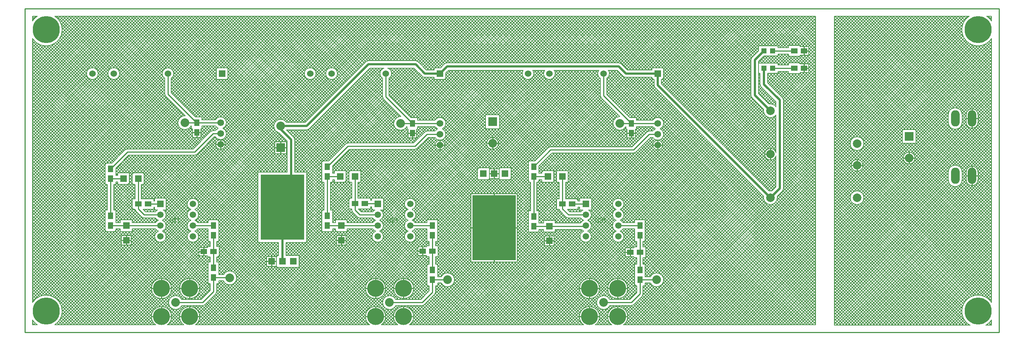
<source format=gtl>
G04*
G04 #@! TF.GenerationSoftware,Altium Limited,Altium Designer,18.0.9 (584)*
G04*
G04 Layer_Physical_Order=1*
G04 Layer_Color=255*
%FSLAX43Y43*%
%MOMM*%
G71*
G01*
G75*
%ADD10C,0.254*%
%ADD16C,0.178*%
%ADD17C,2.032*%
%ADD18R,10.160X15.240*%
%ADD19R,1.524X1.524*%
%ADD20R,1.524X1.524*%
%ADD21R,1.524X1.270*%
%ADD22R,1.270X1.524*%
%ADD23R,1.200X1.200*%
%ADD42C,0.203*%
%ADD43C,0.508*%
%ADD44C,6.350*%
%ADD45R,1.575X1.575*%
%ADD46C,1.524*%
%ADD47R,2.032X2.032*%
%ADD48C,1.575*%
%ADD49C,4.000*%
%ADD50R,1.500X1.500*%
%ADD51C,1.500*%
%ADD52C,2.000*%
%ADD53O,2.032X3.810*%
%ADD54C,1.270*%
D10*
X182753Y66167D02*
X183769D01*
X182753Y65278D02*
Y66167D01*
Y67056D01*
Y62103D02*
X183769D01*
X182753D02*
Y62992D01*
Y61214D02*
Y62103D01*
X174879Y41910D02*
Y43164D01*
Y40656D02*
Y41910D01*
X173625D02*
X174879D01*
X148463Y44069D02*
X149504D01*
X148463D02*
Y45110D01*
Y43028D02*
Y44069D01*
X147422D02*
X148463D01*
X142240Y46863D02*
X143129D01*
X142240Y45847D02*
Y46863D01*
X141351D02*
X142240D01*
X109728Y44450D02*
Y45720D01*
Y44450D02*
X110998D01*
X108458D02*
X109728D01*
X96368Y44069D02*
X97409D01*
X98450D01*
X97409D02*
Y45110D01*
X90932Y45847D02*
Y46863D01*
X91821D01*
X109728Y43180D02*
Y44450D01*
X97409Y43028D02*
Y44069D01*
X110109Y37338D02*
Y38379D01*
Y37338D02*
X111150D01*
X109068D02*
X110109D01*
Y36297D02*
Y37338D01*
X141986Y18923D02*
Y19812D01*
Y18034D02*
Y18923D01*
X140970D02*
X141986D01*
X139063Y10414D02*
X141317D01*
X136809D02*
X139063D01*
Y12668D01*
Y8160D02*
Y10414D01*
X132463D02*
X134717D01*
X139063Y3814D02*
X141317D01*
X139063D02*
Y6068D01*
X136809Y3814D02*
X139063D01*
X132463D02*
X134717D01*
X110109Y24638D02*
Y32512D01*
Y24638D02*
X115443D01*
X110109Y16764D02*
Y24638D01*
X104775D02*
X110109D01*
X123063Y21590D02*
X124079D01*
X130209Y10414D02*
X132463D01*
Y8160D02*
Y10414D01*
Y12668D01*
X123063Y21590D02*
Y22606D01*
Y20574D02*
Y21590D01*
X122047D02*
X123063D01*
X132463Y3814D02*
Y6068D01*
X130209Y3814D02*
X132463D01*
X93345Y19177D02*
Y20066D01*
X92329Y19177D02*
X93345D01*
Y18288D02*
Y19177D01*
X90043Y46863D02*
X90932D01*
X60071Y43434D02*
X61341D01*
X60071D02*
Y44704D01*
X58801Y43434D02*
X60071D01*
X44933Y44196D02*
X45974D01*
X47015D01*
X45974D02*
Y45237D01*
X40386Y45974D02*
Y46990D01*
X41275D01*
X39497D02*
X40386D01*
X45974Y43155D02*
Y44196D01*
X60071Y42164D02*
Y43434D01*
X74295Y21717D02*
Y22733D01*
X88897Y10414D02*
Y12668D01*
Y10414D02*
X91151D01*
X86643D02*
X88897D01*
Y8160D02*
Y10414D01*
X82297D02*
X84551D01*
X82297D02*
Y12668D01*
X80043Y10414D02*
X82297D01*
Y8160D02*
Y10414D01*
X73279Y21717D02*
X74295D01*
X75311D01*
X74295Y20701D02*
Y21717D01*
X88897Y3814D02*
X91151D01*
X88897D02*
Y6068D01*
X86643Y3814D02*
X88897D01*
X82297D02*
Y6068D01*
X80043Y3814D02*
X82297D01*
X84551D01*
X56871Y16764D02*
X57912D01*
X58953D01*
X57912D02*
Y17805D01*
Y15723D02*
Y16764D01*
X23876Y21717D02*
Y22733D01*
X42037Y19050D02*
Y19939D01*
Y18161D02*
Y19050D01*
X41021D02*
X42037D01*
X38731Y10414D02*
X40985D01*
X38731D02*
Y12668D01*
Y8160D02*
Y10414D01*
X36477D02*
X38731D01*
Y3814D02*
Y6068D01*
Y3814D02*
X40985D01*
X36477D02*
X38731D01*
X32131Y10414D02*
X34385D01*
X32131Y3814D02*
X34385D01*
X23876Y21717D02*
X24892D01*
X23876Y20701D02*
Y21717D01*
X22860D02*
X23876D01*
X32131Y10414D02*
Y12668D01*
Y8160D02*
Y10414D01*
Y3814D02*
Y6068D01*
X29877Y10414D02*
X32131D01*
X29877Y3814D02*
X32131D01*
X222148Y50292D02*
Y52451D01*
X220878Y50292D02*
X222148D01*
X223418D01*
X222148Y48133D02*
Y50292D01*
X207391Y41021D02*
X208661D01*
X207391D02*
Y42291D01*
Y39751D02*
Y41021D01*
X206121D02*
X207391D01*
X222148Y36830D02*
X223418D01*
X220878D02*
X222148D01*
Y38989D01*
Y34671D02*
Y36830D01*
X195179Y39310D02*
Y40564D01*
Y39310D02*
X196433D01*
X193925D02*
X195179D01*
Y38056D02*
Y39310D01*
X95631Y12446D02*
X99187D01*
X144272D02*
X148209D01*
X48074Y12954D02*
X48133Y12895D01*
X44323Y12954D02*
X48074D01*
X33655Y56007D02*
X40363Y49299D01*
X40386Y49276D01*
X37592Y49299D02*
X40363D01*
X88189Y49149D02*
X90932D01*
X139573D02*
X142240D01*
X70993Y27432D02*
Y36703D01*
Y25146D02*
X74295D01*
X70993Y36703D02*
X74041D01*
X94361Y46609D02*
X97409D01*
X91567Y43815D02*
X94361Y46609D01*
X75819Y43815D02*
X91567D01*
X70993Y38989D02*
X75819Y43815D01*
X144272Y9144D02*
Y12446D01*
X142242Y7114D02*
X144272Y9144D01*
X135763Y7114D02*
X142242D01*
X95631Y9525D02*
Y12446D01*
X93220Y7114D02*
X95631Y9525D01*
X85597Y7114D02*
X93220D01*
X44323Y9652D02*
Y12954D01*
X41785Y7114D02*
X44323Y9652D01*
X35431Y7114D02*
X41785D01*
X146431Y46609D02*
X148463D01*
X142748Y42926D02*
X146431Y46609D01*
X123317Y42926D02*
X142748D01*
X119380Y38989D02*
X123317Y42926D01*
X126111Y30226D02*
Y36703D01*
X119380D02*
X122682D01*
X175421Y62103D02*
X180467D01*
X175421Y66167D02*
X180467D01*
X119380Y27305D02*
Y36703D01*
X131445Y25019D02*
X131572Y25146D01*
X123063Y25019D02*
X131445D01*
X119380D02*
X123063D01*
X127508Y27686D02*
X131572D01*
X126111Y29083D02*
X127508Y27686D01*
X126111Y29083D02*
Y30226D01*
X77470Y28829D02*
Y30353D01*
Y28829D02*
X78613Y27686D01*
X82804D01*
X128397Y30226D02*
X131572D01*
X144272Y14732D02*
Y18923D01*
Y22860D01*
X139192Y25146D02*
X144272D01*
X135763Y55626D02*
Y60833D01*
Y55626D02*
X142240Y49149D01*
X148463D01*
X74295Y25146D02*
X82804D01*
X82677Y30353D02*
X82804Y30226D01*
X79756Y30353D02*
X82677D01*
X77470D02*
Y36703D01*
X90424Y25146D02*
X95631D01*
Y19177D02*
Y22860D01*
Y14732D02*
Y19177D01*
X23876Y25146D02*
X31877D01*
X20193D02*
X23876D01*
X90932Y49149D02*
X97409D01*
X84709Y55372D02*
X90932Y49149D01*
X84709Y55372D02*
Y60833D01*
X44196Y46736D02*
X45974D01*
X39878Y42418D02*
X44196Y46736D01*
X24130Y42418D02*
X39878D01*
X20193Y38481D02*
X24130Y42418D01*
X39497Y25146D02*
X44323D01*
Y15240D02*
Y19050D01*
Y22860D01*
X20193Y27432D02*
Y36195D01*
X28956Y30226D02*
X31877D01*
X28067Y27686D02*
X31877D01*
X26670Y29083D02*
X28067Y27686D01*
X26670Y29083D02*
Y30226D01*
Y36195D01*
X20193D02*
X23241D01*
X33655Y56007D02*
Y60833D01*
X40386Y49276D02*
X45974D01*
X127Y76073D02*
X127Y127D01*
X228473D01*
X228473Y76073D02*
X228473Y127D01*
X127Y76073D02*
X228473D01*
D16*
X34163Y26924D02*
Y26077D01*
X34332Y25908D01*
X34671D01*
X34840Y26077D01*
Y26924D01*
X35179Y25908D02*
X35517D01*
X35348D01*
Y26924D01*
X35179Y26754D01*
X36025Y25908D02*
X36364D01*
X36194D01*
Y26924D01*
X36025Y26754D01*
X85090Y26924D02*
Y26077D01*
X85259Y25908D01*
X85598D01*
X85767Y26077D01*
Y26924D01*
X86783Y25908D02*
X86106D01*
X86783Y26585D01*
Y26754D01*
X86614Y26924D01*
X86275D01*
X86106Y26754D01*
X87121Y25908D02*
X87460D01*
X87291D01*
Y26924D01*
X87121Y26754D01*
X133858Y26924D02*
Y26077D01*
X134027Y25908D01*
X134366D01*
X134535Y26077D01*
Y26924D01*
X134874Y26754D02*
X135043Y26924D01*
X135382D01*
X135551Y26754D01*
Y26585D01*
X135382Y26416D01*
X135212D01*
X135382D01*
X135551Y26247D01*
Y26077D01*
X135382Y25908D01*
X135043D01*
X134874Y26077D01*
X135889Y25908D02*
X136228D01*
X136059D01*
Y26924D01*
X135889Y26754D01*
D17*
X99187Y12446D02*
D03*
X148209D02*
D03*
X48133Y12895D02*
D03*
X37592Y49299D02*
D03*
X139573Y49149D02*
D03*
X88189D02*
D03*
X60071Y48514D02*
D03*
X109728Y44450D02*
D03*
X207391Y41021D02*
D03*
X35431Y7114D02*
D03*
X85597D02*
D03*
X135763D02*
D03*
D18*
X60452Y29464D02*
D03*
X110109Y24638D02*
D03*
D19*
X123063Y21590D02*
D03*
Y25019D02*
D03*
X74295Y21717D02*
D03*
Y25146D02*
D03*
X23876Y21717D02*
D03*
Y25146D02*
D03*
D20*
X122682Y36703D02*
D03*
X126111D02*
D03*
X74041D02*
D03*
X77470D02*
D03*
X23241Y36195D02*
D03*
X26670D02*
D03*
X148463Y60833D02*
D03*
X97409D02*
D03*
X46355D02*
D03*
D21*
X126111Y30226D02*
D03*
X128397D02*
D03*
X144272Y18923D02*
D03*
X141986D02*
D03*
X95631Y19177D02*
D03*
X93345D02*
D03*
X77470Y30353D02*
D03*
X79756D02*
D03*
X26670Y30226D02*
D03*
X28956D02*
D03*
X182753Y66167D02*
D03*
X180467D02*
D03*
X182753Y62103D02*
D03*
X180467D02*
D03*
X44323Y19050D02*
D03*
X42037D02*
D03*
D22*
X144272Y12446D02*
D03*
Y14732D02*
D03*
X95631Y12446D02*
D03*
Y14732D02*
D03*
X70993Y36703D02*
D03*
Y38989D02*
D03*
X20193Y36195D02*
D03*
Y38481D02*
D03*
Y25146D02*
D03*
Y27432D02*
D03*
X44323Y12954D02*
D03*
Y15240D02*
D03*
Y22860D02*
D03*
Y25146D02*
D03*
X40386Y46990D02*
D03*
Y49276D02*
D03*
X95631Y22860D02*
D03*
Y25146D02*
D03*
X70993D02*
D03*
Y27432D02*
D03*
X90932Y46863D02*
D03*
Y49149D02*
D03*
X144272Y22860D02*
D03*
Y25146D02*
D03*
X119380Y25019D02*
D03*
Y27305D02*
D03*
Y36703D02*
D03*
Y38989D02*
D03*
X142240Y46863D02*
D03*
Y49149D02*
D03*
D23*
X175421Y62103D02*
D03*
X173321D02*
D03*
Y66167D02*
D03*
X175421D02*
D03*
D42*
X170586Y64654D02*
G03*
X170332Y64042I610J-612D01*
G01*
X170585Y64653D02*
G03*
X170332Y64042I611J-611D01*
G01*
X177902Y54610D02*
G03*
X177648Y55222I-864J0D01*
G01*
X177902Y54610D02*
G03*
X177649Y55221I-864J0D01*
G01*
X176174Y53065D02*
G03*
X174529Y53681I-1295J-955D01*
G01*
X172457Y58327D02*
G03*
X172711Y57715I864J0D01*
G01*
X172457Y58327D02*
G03*
X172710Y57716I864J0D01*
G01*
X173308Y52460D02*
G03*
X176174Y51155I1571J-350D01*
G01*
Y42309D02*
G03*
X176174Y41511I-1295J-399D01*
G01*
X170332Y55793D02*
G03*
X170585Y55182I864J0D01*
G01*
X170332Y55793D02*
G03*
X170586Y55181I864J0D01*
G01*
X149045Y47879D02*
G03*
X149860Y49149I-582J1270D01*
G01*
D02*
G03*
X147276Y49886I-1397J0D01*
G01*
Y48412D02*
G03*
X147881Y47879I1187J737D01*
G01*
D02*
G03*
X147276Y47346I582J-1270D01*
G01*
X147599Y58126D02*
G03*
X147852Y57515I864J0D01*
G01*
X147599Y58126D02*
G03*
X147853Y57514I864J0D01*
G01*
X149860Y46609D02*
G03*
X149045Y47879I-1397J0D01*
G01*
X146431Y47346D02*
G03*
X145910Y47130I0J-737D01*
G01*
X146431Y47346D02*
G03*
X145910Y47130I0J-737D01*
G01*
X148463Y45212D02*
G03*
X149860Y46609I0J1397D01*
G01*
X147276Y45872D02*
G03*
X148463Y45212I1187J737D01*
G01*
X149606Y44069D02*
G03*
X148463Y45212I-1143J0D01*
G01*
D02*
G03*
X149606Y44069I0J-1143D01*
G01*
X139930Y63095D02*
G03*
X139319Y63348I-611J-611D01*
G01*
X139931Y63094D02*
G03*
X139319Y63348I-612J-610D01*
G01*
X137135Y60833D02*
G03*
X136886Y61620I-1372J0D01*
G01*
X140359Y60222D02*
G03*
X140970Y59969I611J611D01*
G01*
X140358Y60223D02*
G03*
X140970Y59969I612J610D01*
G01*
X136500Y59676D02*
G03*
X137135Y60833I-737J1157D01*
G01*
X134640Y61620D02*
G03*
X135026Y59676I1123J-787D01*
G01*
X124435Y60833D02*
G03*
X124186Y61620I-1372J0D01*
G01*
X121940D02*
G03*
X124435Y60833I1123J-787D01*
G01*
X116920Y61620D02*
G03*
X119415Y60833I1123J-787D01*
G01*
D02*
G03*
X119166Y61620I-1372J0D01*
G01*
X99060Y63348D02*
G03*
X98449Y63095I0J-864D01*
G01*
X99060Y63348D02*
G03*
X98448Y63094I0J-864D01*
G01*
X92305Y63603D02*
G03*
X91694Y63856I-611J-611D01*
G01*
X92306Y63602D02*
G03*
X91694Y63856I-612J-610D01*
G01*
X93241Y60223D02*
G03*
X93853Y59969I612J610D01*
G01*
X93242Y60222D02*
G03*
X93853Y59969I611J611D01*
G01*
X139573Y50775D02*
G03*
X140995Y48362I0J-1626D01*
G01*
X142748Y42189D02*
G03*
X143269Y42405I0J737D01*
G01*
X142748Y42189D02*
G03*
X143269Y42405I0J737D01*
G01*
X135026Y55626D02*
G03*
X135242Y55105I737J0D01*
G01*
X135026Y55626D02*
G03*
X135242Y55105I737J0D01*
G01*
X123317Y43663D02*
G03*
X122796Y43447I0J-737D01*
G01*
X123317Y43663D02*
G03*
X122796Y43447I0J-737D01*
G01*
X98806Y49149D02*
G03*
X96222Y49886I-1397J0D01*
G01*
X97991Y47879D02*
G03*
X98806Y49149I-582J1270D01*
G01*
Y46609D02*
G03*
X97991Y47879I-1397J0D01*
G01*
X97409Y45212D02*
G03*
X98806Y46609I0J1397D01*
G01*
X98552Y44069D02*
G03*
X97409Y45212I-1143J0D01*
G01*
X96222Y48412D02*
G03*
X96827Y47879I1187J737D01*
G01*
X96222Y45872D02*
G03*
X97409Y45212I1187J737D01*
G01*
X96827Y47879D02*
G03*
X96222Y47346I582J-1270D01*
G01*
X94361D02*
G03*
X93840Y47130I0J-737D01*
G01*
X94361Y47346D02*
G03*
X93840Y47130I0J-737D01*
G01*
X111100Y44450D02*
G03*
X111100Y44450I-1372J0D01*
G01*
X91567Y43078D02*
G03*
X92088Y43294I0J737D01*
G01*
X91567Y43078D02*
G03*
X92088Y43294I0J737D01*
G01*
X97409Y45212D02*
G03*
X98552Y44069I0J-1143D01*
G01*
X177648Y33257D02*
G03*
X177902Y33869I-610J612D01*
G01*
X177649Y33258D02*
G03*
X177902Y33869I-611J611D01*
G01*
X176489Y31710D02*
G03*
X176450Y32060I-1610J0D01*
G01*
X173308D02*
G03*
X176489Y31710I1571J-350D01*
G01*
X175229Y33281D02*
G03*
X174529Y33281I-350J-1571D01*
G01*
X139677Y28956D02*
G03*
X140552Y30226I-485J1270D01*
G01*
Y27686D02*
G03*
X139677Y28956I-1360J0D01*
G01*
Y26416D02*
G03*
X140552Y27686I-485J1270D01*
G01*
X140335Y25883D02*
G03*
X139677Y26416I-1143J-737D01*
G01*
X140552Y30226D02*
G03*
X138707Y28956I-1360J0D01*
G01*
D02*
G03*
X138707Y26416I485J-1270D01*
G01*
D02*
G03*
X138707Y23876I485J-1270D01*
G01*
X132932Y25146D02*
G03*
X132057Y26416I-1360J0D01*
G01*
X139677Y23876D02*
G03*
X140335Y24409I-485J1270D01*
G01*
X149835Y12446D02*
G03*
X146760Y13183I-1626J0D01*
G01*
Y11709D02*
G03*
X149835Y12446I1449J737D01*
G01*
X144793Y8623D02*
G03*
X145009Y9144I-521J521D01*
G01*
X144793Y8623D02*
G03*
X145009Y9144I-521J521D01*
G01*
X142242Y6377D02*
G03*
X142763Y6593I0J737D01*
G01*
X142242Y6377D02*
G03*
X142763Y6593I0J737D01*
G01*
X141419Y10414D02*
G03*
X141419Y10414I-2356J0D01*
G01*
X138707Y23876D02*
G03*
X140552Y22606I485J-1270D01*
G01*
D02*
G03*
X139677Y23876I-1360J0D01*
G01*
X132932Y22606D02*
G03*
X132057Y23876I-1360J0D01*
G01*
X134819Y10414D02*
G03*
X134819Y10414I-2356J0D01*
G01*
X140443Y1905D02*
G03*
X141419Y3814I-1380J1909D01*
G01*
D02*
G03*
X137683Y1905I-2356J0D01*
G01*
X137212Y7851D02*
G03*
X137212Y6377I-1449J-737D01*
G01*
X134819Y3814D02*
G03*
X131083Y1905I-2356J0D01*
G01*
X133843D02*
G03*
X134819Y3814I-1380J1909D01*
G01*
X125381Y28981D02*
G03*
X125590Y28562I730J102D01*
G01*
X125381Y28981D02*
G03*
X125590Y28562I730J102D01*
G01*
X130897Y28866D02*
G03*
X130429Y28423I675J-1180D01*
G01*
X132932Y27686D02*
G03*
X132247Y28866I-1360J0D01*
G01*
X132057Y26416D02*
G03*
X132932Y27686I-485J1270D01*
G01*
X126987Y27165D02*
G03*
X127508Y26949I521J521D01*
G01*
X126987Y27165D02*
G03*
X127508Y26949I521J521D01*
G01*
X130429D02*
G03*
X131087Y26416I1143J737D01*
G01*
D02*
G03*
X130357Y25756I485J-1270D01*
G01*
X132057Y23876D02*
G03*
X132932Y25146I-485J1270D01*
G01*
X90909Y28956D02*
G03*
X91784Y30226I-485J1270D01*
G01*
Y27686D02*
G03*
X90909Y28956I-1360J0D01*
G01*
Y26416D02*
G03*
X91784Y27686I-485J1270D01*
G01*
X91567Y25883D02*
G03*
X90909Y26416I-1143J-737D01*
G01*
Y23876D02*
G03*
X91567Y24409I-485J1270D01*
G01*
X130522Y24282D02*
G03*
X131087Y23876I1050J864D01*
G01*
D02*
G03*
X132932Y22606I485J-1270D01*
G01*
X100813Y12446D02*
G03*
X97738Y13183I-1626J0D01*
G01*
Y11709D02*
G03*
X100813Y12446I1449J737D01*
G01*
X91784Y22606D02*
G03*
X90909Y23876I-1360J0D01*
G01*
X96152Y9004D02*
G03*
X96368Y9525I-521J521D01*
G01*
X96152Y9004D02*
G03*
X96368Y9525I-521J521D01*
G01*
X93220Y6377D02*
G03*
X93741Y6593I0J737D01*
G01*
X93220Y6377D02*
G03*
X93741Y6593I0J737D01*
G01*
X80645Y63856D02*
G03*
X80034Y63603I0J-864D01*
G01*
X80645Y63856D02*
G03*
X80033Y63602I0J-864D01*
G01*
X86081Y60833D02*
G03*
X85160Y62128I-1372J0D01*
G01*
X85446Y59676D02*
G03*
X86081Y60833I-737J1157D01*
G01*
X84258Y62128D02*
G03*
X83972Y59676I451J-1295D01*
G01*
Y55372D02*
G03*
X84188Y54851I737J0D01*
G01*
X83972Y55372D02*
G03*
X84188Y54851I737J0D01*
G01*
X73381Y60833D02*
G03*
X73381Y60833I-1372J0D01*
G01*
X68361D02*
G03*
X68361Y60833I-1372J0D01*
G01*
X88267Y50773D02*
G03*
X89638Y48412I-77J-1624D01*
G01*
X75819Y44552D02*
G03*
X75298Y44336I0J-737D01*
G01*
X75819Y44552D02*
G03*
X75298Y44336I0J-737D01*
G01*
X91784Y30226D02*
G03*
X89939Y28956I-1360J0D01*
G01*
X66167Y47650D02*
G03*
X66778Y47903I0J864D01*
G01*
X66167Y47650D02*
G03*
X66779Y47904I0J864D01*
G01*
X63348Y45339D02*
G03*
X63094Y45951I-864J0D01*
G01*
X63348Y45339D02*
G03*
X63095Y45950I-864J0D01*
G01*
X34392Y59676D02*
G03*
X35027Y60833I-737J1157D01*
G01*
X32918Y56007D02*
G03*
X33134Y55486I737J0D01*
G01*
X35027Y60833D02*
G03*
X32918Y59676I-1372J0D01*
G01*
Y56007D02*
G03*
X33134Y55486I737J0D01*
G01*
X22327Y60833D02*
G03*
X22327Y60833I-1372J0D01*
G01*
X61448Y49378D02*
G03*
X59661Y46941I-1377J-864D01*
G01*
X46556Y48006D02*
G03*
X47371Y49276I-582J1270D01*
G01*
D02*
G03*
X44787Y50013I-1397J0D01*
G01*
X37699Y50922D02*
G03*
X39041Y48563I-107J-1622D01*
G01*
X17307Y60833D02*
G03*
X17307Y60833I-1372J0D01*
G01*
X3020Y74295D02*
G03*
X1905Y73180I2060J-3175D01*
G01*
X8865Y71120D02*
G03*
X7140Y74295I-3785J0D01*
G01*
X1905Y69060D02*
G03*
X8865Y71120I3175J2060D01*
G01*
X47371Y46736D02*
G03*
X46556Y48006I-1397J0D01*
G01*
X44787Y48539D02*
G03*
X45392Y48006I1187J737D01*
G01*
D02*
G03*
X44787Y47473I582J-1270D01*
G01*
X45974Y45339D02*
G03*
X47371Y46736I0J1397D01*
G01*
X44787Y45999D02*
G03*
X45974Y45339I1187J737D01*
G01*
X44196Y47473D02*
G03*
X43675Y47257I0J-737D01*
G01*
X44196Y47473D02*
G03*
X43675Y47257I0J-737D01*
G01*
X47117Y44196D02*
G03*
X45974Y45339I-1143J0D01*
G01*
D02*
G03*
X47117Y44196I0J-1143D01*
G01*
X39878Y41681D02*
G03*
X40399Y41897I0J737D01*
G01*
X40857Y30226D02*
G03*
X39012Y28956I-1360J0D01*
G01*
X39878Y41681D02*
G03*
X40399Y41897I0J737D01*
G01*
X39982Y28956D02*
G03*
X40857Y30226I-485J1270D01*
G01*
X24130Y43155D02*
G03*
X23609Y42939I0J-737D01*
G01*
X24130Y43155D02*
G03*
X23609Y42939I0J-737D01*
G01*
X89939Y28956D02*
G03*
X89939Y26416I485J-1270D01*
G01*
X84164Y27686D02*
G03*
X83479Y28866I-1360J0D01*
G01*
X83289Y26416D02*
G03*
X84164Y27686I-485J1270D01*
G01*
X82129Y28866D02*
G03*
X81661Y28423I675J-1180D01*
G01*
Y26949D02*
G03*
X82319Y26416I1143J737D01*
G01*
D02*
G03*
X81661Y25883I485J-1270D01*
G01*
X76733Y28829D02*
G03*
X76949Y28308I737J0D01*
G01*
X76733Y28829D02*
G03*
X76949Y28308I737J0D01*
G01*
X78092Y27165D02*
G03*
X78613Y26949I521J521D01*
G01*
X78092Y27165D02*
G03*
X78613Y26949I521J521D01*
G01*
X89939Y26416D02*
G03*
X89939Y23876I485J-1270D01*
G01*
D02*
G03*
X91784Y22606I485J-1270D01*
G01*
X83289Y23876D02*
G03*
X84164Y25146I-485J1270D01*
G01*
D02*
G03*
X83289Y26416I-1360J0D01*
G01*
X81661Y24409D02*
G03*
X82319Y23876I1143J737D01*
G01*
D02*
G03*
X84164Y22606I485J-1270D01*
G01*
D02*
G03*
X83289Y23876I-1360J0D01*
G01*
X91253Y10414D02*
G03*
X91253Y10414I-2356J0D01*
G01*
X84653D02*
G03*
X84653Y10414I-2356J0D01*
G01*
X87046Y7851D02*
G03*
X87046Y6377I-1449J-737D01*
G01*
X90277Y1905D02*
G03*
X91253Y3814I-1380J1909D01*
G01*
D02*
G03*
X87517Y1905I-2356J0D01*
G01*
X84653Y3814D02*
G03*
X80917Y1905I-2356J0D01*
G01*
X83677D02*
G03*
X84653Y3814I-1380J1909D01*
G01*
X49759Y12895D02*
G03*
X46715Y13691I-1626J0D01*
G01*
X46655Y12217D02*
G03*
X49759Y12895I1478J678D01*
G01*
X39012Y28956D02*
G03*
X39012Y26416I485J-1270D01*
G01*
X40857Y27686D02*
G03*
X39982Y28956I-1360J0D01*
G01*
Y26416D02*
G03*
X40857Y27686I-485J1270D01*
G01*
X31202Y28866D02*
G03*
X30734Y28423I675J-1180D01*
G01*
X33237Y27686D02*
G03*
X32552Y28866I-1360J0D01*
G01*
X32362Y26416D02*
G03*
X33237Y27686I-485J1270D01*
G01*
X40640Y25883D02*
G03*
X39982Y26416I-1143J-737D01*
G01*
X30734Y26949D02*
G03*
X31392Y26416I1143J737D01*
G01*
D02*
G03*
X30734Y25883I485J-1270D01*
G01*
X25940Y28981D02*
G03*
X26149Y28562I730J102D01*
G01*
X25940Y28981D02*
G03*
X26149Y28562I730J102D01*
G01*
X27546Y27165D02*
G03*
X28067Y26949I521J521D01*
G01*
X27546Y27165D02*
G03*
X28067Y26949I521J521D01*
G01*
X39012Y26416D02*
G03*
X39012Y23876I485J-1270D01*
G01*
X39982D02*
G03*
X40640Y24409I-485J1270D01*
G01*
X39012Y23876D02*
G03*
X40857Y22606I485J-1270D01*
G01*
D02*
G03*
X39982Y23876I-1360J0D01*
G01*
X32362D02*
G03*
X33237Y25146I-485J1270D01*
G01*
D02*
G03*
X32362Y26416I-1360J0D01*
G01*
X30734Y24409D02*
G03*
X31392Y23876I1143J737D01*
G01*
D02*
G03*
X33237Y22606I485J-1270D01*
G01*
D02*
G03*
X32362Y23876I-1360J0D01*
G01*
X44844Y9131D02*
G03*
X45060Y9652I-521J521D01*
G01*
X44844Y9131D02*
G03*
X45060Y9652I-521J521D01*
G01*
X41785Y6377D02*
G03*
X42306Y6593I0J737D01*
G01*
X41785Y6377D02*
G03*
X42306Y6593I0J737D01*
G01*
X41087Y10414D02*
G03*
X41087Y10414I-2356J0D01*
G01*
X40111Y1905D02*
G03*
X41087Y3814I-1380J1909D01*
G01*
X34487Y10414D02*
G03*
X34487Y10414I-2356J0D01*
G01*
X36880Y7851D02*
G03*
X36880Y6377I-1449J-737D01*
G01*
X8865Y5080D02*
G03*
X1905Y7140I-3785J0D01*
G01*
X34487Y3814D02*
G03*
X30751Y1905I-2356J0D01*
G01*
X41087Y3814D02*
G03*
X37351Y1905I-2356J0D01*
G01*
X33511D02*
G03*
X34487Y3814I-1380J1909D01*
G01*
X7140Y1905D02*
G03*
X8865Y5080I-2060J3175D01*
G01*
X1905Y3020D02*
G03*
X3020Y1905I3175J2060D01*
G01*
X226695Y73180D02*
G03*
X225580Y74295I-3175J-2060D01*
G01*
X221460D02*
G03*
X226695Y69060I2060J-3175D01*
G01*
X223520Y51181D02*
G03*
X220777Y51181I-1372J0D01*
G01*
X219812D02*
G03*
X216560Y51181I-1626J0D01*
G01*
X220777Y49403D02*
G03*
X223520Y49403I1372J0D01*
G01*
X216560D02*
G03*
X219812Y49403I1626J0D01*
G01*
X208763Y41021D02*
G03*
X208763Y41021I-1372J0D01*
G01*
X223520Y37719D02*
G03*
X220777Y37719I-1372J0D01*
G01*
Y35941D02*
G03*
X223520Y35941I1372J0D01*
G01*
X219812Y37719D02*
G03*
X216560Y37719I-1626J0D01*
G01*
Y35941D02*
G03*
X219812Y35941I1626J0D01*
G01*
X225369Y1778D02*
G03*
X226695Y3020I-1849J3302D01*
G01*
Y7140D02*
G03*
X221671Y1778I-3175J-2060D01*
G01*
X196789Y44410D02*
G03*
X196789Y44410I-1610J0D01*
G01*
X196535Y39310D02*
G03*
X196535Y39310I-1356J0D01*
G01*
X196789Y31710D02*
G03*
X196789Y31710I-1610J0D01*
G01*
X183581Y74295D02*
X185420Y72456D01*
X182862Y74295D02*
X185420Y71737D01*
X182144Y74295D02*
X185420Y71019D01*
X185017Y74295D02*
X185420Y73892D01*
X184299Y74295D02*
X185420Y73174D01*
X179988Y74295D02*
X185420Y68863D01*
X179270Y74295D02*
X185420Y68145D01*
X181425Y74295D02*
X185420Y70300D01*
X180707Y74295D02*
X185420Y69582D01*
X176631Y67185D02*
X183740Y74295D01*
X178552D02*
X185420Y67427D01*
X176104Y67377D02*
X183022Y74295D01*
X176396D02*
X183534Y67158D01*
X177115Y74295D02*
X185420Y65990D01*
X177833Y74295D02*
X185420Y66708D01*
X177067Y66904D02*
X184459Y74295D01*
X177786Y66904D02*
X185177Y74295D01*
X183787Y67158D02*
X185420Y68790D01*
X183069Y67158D02*
X185420Y69509D01*
X183871Y66523D02*
X185420Y68072D01*
X183871Y65804D02*
X185420Y67354D01*
X183871Y66821D02*
X185420Y65271D01*
X183871Y66102D02*
X185420Y64553D01*
X183871Y65176D02*
Y67158D01*
Y65384D02*
X185420Y63834D01*
X179731Y67412D02*
X185420Y73101D01*
X181839Y67364D02*
X185420Y70946D01*
X180449Y67412D02*
X185420Y72383D01*
X181167Y67412D02*
X185420Y71664D01*
X178504Y66904D02*
X185420Y73819D01*
X182350Y67158D02*
X185420Y70227D01*
X181839Y67158D02*
X183871D01*
X181839Y65176D02*
X183871D01*
X179095Y67412D02*
X181839D01*
X175385Y67377D02*
X182304Y74295D01*
X181839Y67158D02*
Y67412D01*
X174667Y67377D02*
X181585Y74295D01*
X174531Y67377D02*
X176631D01*
X174959Y74295D02*
X182097Y67158D01*
X175678Y74295D02*
X182815Y67158D01*
X179095Y66904D02*
Y67412D01*
X176631Y66904D02*
Y67377D01*
X173523Y74295D02*
X180406Y67412D01*
X174241Y74295D02*
X181124Y67412D01*
X172804Y74295D02*
X179688Y67412D01*
X174211Y67377D02*
X174531D01*
X173230D02*
X180148Y74295D01*
X173948Y67377D02*
X180867Y74295D01*
X172511Y67377D02*
X179430Y74295D01*
X174211Y67377D02*
X174531D01*
X181839Y64922D02*
Y65176D01*
X178795Y65430D02*
X179095Y65130D01*
X176631Y65430D02*
X179095D01*
X179977Y63348D02*
X181552Y64922D01*
X179095D02*
X181839D01*
X179095D02*
Y65430D01*
Y65130D02*
X179303Y64922D01*
X176631Y66904D02*
X179095D01*
X176631Y65030D02*
X177031Y65430D01*
X176631Y64957D02*
Y65430D01*
X176558Y64957D02*
X176631Y65030D01*
X174211Y64957D02*
X174531D01*
X176631D01*
X173333D02*
X174211D01*
X174531D01*
X182597Y63094D02*
X185420Y65917D01*
X181878Y63094D02*
X185420Y66635D01*
X183315Y63094D02*
X185420Y65198D01*
X181414Y63348D02*
X183243Y65176D01*
X183360D02*
X185420Y63116D01*
X182641Y65176D02*
X185420Y62398D01*
X181923Y65176D02*
X185420Y61679D01*
X181458Y64922D02*
X183287Y63094D01*
X183871Y62930D02*
X185420Y64480D01*
X180696Y63348D02*
X182524Y65176D01*
X180022Y64922D02*
X181596Y63348D01*
X179259D02*
X180834Y64922D01*
X179303D02*
X180878Y63348D01*
X178077Y65430D02*
X180160Y63348D01*
X180740Y64922D02*
X182569Y63094D01*
X177358Y65430D02*
X179441Y63348D01*
X178032Y62840D02*
X180115Y64922D01*
X183871Y61494D02*
X185420Y63043D01*
X183871Y62212D02*
X185420Y63761D01*
X181839Y63094D02*
Y63348D01*
X183871Y62510D02*
X185420Y60961D01*
X183871Y61792D02*
X185420Y60242D01*
X183871Y61112D02*
Y63094D01*
X181839D02*
X183871D01*
X177883Y54788D02*
X185420Y62325D01*
X179095Y63348D02*
X181839D01*
X181596D02*
X181839Y63105D01*
X177830Y61366D02*
X185420Y53777D01*
X177112Y61366D02*
X185420Y53058D01*
X177902Y54088D02*
X185420Y61606D01*
X178549Y61366D02*
X185420Y54495D01*
X176350Y63313D02*
X178468Y65430D01*
X175632Y63313D02*
X177749Y65430D01*
X176640D02*
X179095Y62975D01*
X174913Y63313D02*
X176558Y64957D01*
X174958D02*
X176602Y63313D01*
X176631Y62875D02*
X179095Y65340D01*
X177314Y62840D02*
X179397Y64922D01*
X175676Y64957D02*
X177794Y62840D01*
X176394Y64957D02*
X178512Y62840D01*
X172758Y63313D02*
X174403Y64957D01*
X173068Y64692D02*
X174447Y63313D01*
X172708Y64333D02*
X173729Y63313D01*
X172349Y63974D02*
X173010Y63313D01*
X174195D02*
X175840Y64957D01*
X174239D02*
X175884Y63313D01*
X173476D02*
X175121Y64957D01*
X173521D02*
X175166Y63313D01*
X179095Y63184D02*
X179259Y63348D01*
X178751Y62840D02*
X179095Y63184D01*
Y62840D02*
Y63348D01*
X176631Y62840D02*
Y63313D01*
Y62840D02*
X179095D01*
X176631Y61366D02*
X179095D01*
X176631Y63284D02*
X177075Y62840D01*
X179095Y60858D02*
Y61366D01*
X174531Y63313D02*
X176631D01*
Y60893D02*
Y61366D01*
X174211Y63313D02*
X174531D01*
X174211D02*
X174531D01*
X174749Y58120D02*
X177996Y61366D01*
X175109Y57761D02*
X178714Y61366D01*
X172111Y60893D02*
Y63313D01*
X174390Y58479D02*
X177278Y61366D01*
X168494Y74295D02*
X175412Y67377D01*
X167775Y74295D02*
X174694Y67377D01*
X169212Y74295D02*
X176131Y67377D01*
X165620Y74295D02*
X172538Y67377D01*
X167057Y74295D02*
X173975Y67377D01*
X169931Y74295D02*
X177322Y66904D01*
X170649Y74295D02*
X178040Y66904D01*
X164902Y74295D02*
X172111Y67085D01*
X166338Y74295D02*
X173257Y67377D01*
X163465Y74295D02*
X171846Y65914D01*
X164183Y74295D02*
X172111Y66367D01*
X162028Y74295D02*
X171128Y65195D01*
X162746Y74295D02*
X171487Y65554D01*
X149835Y61942D02*
X162188Y74295D01*
X158436D02*
X170332Y62398D01*
X147224Y62205D02*
X159314Y74295D01*
X149379Y62205D02*
X161469Y74295D01*
X172086D02*
X179095Y67285D01*
X171367Y74295D02*
X178759Y66904D01*
X172111Y67377D02*
X174211D01*
X172111Y66179D02*
Y67377D01*
X170586Y64654D02*
X172111Y66179D01*
X172060Y63333D02*
X173684Y64957D01*
X172111Y63313D02*
X174211D01*
X172060Y63684D02*
X173333Y64957D01*
X172060Y63545D02*
X172292Y63313D01*
X161309Y74295D02*
X170769Y64836D01*
X160591Y74295D02*
X170435Y64451D01*
X159873Y74295D02*
X170332Y63835D01*
X159154Y74295D02*
X170332Y63117D01*
X147942Y62205D02*
X160032Y74295D01*
X148661Y62205D02*
X160751Y74295D01*
X140789Y62236D02*
X152848Y74295D01*
X140430Y62595D02*
X152130Y74295D01*
X141148Y61876D02*
X153567Y74295D01*
X139671Y63273D02*
X150693Y74295D01*
X140070Y62954D02*
X151411Y74295D01*
X145279Y61697D02*
X157877Y74295D01*
X145997Y61697D02*
X158596Y74295D01*
X141687Y61697D02*
X154285Y74295D01*
X142405Y61697D02*
X155004Y74295D01*
X138309Y63348D02*
X149256Y74295D01*
X139027Y63348D02*
X149975Y74295D01*
X136872Y63348D02*
X147819Y74295D01*
X137590Y63348D02*
X148538Y74295D01*
X136883D02*
X148974Y62205D01*
X137602Y74295D02*
X149692Y62205D01*
X133291Y74295D02*
X145889Y61697D01*
X136165Y74295D02*
X148255Y62205D01*
X135446Y74295D02*
X147537Y62205D01*
X147091D02*
X149835D01*
X136153Y63348D02*
X147101Y74295D01*
X147091Y62072D02*
X147224Y62205D01*
X149692D02*
X149835Y62062D01*
X141328Y61697D02*
X147091D01*
Y62205D01*
X146716Y61697D02*
X147091Y62072D01*
X134717Y63348D02*
X145664Y74295D01*
X135435Y63348D02*
X146382Y74295D01*
X133280Y63348D02*
X144227Y74295D01*
X133998Y63348D02*
X144946Y74295D01*
X132573D02*
X145171Y61697D01*
X134728Y74295D02*
X147091Y61931D01*
X131136Y74295D02*
X143734Y61697D01*
X131854Y74295D02*
X144453Y61697D01*
X155754Y52056D02*
X177993Y74295D01*
X155395Y52415D02*
X177275Y74295D01*
X156113Y51697D02*
X178711Y74295D01*
X149815D02*
X176174Y47935D01*
X155036Y52775D02*
X176556Y74295D01*
X147659D02*
X176174Y45780D01*
X146941Y74295D02*
X176174Y45062D01*
X149096Y74295D02*
X176174Y47217D01*
X148378Y74295D02*
X176174Y46498D01*
X146223Y74295D02*
X176174Y44343D01*
X145504Y74295D02*
X176174Y43625D01*
X141194Y74295D02*
X173524Y41964D01*
X144786Y74295D02*
X176174Y42906D01*
X139038Y74295D02*
X176174Y37159D01*
X138320Y74295D02*
X176174Y36441D01*
X140475Y74295D02*
X176174Y38596D01*
X139757Y74295D02*
X176174Y37877D01*
X153599Y54211D02*
X173682Y74295D01*
X153240Y54571D02*
X172964Y74295D01*
X153958Y53852D02*
X174401Y74295D01*
X152880Y54930D02*
X172246Y74295D01*
X172060Y56151D02*
Y63684D01*
X154317Y53493D02*
X175119Y74295D01*
X154677Y53134D02*
X175838Y74295D01*
X156473Y51338D02*
X172111Y66977D01*
X156832Y50979D02*
X172111Y66258D01*
X143349Y74295D02*
X174449Y43195D01*
X144067Y74295D02*
X175118Y43244D01*
X151252Y74295D02*
X173277Y52269D01*
X150533Y74295D02*
X173441Y51387D01*
X149835Y62062D02*
X176174Y35722D01*
X149835Y61344D02*
X176174Y35004D01*
X141912Y74295D02*
X173675Y42532D01*
X142631Y74295D02*
X173991Y42934D01*
X156281Y74295D02*
X170332Y60243D01*
X155562Y74295D02*
X170332Y59525D01*
X154844Y74295D02*
X170332Y58806D01*
X157717Y74295D02*
X170332Y61680D01*
X156999Y74295D02*
X170332Y60962D01*
X152688Y74295D02*
X170332Y56651D01*
X152521Y55289D02*
X171527Y74295D01*
X154125D02*
X170332Y58088D01*
X153407Y74295D02*
X170332Y57369D01*
X149835Y59787D02*
X164343Y74295D01*
X151084Y56726D02*
X168654Y74295D01*
X149835Y61223D02*
X162906Y74295D01*
X149835Y60505D02*
X163625Y74295D01*
X151970D02*
X170332Y55933D01*
X152162Y55648D02*
X170809Y74295D01*
X151444Y56367D02*
X169372Y74295D01*
X151803Y56007D02*
X170090Y74295D01*
X150725Y57085D02*
X167935Y74295D01*
X170332Y55793D02*
Y64042D01*
X150007Y57804D02*
X166498Y74295D01*
X150366Y57444D02*
X167217Y74295D01*
X157909Y49901D02*
X170332Y62324D01*
X158269Y49542D02*
X170332Y61605D01*
X157191Y50619D02*
X170332Y63761D01*
X157550Y50260D02*
X170332Y63042D01*
X143842Y61697D02*
X156440Y74295D01*
X144560Y61697D02*
X157159Y74295D01*
X134009D02*
X146608Y61697D01*
X143124D02*
X155722Y74295D01*
X149327Y58560D02*
X165061Y74295D01*
X149648Y58163D02*
X165780Y74295D01*
X149835Y59461D02*
Y62205D01*
X137345Y61620D02*
X148420Y50545D01*
X183113Y61112D02*
X185420Y58806D01*
X181839Y61112D02*
X183871D01*
X183832D02*
X185420Y59524D01*
X181839Y60858D02*
Y61112D01*
Y60898D02*
X182053Y61112D01*
X177902Y53369D02*
X185420Y60888D01*
X179775Y60858D02*
X185420Y55213D01*
X182395Y61112D02*
X185420Y58087D01*
X181839Y60950D02*
X185420Y57369D01*
X177264Y55605D02*
X182771Y61112D01*
X175827Y57042D02*
X179643Y60858D01*
X175468Y57401D02*
X179095Y61029D01*
X174531Y60893D02*
X176631D01*
X176148D02*
X185420Y51621D01*
X175430Y60893D02*
X185420Y50903D01*
X176631Y61129D02*
X185420Y52340D01*
X177623Y55246D02*
X183489Y61112D01*
X180493Y60858D02*
X185420Y55932D01*
X179095Y60858D02*
X181839D01*
X181212D02*
X185420Y56650D01*
X176905Y55965D02*
X181799Y60858D01*
X177902Y51933D02*
X185420Y59451D01*
X177902Y51214D02*
X185420Y58733D01*
X177902Y52651D02*
X185420Y60169D01*
X176186Y56683D02*
X180362Y60858D01*
X176546Y56324D02*
X181080Y60858D01*
X174185Y58685D02*
X177648Y55222D01*
X172711Y57715D02*
X176174Y54252D01*
X176014Y50969D02*
X176174Y50809D01*
X172060Y57798D02*
X176174Y53683D01*
Y53065D02*
Y54252D01*
X174211Y60893D02*
X174531D01*
X174185Y60429D02*
X174649Y60893D01*
X174185Y59710D02*
X175368Y60893D01*
X172111D02*
X172457D01*
X174211D02*
X174531D01*
X174185Y58685D02*
Y60893D01*
Y58992D02*
X176086Y60893D01*
X172457Y58327D02*
Y60893D01*
X172060Y59741D02*
X172457Y60138D01*
X172060Y59953D02*
X172457Y59555D01*
X172060Y60459D02*
X172457Y60857D01*
X172060Y60671D02*
X172457Y60273D01*
X172060Y58304D02*
X172457Y58701D01*
X172060Y58516D02*
X172493Y58083D01*
X172060Y59022D02*
X172457Y59420D01*
X172060Y59234D02*
X172457Y58837D01*
X173498Y54713D02*
X174606Y55821D01*
X173857Y54354D02*
X174965Y55462D01*
X172779Y55431D02*
X173887Y56539D01*
X173138Y55072D02*
X174247Y56180D01*
X175317Y53659D02*
X176043Y54384D01*
X175804Y53427D02*
X176174Y53797D01*
X174216Y53994D02*
X175324Y55103D01*
X174642Y53702D02*
X175683Y54743D01*
X172060Y56867D02*
X172810Y57617D01*
X172061Y56150D02*
X173169Y57258D01*
X172060Y57585D02*
X172509Y58034D01*
X172060Y57079D02*
X175580Y53559D01*
X172060Y56361D02*
X174710Y53711D01*
X172420Y55790D02*
X173528Y56899D01*
X172060Y56151D02*
X174529Y53681D01*
X177902Y48340D02*
X185420Y55859D01*
X177902Y49059D02*
X185420Y56577D01*
X177902Y47622D02*
X185420Y55140D01*
X177902Y50496D02*
X185420Y58014D01*
X177902Y49777D02*
X185420Y57296D01*
X177902Y52674D02*
X185420Y45156D01*
X177902Y44748D02*
X185420Y52267D01*
X177902Y46904D02*
X185420Y54422D01*
X177902Y45467D02*
X185420Y52985D01*
X174185Y59983D02*
X185420Y48748D01*
X174185Y59265D02*
X185420Y48029D01*
X174711Y60893D02*
X185420Y50184D01*
X174185Y60701D02*
X185420Y49466D01*
X177902Y46185D02*
X185420Y53704D01*
X177902Y53392D02*
X185420Y45874D01*
X177862Y54869D02*
X185420Y47311D01*
X177902Y54111D02*
X185420Y46592D01*
X177902Y46208D02*
X185420Y38690D01*
X177902Y48363D02*
X185420Y40845D01*
X177902Y38283D02*
X185420Y45801D01*
X177902Y49082D02*
X185420Y41563D01*
X177902Y41156D02*
X185420Y48675D01*
X177902Y44771D02*
X185420Y37253D01*
X177902Y36846D02*
X185420Y44364D01*
X177902Y45490D02*
X185420Y37971D01*
X177902Y37564D02*
X185420Y45083D01*
X177902Y51237D02*
X185420Y43719D01*
X177902Y43311D02*
X185420Y50830D01*
X177902Y51956D02*
X185420Y44437D01*
X177902Y44030D02*
X185420Y51548D01*
X177902Y49800D02*
X185420Y42282D01*
X177902Y41875D02*
X185420Y49393D01*
X177902Y50519D02*
X185420Y43000D01*
X177902Y42593D02*
X185420Y50111D01*
X177902Y39719D02*
X185420Y47238D01*
X177902Y47645D02*
X185420Y40127D01*
X177902Y46927D02*
X185420Y39408D01*
X176174Y42309D02*
Y51155D01*
X177902Y40438D02*
X185420Y47956D01*
X177902Y36127D02*
X185420Y43646D01*
X177902Y43334D02*
X185420Y35816D01*
X177902Y39001D02*
X185420Y46519D01*
X177902Y44053D02*
X185420Y36534D01*
X174156Y50672D02*
X176174Y48654D01*
X175038Y50508D02*
X176174Y49372D01*
X175596Y50669D02*
X176174Y50091D01*
X174978Y43262D02*
X176174Y44458D01*
X175533Y43098D02*
X176174Y43740D01*
X175925Y42772D02*
X176174Y43021D01*
X175903Y41022D02*
X176174Y40751D01*
X175501Y40706D02*
X176174Y40033D01*
X177902Y42616D02*
X185420Y35098D01*
X177902Y34690D02*
X185420Y42209D01*
X177902Y35409D02*
X185420Y42927D01*
X174933Y40555D02*
X176174Y39314D01*
X171559Y36251D02*
X176174Y40866D01*
X171200Y36610D02*
X175178Y40588D01*
X170841Y36969D02*
X174485Y40613D01*
X172637Y35173D02*
X176174Y38711D01*
X172996Y34814D02*
X176174Y37992D01*
X171919Y35892D02*
X176174Y40147D01*
X172278Y35532D02*
X176174Y39429D01*
X158628Y49182D02*
X170332Y60887D01*
X158987Y48823D02*
X170332Y60169D01*
X149509Y59461D02*
X149835Y59787D01*
X160065Y47746D02*
X170332Y58013D01*
X160424Y47386D02*
X170332Y57295D01*
X159346Y48464D02*
X170332Y59450D01*
X159705Y48105D02*
X170332Y58732D01*
X149327Y59279D02*
X149509Y59461D01*
X149327D02*
X149835D01*
X149327Y58484D02*
Y59461D01*
X141599Y50832D02*
X148067Y57301D01*
X143442Y50521D02*
X149145Y56223D01*
X143526Y49886D02*
X149504Y55864D01*
X142005Y50521D02*
X148426Y56941D01*
X142724Y50521D02*
X148785Y56582D01*
X170586Y55181D02*
X173308Y52460D01*
X149487Y50099D02*
X152378Y52990D01*
X149764Y49658D02*
X152737Y52631D01*
X148496Y50546D02*
X151659Y53709D01*
X149074Y50405D02*
X152018Y53349D01*
X149283Y47740D02*
X153455Y51912D01*
X149633Y47372D02*
X153814Y51553D01*
X149855Y49031D02*
X153096Y52272D01*
X146399Y49886D02*
X150941Y54427D01*
X147118Y49886D02*
X151300Y54068D01*
X144244Y49886D02*
X149863Y55505D01*
X145681Y49886D02*
X150582Y54786D01*
X144963Y49886D02*
X150222Y55145D01*
X147091Y59776D02*
X147406Y59461D01*
X147091D02*
Y59969D01*
X147406Y59461D02*
X147599Y59268D01*
X140970Y59969D02*
X147091D01*
X146898D02*
X147091Y59776D01*
X146180Y59969D02*
X147599Y58550D01*
X145461Y59969D02*
X147690Y57741D01*
X139803Y52628D02*
X147091Y59917D01*
X147599Y58126D02*
Y59461D01*
X139084Y53347D02*
X145707Y59969D01*
X139443Y52987D02*
X146425Y59969D01*
X138366Y54065D02*
X144270Y59969D01*
X138725Y53706D02*
X144988Y59969D01*
X137098Y61149D02*
X147845Y50402D01*
X137080Y60449D02*
X147434Y50094D01*
X136834Y59976D02*
X146924Y49886D01*
X136500Y59592D02*
X146206Y49886D01*
X147091Y59461D02*
X147599D01*
X143485Y50451D02*
X144050Y49886D01*
X146242Y48412D02*
X147289Y47366D01*
X146960Y48412D02*
X147637Y47736D01*
X143485Y48412D02*
X147276D01*
X146431Y47346D02*
X147276D01*
X140880Y51551D02*
X147599Y58270D01*
X141239Y51191D02*
X147725Y57677D01*
X140162Y52269D02*
X147354Y59461D01*
X140521Y51910D02*
X147599Y58988D01*
X136500Y58873D02*
X145487Y49886D01*
X143485D02*
X147276D01*
X136500Y58155D02*
X144769Y49886D01*
X143231Y47435D02*
X144208Y48412D01*
X164016Y43794D02*
X172995Y52773D01*
X163657Y44154D02*
X172635Y53132D01*
X164375Y43435D02*
X173287Y52347D01*
X162938Y44872D02*
X171917Y53851D01*
X163298Y44513D02*
X172276Y53491D01*
X166530Y41280D02*
X176174Y50924D01*
X165453Y42357D02*
X173916Y50820D01*
X164734Y43076D02*
X173330Y51672D01*
X165094Y42717D02*
X173562Y51185D01*
X160783Y47027D02*
X170332Y56576D01*
X161502Y46309D02*
X170489Y55297D01*
X161142Y46668D02*
X170332Y55858D01*
X149838Y46858D02*
X154174Y51194D01*
X162220Y45590D02*
X171199Y54569D01*
X162579Y45231D02*
X171558Y54210D01*
X161861Y45950D02*
X170839Y54928D01*
X149740Y46042D02*
X154533Y50835D01*
X168686Y39125D02*
X176174Y46613D01*
X168327Y39484D02*
X176174Y47332D01*
X169045Y38765D02*
X176174Y45895D01*
X167608Y40202D02*
X176174Y48769D01*
X167967Y39843D02*
X176174Y48050D01*
X169404Y38406D02*
X176174Y45176D01*
X170482Y37329D02*
X174017Y40864D01*
X169763Y38047D02*
X173527Y41811D01*
X170123Y37688D02*
X173691Y41256D01*
X149552Y44417D02*
X155251Y50116D01*
X149540Y43687D02*
X155610Y49757D01*
X149282Y44866D02*
X154892Y50476D01*
X166890Y40921D02*
X176174Y50205D01*
X167249Y40561D02*
X176174Y49487D01*
X165812Y41998D02*
X174390Y50576D01*
X166171Y41639D02*
X175041Y50509D01*
X146733Y47346D02*
X147513Y48125D01*
X145524Y48412D02*
X146590Y47346D01*
X144805Y48412D02*
X146007Y47211D01*
X144087Y48412D02*
X145640Y46859D01*
X143485Y48296D02*
X145281Y46500D01*
X143231Y46717D02*
X144926Y48412D01*
X143231Y45998D02*
X145645Y48412D01*
X143285Y47777D02*
X144921Y46141D01*
X143231Y47113D02*
X144562Y45782D01*
X141613Y43663D02*
X146363Y48412D01*
X142332Y43663D02*
X147081Y48412D01*
X142443Y43663D02*
X145910Y47130D01*
X143231Y46395D02*
X144203Y45423D01*
X148844Y45146D02*
X149030Y45332D01*
X148703Y45233D02*
X148765Y45172D01*
X147877Y45341D02*
X148074Y45144D01*
X148147Y45167D02*
X148214Y45234D01*
X146681Y45818D02*
X147639Y44861D01*
X146322Y45459D02*
X147372Y44409D01*
X146736Y45872D02*
X147276D01*
X143162Y45745D02*
X143844Y45063D01*
X143269Y42405D02*
X146736Y45872D01*
X145963Y45099D02*
X147392Y43671D01*
X131843Y63348D02*
X142790Y74295D01*
X131125Y63348D02*
X142072Y74295D01*
X132561Y63348D02*
X143509Y74295D01*
X129688Y63348D02*
X140635Y74295D01*
X130406Y63348D02*
X141354Y74295D01*
X129699D02*
X142297Y61697D01*
X130417Y74295D02*
X143016Y61697D01*
X128969Y63348D02*
X139917Y74295D01*
X128981D02*
X141579Y61697D01*
X126814Y63348D02*
X137761Y74295D01*
X126825D02*
X137773Y63348D01*
X122503D02*
X133451Y74295D01*
X122515D02*
X133462Y63348D01*
X128251D02*
X139198Y74295D01*
X128262D02*
X139210Y63348D01*
X127532D02*
X138480Y74295D01*
X127544D02*
X138491Y63348D01*
X126107Y74295D02*
X137054Y63348D01*
X126096D02*
X137043Y74295D01*
X125377Y63348D02*
X136325Y74295D01*
X125388D02*
X136336Y63348D01*
X139931Y63094D02*
X141328Y61697D01*
X134471Y61620D02*
X134574Y61517D01*
X136886Y61620D02*
X138961D01*
X124659Y63348D02*
X135606Y74295D01*
X124670D02*
X135617Y63348D01*
X123940D02*
X134888Y74295D01*
X123952D02*
X134899Y63348D01*
X123233Y74295D02*
X134181Y63348D01*
X124186Y61620D02*
X134640D01*
X121796Y74295D02*
X132744Y63348D01*
X123222D02*
X134169Y74295D01*
X119641D02*
X130588Y63348D01*
X119630D02*
X130577Y74295D01*
X120348Y63348D02*
X131296Y74295D01*
X118911Y63348D02*
X129859Y74295D01*
X118923D02*
X129870Y63348D01*
X121078Y74295D02*
X132025Y63348D01*
X121785D02*
X132732Y74295D01*
X120359D02*
X131307Y63348D01*
X121067D02*
X132014Y74295D01*
X116756Y63348D02*
X127704Y74295D01*
X116767D02*
X127715Y63348D01*
X116038D02*
X126985Y74295D01*
X116049D02*
X126996Y63348D01*
X118193D02*
X129140Y74295D01*
X118204D02*
X129152Y63348D01*
X117475D02*
X128422Y74295D01*
X117486D02*
X128433Y63348D01*
X114601D02*
X125548Y74295D01*
X114612D02*
X125560Y63348D01*
X113882D02*
X124830Y74295D01*
X113894D02*
X124841Y63348D01*
X115319D02*
X126267Y74295D01*
X115331D02*
X126278Y63348D01*
X119233Y61514D02*
X119339Y61620D01*
X119166D02*
X121940D01*
X111727Y63348D02*
X122675Y74295D01*
X111739D02*
X122686Y63348D01*
X111009D02*
X121956Y74295D01*
X111020D02*
X121968Y63348D01*
X113164D02*
X124111Y74295D01*
X113175D02*
X124123Y63348D01*
X112446D02*
X123393Y74295D01*
X112457D02*
X123404Y63348D01*
X137131Y60733D02*
X138018Y61620D01*
X136500Y59383D02*
X138737Y61620D01*
X138961D02*
X140358Y60223D01*
X137032Y61353D02*
X137300Y61620D01*
X130160D02*
X135026Y56754D01*
X128724Y61620D02*
X139569Y50775D01*
X132316Y61620D02*
X135026Y58910D01*
X130879Y61620D02*
X135026Y57473D01*
X127287Y61620D02*
X138520Y50387D01*
X128005Y61620D02*
X138968Y50658D01*
X125850Y61620D02*
X137983Y49487D01*
X126568Y61620D02*
X138188Y50000D01*
X120103Y61620D02*
X138060Y43663D01*
X124413Y61620D02*
X142371Y43663D01*
X119384Y61620D02*
X137342Y43663D01*
X125132Y61620D02*
X137995Y48757D01*
X136570Y55861D02*
X140716Y60008D01*
X136500Y57228D02*
X139927Y60655D01*
X137647Y54783D02*
X142833Y59969D01*
X138006Y54424D02*
X143552Y59969D01*
X136929Y55502D02*
X141396Y59969D01*
X137288Y55143D02*
X142115Y59969D01*
X124434Y60881D02*
X141653Y43663D01*
X136500Y56509D02*
X140286Y60296D01*
X136500Y58665D02*
X139208Y61373D01*
X136500Y57946D02*
X139567Y61014D01*
X124318Y60279D02*
X140934Y43663D01*
X124024Y59854D02*
X140216Y43663D01*
X119414Y60872D02*
X136624Y43663D01*
X119295Y60273D02*
X135905Y43663D01*
X133034Y61620D02*
X135026Y59628D01*
X131597Y61620D02*
X135026Y58191D01*
X119408Y60970D02*
X120058Y61620D01*
X133752D02*
X134399Y60974D01*
X115074Y61620D02*
X133032Y43663D01*
X129442Y61620D02*
X135026Y56036D01*
X113637Y61620D02*
X131595Y43663D01*
X114355Y61620D02*
X132313Y43663D01*
X111003Y43945D02*
X128679Y61620D01*
X112200D02*
X130158Y43663D01*
X110854Y45233D02*
X127242Y61620D01*
X111071Y44731D02*
X127961Y61620D01*
X112918D02*
X130876Y43663D01*
X111541Y38735D02*
X134426Y61620D01*
X110763D02*
X128721Y43663D01*
X111482Y61620D02*
X129439Y43663D01*
X124429Y60962D02*
X125087Y61620D01*
X121540D02*
X121798Y61362D01*
X124257Y61509D02*
X124368Y61620D01*
X120821D02*
X121694Y60747D01*
X111030Y51156D02*
X121495Y61620D01*
X111354Y50761D02*
X121724Y61132D01*
X115792Y61620D02*
X116675Y60738D01*
X116511Y61620D02*
X116775Y61356D01*
X112259Y38735D02*
X134392Y60868D01*
X112978Y38735D02*
X134512Y60270D01*
X111354Y50042D02*
X121749Y60438D01*
X111354Y49324D02*
X121998Y59969D01*
X103106Y63348D02*
X114054Y74295D01*
X102399D02*
X113347Y63348D01*
X103118Y74295D02*
X114065Y63348D01*
X101681Y74295D02*
X112628Y63348D01*
X102388D02*
X113335Y74295D01*
X104543Y63348D02*
X115490Y74295D01*
X104554D02*
X115502Y63348D01*
X103825D02*
X114772Y74295D01*
X103836D02*
X114783Y63348D01*
X99525Y74295D02*
X110473Y63348D01*
X100232D02*
X111180Y74295D01*
X98807D02*
X109754Y63348D01*
X99514D02*
X110461Y74295D01*
X100962D02*
X111910Y63348D01*
X101669D02*
X112617Y74295D01*
X100244D02*
X111191Y63348D01*
X100951D02*
X111898Y74295D01*
X108853Y63348D02*
X119801Y74295D01*
X108146D02*
X119094Y63348D01*
X108865Y74295D02*
X119812Y63348D01*
X107428Y74295D02*
X118375Y63348D01*
X108135D02*
X119082Y74295D01*
X110290Y63348D02*
X121238Y74295D01*
X110302D02*
X121249Y63348D01*
X109572D02*
X120519Y74295D01*
X109583D02*
X120531Y63348D01*
X105980D02*
X116927Y74295D01*
X99060Y63348D02*
X139319D01*
X105261D02*
X116209Y74295D01*
X105273D02*
X116220Y63348D01*
X106710Y74295D02*
X117657Y63348D01*
X107417D02*
X118364Y74295D01*
X105991D02*
X116939Y63348D01*
X106698D02*
X117646Y74295D01*
X97370D02*
X108318Y63348D01*
X96652Y74295D02*
X107599Y63348D01*
X98089Y74295D02*
X109036Y63348D01*
X95215Y74295D02*
X106162Y63348D01*
X95933Y74295D02*
X106881Y63348D01*
X96934Y62205D02*
X109025Y74295D01*
X98730Y63282D02*
X109743Y74295D01*
X94989Y61697D02*
X107588Y74295D01*
X96216Y62205D02*
X108306Y74295D01*
X93778D02*
X104725Y63348D01*
X94496Y74295D02*
X105444Y63348D01*
X92804Y63103D02*
X103996Y74295D01*
X93060D02*
X104007Y63348D01*
X93882Y62026D02*
X106151Y74295D01*
X94271Y61697D02*
X106869Y74295D01*
X93163Y62744D02*
X104714Y74295D01*
X93522Y62385D02*
X105432Y74295D01*
X92445Y63463D02*
X103277Y74295D01*
X97559Y62205D02*
X98448Y63094D01*
X96037Y62026D02*
X96216Y62205D01*
X96037D02*
X97559D01*
X96037Y61697D02*
Y62205D01*
X95708Y61697D02*
X96037Y62026D01*
X91401Y63856D02*
X101840Y74295D01*
X92045Y63781D02*
X102559Y74295D01*
X91623D02*
X102570Y63348D01*
X92341Y74295D02*
X103289Y63348D01*
X90904Y74295D02*
X101852Y63348D01*
X92306Y63602D02*
X94211Y61697D01*
X109326Y61620D02*
X127284Y43663D01*
X108608Y61620D02*
X126566Y43663D01*
X110045Y61620D02*
X128003Y43663D01*
X109983Y45798D02*
X125805Y61620D01*
X110492Y45589D02*
X126524Y61620D01*
X109850Y38481D02*
X132989Y61620D01*
X110568Y38481D02*
X133708Y61620D01*
X108667Y38735D02*
X131553Y61620D01*
X109132Y38481D02*
X132271Y61620D01*
X107171D02*
X125129Y43663D01*
X107890Y61620D02*
X125847Y43663D01*
X105734Y61620D02*
X123692Y43663D01*
X106453Y61620D02*
X124410Y43663D01*
X107230Y38735D02*
X130116Y61620D01*
X107949Y38735D02*
X130834Y61620D01*
X105016D02*
X123031Y43605D01*
X106512Y38735D02*
X129397Y61620D01*
X110311Y51156D02*
X120776Y61620D01*
X104297D02*
X122634Y43284D01*
X108156Y51156D02*
X116974Y59973D01*
X100705Y61620D02*
X111170Y51156D01*
X99418Y61620D02*
X116920D01*
X102861D02*
X121915Y42566D01*
X103579Y61620D02*
X122274Y42925D01*
X101424Y61620D02*
X121197Y41847D01*
X102142Y61620D02*
X121556Y42207D01*
X98597Y47344D02*
X112874Y61620D01*
X98790Y46819D02*
X113592Y61620D01*
X98796Y48979D02*
X111437Y61620D01*
X98255Y47720D02*
X112155Y61620D01*
X98508Y44382D02*
X115747Y61620D01*
X98456Y43611D02*
X116466Y61620D01*
X98642Y45952D02*
X114311Y61620D01*
X98251Y44842D02*
X115029Y61620D01*
X98781Y59741D02*
X100660Y61620D01*
X97487Y50544D02*
X108563Y61620D01*
X99987D02*
X110452Y51156D01*
X98781Y60983D02*
X99418Y61620D01*
X98781Y60459D02*
X99942Y61620D01*
X98455Y50075D02*
X110000Y61620D01*
X98723Y49625D02*
X110718Y61620D01*
X96110Y49886D02*
X107845Y61620D01*
X98051Y50390D02*
X109282Y61620D01*
X94673Y49886D02*
X106408Y61620D01*
X95391Y49886D02*
X107126Y61620D01*
X91336Y62128D02*
X93241Y60223D01*
X94211Y61697D02*
X96037D01*
X90858Y62128D02*
X108367Y44619D01*
X93955Y49886D02*
X105689Y61620D01*
X92518Y49886D02*
X104253Y61620D01*
X93236Y49886D02*
X104971Y61620D01*
X98984Y61187D02*
X109015Y51156D01*
X98781Y59461D02*
Y60983D01*
X95891Y59969D02*
X96037Y59823D01*
Y59461D02*
Y59969D01*
X99343Y61546D02*
X109733Y51156D01*
X95172Y59969D02*
X109368Y45774D01*
X98781Y60671D02*
X108296Y51156D01*
X98781Y59953D02*
X108102Y50631D01*
X90998Y50521D02*
X102097Y61620D01*
X93853Y59969D02*
X96037D01*
X93726Y59979D02*
X108551Y45154D01*
X94454Y59969D02*
X108888Y45535D01*
X91716Y50521D02*
X102816Y61620D01*
X92177Y50263D02*
X103534Y61620D01*
X143485Y47777D02*
Y48412D01*
Y49886D02*
Y50521D01*
X143231Y47777D02*
X143485D01*
X141910Y50521D02*
X143485D01*
X143415D02*
X143485Y50451D01*
X140995Y47777D02*
X141249D01*
X143231Y45745D02*
Y47777D01*
X141249Y45745D02*
Y47777D01*
X141130D02*
X141249Y47658D01*
X136500Y57436D02*
X143415Y50521D01*
X136500Y56718D02*
X142697Y50521D01*
X136500Y56000D02*
X141979Y50521D01*
X136500Y55931D02*
X141910Y50521D01*
X140424Y47764D02*
X141249Y46939D01*
X137303Y43663D02*
X141249Y47609D01*
X140995Y47912D02*
X141130Y47777D01*
X141249Y45745D02*
X143231D01*
X142443D02*
X143484Y44704D01*
X140895Y43663D02*
X142978Y45745D01*
X141725D02*
X143125Y44345D01*
X139181Y47571D02*
X142766Y43986D01*
X123317Y43663D02*
X142443D01*
X139911Y47559D02*
X141249Y46221D01*
X139458Y43663D02*
X141541Y45745D01*
X140176Y43663D02*
X142259Y45745D01*
X123622Y42189D02*
X142748D01*
X138021Y43663D02*
X141249Y46891D01*
X138740Y43663D02*
X141249Y46172D01*
X136500Y55931D02*
Y59676D01*
X135242Y55105D02*
X139573Y50775D01*
X135026Y55626D02*
Y59676D01*
X127963Y43663D02*
X137324Y53023D01*
X128682Y43663D02*
X137683Y52664D01*
X126526Y43663D02*
X136606Y53742D01*
X127245Y43663D02*
X136965Y53383D01*
X123592Y59568D02*
X139497Y43663D01*
X122977Y59464D02*
X138779Y43663D01*
X118999Y59850D02*
X135187Y43663D01*
X118566Y59565D02*
X134468Y43663D01*
X125090D02*
X135887Y54460D01*
X125808Y43663D02*
X136246Y54101D01*
X123653Y43663D02*
X135174Y55184D01*
X124371Y43663D02*
X135528Y54819D01*
X140995Y47777D02*
Y48362D01*
X136584Y43663D02*
X140995Y48074D01*
X139373Y50762D02*
X139479Y50868D01*
X140811Y48096D02*
X140995Y47912D01*
X135147Y43663D02*
X139084Y47599D01*
X135866Y43663D02*
X139735Y47531D01*
X133711Y43663D02*
X138251Y48203D01*
X134429Y43663D02*
X138608Y47841D01*
X130837Y43663D02*
X138761Y51586D01*
X131555Y43663D02*
X139120Y51227D01*
X132274Y43663D02*
X137960Y49349D01*
X132992Y43663D02*
X138015Y48685D01*
X129400Y43663D02*
X138042Y52305D01*
X130118Y43663D02*
X138402Y51946D01*
X126686Y38075D02*
X130801Y42189D01*
X125967Y38075D02*
X130082Y42189D01*
X127404Y38075D02*
X131519Y42189D01*
X124054Y37598D02*
X128645Y42189D01*
X125249Y38075D02*
X129364Y42189D01*
X127483Y35998D02*
X133674Y42189D01*
X126848Y34644D02*
X134393Y42189D01*
X127483Y37435D02*
X132237Y42189D01*
X127483Y36716D02*
X132956Y42189D01*
X118914Y40361D02*
X135026Y56473D01*
X119632Y40361D02*
X135026Y55755D01*
X118195Y40361D02*
X135026Y57192D01*
X123094Y38075D02*
X127208Y42189D01*
X122375Y38075D02*
X126490Y42189D01*
X123812Y38075D02*
X127927Y42189D01*
X120625Y37761D02*
X125053Y42189D01*
X121657Y38075D02*
X125772Y42189D01*
X127483Y35331D02*
Y38075D01*
X124739D02*
X127483D01*
X126848Y35331D02*
X127483D01*
X124054Y37554D02*
X124739Y36868D01*
X124054Y35442D02*
X124739Y36128D01*
X124839Y35331D02*
X125374Y34796D01*
X124739Y35331D02*
X125374D01*
X124739D02*
Y38075D01*
Y35431D02*
X124839Y35331D01*
X123316Y41883D02*
X127125Y38075D01*
X122957Y41524D02*
X126406Y38075D01*
X122598Y41165D02*
X125688Y38075D01*
X122238Y40806D02*
X124970Y38075D01*
X124054Y36835D02*
X124739Y36149D01*
X124054Y36117D02*
X124739Y35431D01*
X121879Y40446D02*
X124739Y37586D01*
X124054Y36161D02*
X124739Y36847D01*
X121520Y40087D02*
X123533Y38075D01*
X120625Y38479D02*
X124335Y42189D01*
X121310Y38075D02*
X124054D01*
X121161Y39728D02*
X122814Y38075D01*
X120802Y39369D02*
X122096Y38075D01*
X121310Y37728D02*
X121657Y38075D01*
X124054Y35331D02*
Y38075D01*
X120625Y37617D02*
Y38075D01*
X121310Y37440D02*
Y38075D01*
X119710Y40361D02*
X122796Y43447D01*
X120625Y39192D02*
X123622Y42189D01*
X118135Y40301D02*
X118195Y40361D01*
X118135D02*
X119710D01*
X120625Y38827D02*
X121377Y38075D01*
X120625Y38109D02*
X121294Y37440D01*
X118135Y38075D02*
Y40361D01*
X120625Y38075D02*
Y39192D01*
X121022Y37440D02*
X121310Y37728D01*
X124054Y36879D02*
X124739Y37565D01*
X120625Y37617D02*
Y38075D01*
Y37440D02*
Y37617D01*
X123943Y35331D02*
X124054Y35442D01*
X121310Y35331D02*
X124054D01*
X120625D02*
Y35966D01*
X121310Y35331D02*
Y35966D01*
X120625Y37440D02*
X121310D01*
X120625Y35966D02*
X121310D01*
X120625Y35606D02*
X120985Y35966D01*
X120350Y35331D02*
X120625Y35606D01*
X120117Y35098D02*
X120350Y35331D01*
X120117D02*
X120625D01*
X118373D02*
X118643Y35061D01*
X118135Y35331D02*
X118643D01*
X111354Y48606D02*
X122387Y59639D01*
X108875Y51156D02*
X117362Y59643D01*
X109593Y51156D02*
X117906Y59468D01*
X108102Y51156D02*
X111354D01*
X111170D02*
X111354Y50972D01*
X109169Y45702D02*
X122934Y59467D01*
X117948Y59465D02*
X133750Y43663D01*
X108102Y47904D02*
Y51156D01*
X111354Y47904D02*
Y51156D01*
X98554Y59461D02*
X108102Y49913D01*
X97835Y59461D02*
X108102Y49194D01*
X98501Y59461D02*
X98781Y59741D01*
X96037Y59461D02*
X98781D01*
X97117D02*
X108102Y48476D01*
X96399Y59461D02*
X110086Y45774D01*
X108102Y47904D02*
X111354D01*
X97824Y45134D02*
X98066Y45376D01*
X97688Y45240D02*
X97777Y45151D01*
X95953Y48412D02*
X96610Y47755D01*
X96903Y45307D02*
X97054Y45156D01*
X95234Y48412D02*
X96253Y47394D01*
X92177Y49886D02*
X96222D01*
X95725Y47346D02*
X96483Y48103D01*
X94516Y48412D02*
X95583Y47346D01*
X95007D02*
X96074Y48412D01*
X93798D02*
X94864Y47346D01*
X94284Y47342D02*
X95355Y48412D01*
X92361D02*
X93742Y47031D01*
X93079Y48412D02*
X94171Y47321D01*
X92177Y48108D02*
X92481Y48412D01*
X92177D02*
X96222D01*
X92177Y49886D02*
Y50521D01*
Y50033D02*
X92324Y49886D01*
X91923Y46417D02*
X93918Y48412D01*
X92177Y47878D02*
X93382Y46672D01*
X92177Y47777D02*
Y48412D01*
X91923Y47135D02*
X93200Y48412D01*
X94361Y47346D02*
X96222D01*
X91923Y47414D02*
X93023Y46313D01*
X94901Y45872D02*
X96329Y44444D01*
X95619Y45872D02*
X96608Y44884D01*
X94666Y45872D02*
X96222D01*
X94424Y45630D02*
X96314Y43740D01*
X91923Y47777D02*
X92177D01*
X91923Y46695D02*
X92664Y45954D01*
X91262Y44552D02*
X93840Y47130D01*
X91923Y45977D02*
X92305Y45595D01*
X91923Y45745D02*
Y47777D01*
X91436Y45745D02*
X91946Y45235D01*
X111354Y50254D02*
X120478Y41129D01*
X111354Y50972D02*
X120838Y41488D01*
X111354Y49535D02*
X120119Y40770D01*
X111354Y48817D02*
X119760Y40411D01*
X111354Y48098D02*
X119091Y40361D01*
X114046Y37648D02*
X135026Y58628D01*
X114046Y36930D02*
X135026Y57910D01*
X113696Y38735D02*
X134809Y59848D01*
X114046Y38366D02*
X135026Y59347D01*
X110111Y47904D02*
X118135Y39880D01*
X110829Y47904D02*
X118373Y40361D01*
X109392Y47904D02*
X118135Y39161D01*
X108942Y43326D02*
X113533Y38735D01*
X111052Y44090D02*
X118135Y37006D01*
X110813Y43610D02*
X118135Y36288D01*
X108674Y47904D02*
X118135Y38443D01*
X111052Y44808D02*
X118135Y37725D01*
Y37617D02*
Y38075D01*
X114046Y36211D02*
X118135Y40301D01*
Y37617D02*
Y38075D01*
X111252Y38446D02*
X111541Y38735D01*
X111252D02*
X114046D01*
X118135Y35331D02*
Y37617D01*
Y35569D02*
X118373Y35331D01*
X114046Y35941D02*
Y38735D01*
X113776Y35941D02*
X114046Y36211D01*
X111252Y36195D02*
Y38481D01*
X108966Y36195D02*
X111252D01*
Y38481D02*
Y38735D01*
X108966Y38481D02*
X111252D01*
X110432Y43273D02*
X118135Y35569D01*
X111252Y35941D02*
X114046D01*
X111044Y36195D02*
X111252Y35987D01*
Y35941D02*
Y36195D01*
X106172Y38735D02*
X108966D01*
X98677Y48562D02*
X108504Y38735D01*
X98774Y46310D02*
X106349Y38735D01*
X98806Y49151D02*
X109476Y38481D01*
X98725Y47077D02*
X107067Y38735D01*
X98555Y45810D02*
X106172Y38193D01*
X98496Y43714D02*
X106172Y36038D01*
X92088Y43294D02*
X94666Y45872D01*
X98378Y48143D02*
X107785Y38735D01*
X98491Y44437D02*
X106172Y36756D01*
X98194Y45453D02*
X106172Y37475D01*
X108966Y38315D02*
X109132Y38481D01*
X111252Y36195D02*
Y38481D01*
X111156Y36195D02*
X111252Y36291D01*
X108966Y36195D02*
Y38481D01*
Y38735D01*
Y36195D02*
Y38481D01*
X106172Y38395D02*
X106512Y38735D01*
X108966Y35941D02*
Y36195D01*
X108747Y35941D02*
X108966Y36160D01*
X106172Y35941D02*
X108966D01*
X106172D02*
Y38735D01*
Y36038D02*
X106269Y35941D01*
X177902Y33972D02*
X185420Y41490D01*
X177902Y41898D02*
X185420Y34379D01*
X177902Y40461D02*
X185420Y32942D01*
X177902Y33869D02*
Y54610D01*
Y41179D02*
X185420Y33661D01*
X177902Y36150D02*
X185420Y28632D01*
X177902Y35432D02*
X185420Y27913D01*
X177902Y39742D02*
X185420Y32224D01*
X177902Y39024D02*
X185420Y31506D01*
X176275Y30908D02*
X185420Y40054D01*
X177902Y38306D02*
X185420Y30787D01*
X176484Y31836D02*
X185420Y40772D01*
X174433Y33377D02*
X176174Y35118D01*
X144025Y59969D02*
X185420Y18574D01*
X177902Y34713D02*
X185420Y27195D01*
X177902Y37587D02*
X185420Y30069D01*
X177902Y36869D02*
X185420Y29350D01*
X177902Y33995D02*
X185420Y26477D01*
X177769Y33409D02*
X185420Y25758D01*
X176707Y32316D02*
X185420Y23603D01*
X176485Y31820D02*
X185420Y22884D01*
X177425Y33035D02*
X185420Y25040D01*
X177066Y32675D02*
X185420Y24321D01*
X176450Y32060D02*
X177648Y33257D01*
X176401Y31185D02*
X185420Y22166D01*
X175081Y33307D02*
X176174Y34400D01*
X175280Y30151D02*
X185420Y20011D01*
X174585Y30128D02*
X185420Y19292D01*
X176148Y30720D02*
X185420Y21448D01*
X175776Y30373D02*
X185420Y20729D01*
X149835Y59907D02*
X175844Y33897D01*
X149835Y60625D02*
X176174Y34285D01*
Y34227D02*
Y41511D01*
X149561Y59461D02*
X175485Y33538D01*
X149327Y58978D02*
X174989Y33316D01*
X149327Y58484D02*
X174529Y33281D01*
X147853Y57514D02*
X173308Y32060D01*
X145517Y26013D02*
X162435Y42932D01*
X145517Y23140D02*
X163872Y41495D01*
X144743Y59969D02*
X173296Y31416D01*
X145302Y26518D02*
X162076Y43291D01*
X143147Y26518D02*
X160999Y44369D01*
X144584Y26518D02*
X161717Y43651D01*
X145517Y24576D02*
X163154Y42214D01*
X145517Y23858D02*
X163513Y41855D01*
X143866Y26518D02*
X161358Y44010D01*
X145517Y25295D02*
X162795Y42573D01*
X174074Y33736D02*
X176174Y35837D01*
X175229Y33281D02*
X176174Y34227D01*
X173355Y34455D02*
X176174Y37274D01*
X173715Y34096D02*
X176174Y36555D01*
X145644Y18238D02*
X166387Y38981D01*
X145644Y19675D02*
X165668Y39699D01*
X145644Y18956D02*
X166028Y39340D01*
X145517Y23774D02*
Y24232D01*
Y23774D02*
Y24232D01*
X143027Y25883D02*
Y26518D01*
X145517Y24232D02*
Y26518D01*
X145009Y20476D02*
X164950Y40418D01*
X145418Y20168D02*
X165309Y40059D01*
X145517Y22421D02*
X164232Y41136D01*
X145517Y21703D02*
X164591Y40777D01*
X149802Y47008D02*
X185420Y11390D01*
X149408Y48120D02*
X185420Y12108D01*
X149819Y46272D02*
X185420Y10671D01*
X149859Y49106D02*
X185420Y13545D01*
X149716Y48531D02*
X185420Y12827D01*
Y1905D02*
Y74295D01*
X149538Y43680D02*
X185420Y7798D01*
X149590Y45783D02*
X185420Y9953D01*
X149566Y44371D02*
X185420Y8516D01*
X145604Y44740D02*
X185420Y4924D01*
X149255Y43245D02*
X185420Y7079D01*
X143306Y59969D02*
X185420Y17856D01*
X149220Y45435D02*
X185420Y9234D01*
X144526Y43662D02*
X185420Y2769D01*
X144167Y43303D02*
X185420Y2050D01*
X145245Y44381D02*
X185420Y4206D01*
X144885Y44022D02*
X185420Y3487D01*
X158048Y1905D02*
X185420Y29277D01*
X157329Y1905D02*
X185420Y29996D01*
X160203Y1905D02*
X185420Y27122D01*
X152300Y1905D02*
X185420Y35025D01*
X154456Y1905D02*
X185420Y32869D01*
X162358Y1905D02*
X185420Y24967D01*
X163077Y1905D02*
X185420Y24248D01*
X160921Y1905D02*
X185420Y26404D01*
X161640Y1905D02*
X185420Y25685D01*
X150145Y1905D02*
X185420Y37180D01*
X151582Y1905D02*
X185420Y35743D01*
X148065Y42998D02*
X185420Y5642D01*
X148803Y42978D02*
X185420Y6361D01*
X148708Y1905D02*
X185420Y38617D01*
X149427Y1905D02*
X185420Y37898D01*
X147990Y1905D02*
X185420Y39335D01*
X150864Y1905D02*
X185420Y36461D01*
X149109Y13800D02*
X170338Y35030D01*
X148611Y14021D02*
X169979Y35389D01*
X149483Y13456D02*
X170697Y34670D01*
X145517Y15237D02*
X167824Y37544D01*
X147917Y14045D02*
X169620Y35748D01*
X149739Y12994D02*
X171057Y34311D01*
X153019Y1905D02*
X185420Y34306D01*
X145617Y13183D02*
X168901Y36466D01*
X146336Y13183D02*
X169260Y36107D01*
X145517Y15955D02*
X167464Y37903D01*
X145517Y14519D02*
X168183Y37185D01*
X145009Y16884D02*
X166746Y38622D01*
X145009Y16166D02*
X167105Y38262D01*
X143808Y42944D02*
X184847Y1905D01*
X143449Y42585D02*
X184129Y1905D01*
X143058Y42258D02*
X183410Y1905D01*
X145517Y13800D02*
X168542Y36826D01*
X158766Y1905D02*
X185420Y28559D01*
X159485Y1905D02*
X185420Y27840D01*
X149833Y12369D02*
X171416Y33952D01*
X156611Y1905D02*
X185420Y30714D01*
X153737Y1905D02*
X185420Y33588D01*
X155892Y1905D02*
X185420Y31433D01*
X155174Y1905D02*
X185420Y32151D01*
X147271Y1905D02*
X175681Y30314D01*
X144398Y1905D02*
X173454Y30961D01*
X145116Y1905D02*
X173762Y30551D01*
X143679Y1905D02*
X173282Y31508D01*
X145517Y26149D02*
X169760Y1905D01*
X145835D02*
X174187Y30257D01*
X146553Y1905D02*
X174753Y30105D01*
X145517Y25430D02*
X169042Y1905D01*
X145517Y24712D02*
X168323Y1905D01*
X140229Y29347D02*
X158125Y47243D01*
X140200Y28599D02*
X158484Y46884D01*
X140470Y28151D02*
X158843Y46524D01*
X140363Y30917D02*
X157407Y47961D01*
X140543Y30379D02*
X157766Y47602D01*
X141075Y25883D02*
X160280Y45087D01*
X141794Y25883D02*
X160639Y44728D01*
X140539Y27502D02*
X159203Y46165D01*
X140357Y25883D02*
X159921Y45447D01*
X139547Y31538D02*
X156688Y48680D01*
X140026Y31299D02*
X157047Y48320D01*
X138825Y31535D02*
X156329Y49039D01*
X132932Y31389D02*
X147332Y45789D01*
X132603Y26032D02*
X155970Y49398D01*
X139997Y26241D02*
X159562Y45806D01*
X132932Y30670D02*
X147700Y45439D01*
X132932Y29952D02*
X147365Y44385D01*
X140539Y30407D02*
X144429Y26518D01*
X140469Y29759D02*
X143711Y26518D01*
X143027D02*
X145517D01*
X140198Y29312D02*
X143027Y26483D01*
Y26398D02*
X143147Y26518D01*
X142512Y25883D02*
X143027Y26398D01*
X140335Y25883D02*
X143027D01*
X140243Y28548D02*
X142909Y25883D01*
X140543Y27530D02*
X142190Y25883D01*
X132932Y29234D02*
X147386Y43688D01*
X132410Y31586D02*
X143107Y42283D01*
X130973Y31586D02*
X141577Y42189D01*
X131691Y31586D02*
X142295Y42189D01*
X132203Y26350D02*
X148845Y42992D01*
X132927Y27793D02*
X148115Y42980D01*
X132761Y28345D02*
X147666Y43250D01*
X129476Y42189D02*
X145148Y26518D01*
X128757Y42189D02*
X139373Y31573D01*
X128039Y42189D02*
X138725Y31503D01*
X130255Y31586D02*
X140858Y42189D01*
X126848Y33926D02*
X135111Y42189D01*
X127266Y31471D02*
X137985Y42189D01*
X128703Y31471D02*
X139422Y42189D01*
X129421Y31471D02*
X140140Y42189D01*
X127321D02*
X138278Y31232D01*
X127984Y31471D02*
X138703Y42189D01*
X126848Y31771D02*
X137266Y42189D01*
X126602D02*
X137970Y30822D01*
X126848Y33207D02*
X135830Y42189D01*
X126848Y32489D02*
X136548Y42189D01*
X124447D02*
X138117Y28519D01*
X125165Y42189D02*
X138499Y28856D01*
X125884Y42189D02*
X137832Y30241D01*
X123728Y42189D02*
X137879Y28039D01*
X139789Y28907D02*
X140071Y29189D01*
X139788Y29004D02*
X140054Y28737D01*
X140362Y26993D02*
X141472Y25883D01*
X140025Y26611D02*
X140754Y25883D01*
X127483Y37717D02*
X137884Y27316D01*
X130212Y31586D02*
X132932D01*
X132247Y28866D02*
X132932D01*
Y31549D02*
X138305Y26176D01*
X132932Y30831D02*
X137987Y25776D01*
X132863Y25573D02*
X137883Y30593D01*
X142588Y59969D02*
X185420Y17137D01*
X141151Y59969D02*
X185420Y15700D01*
X141869Y59969D02*
X185420Y16419D01*
X139534Y42189D02*
X179818Y1905D01*
X142407Y42189D02*
X182692Y1905D01*
X140971Y42189D02*
X181255Y1905D01*
X141689Y42189D02*
X181973Y1905D01*
X138815Y42189D02*
X179100Y1905D01*
X140252Y42189D02*
X180536Y1905D01*
X138781Y61620D02*
X185420Y14982D01*
X138063Y61620D02*
X185420Y14263D01*
X137378Y42189D02*
X177663Y1905D01*
X138097Y42189D02*
X178381Y1905D01*
X135942Y42189D02*
X176226Y1905D01*
X136660Y42189D02*
X176944Y1905D01*
X134505Y42189D02*
X174789Y1905D01*
X135223Y42189D02*
X175508Y1905D01*
X143027Y24232D02*
Y24409D01*
X141319Y3137D02*
X171775Y33593D01*
X143027Y23774D02*
Y24232D01*
X140335Y24409D02*
X143027D01*
X142945D02*
X143027Y24327D01*
X142242Y1905D02*
X172853Y32515D01*
X142961Y1905D02*
X173212Y32156D01*
X140806Y1905D02*
X172134Y33234D01*
X141524Y1905D02*
X172493Y32874D01*
X133068Y42189D02*
X173352Y1905D01*
X133786Y42189D02*
X174071Y1905D01*
X132235Y26499D02*
X143027Y15706D01*
X140222Y24259D02*
X143535Y20946D01*
X131631Y42189D02*
X171915Y1905D01*
X132349Y42189D02*
X172634Y1905D01*
X130194Y42189D02*
X170479Y1905D01*
X130913Y42189D02*
X171197Y1905D01*
X132932Y29394D02*
X138531Y23794D01*
X132743Y23297D02*
X138501Y29055D01*
X132932Y30113D02*
X137834Y25210D01*
X132909Y24901D02*
X137880Y29871D01*
X132897Y27992D02*
X137890Y22999D01*
X132930Y25085D02*
X143027Y14988D01*
X132923Y22759D02*
X137833Y27669D01*
X132874Y27296D02*
X137866Y22304D01*
X132406Y23679D02*
X138119Y29392D01*
X132741Y28866D02*
X138140Y23467D01*
X132609Y21727D02*
X137971Y27089D01*
X132625Y26827D02*
X140868Y18584D01*
X113506Y1905D02*
X138279Y26678D01*
X114224Y1905D02*
X137906Y25587D01*
X114942Y1905D02*
X137869Y24832D01*
X142227Y24409D02*
X143027Y23609D01*
Y23774D02*
Y24232D01*
X140175Y23545D02*
X141039Y24409D01*
X140790D02*
X143027Y22172D01*
X141508Y24409D02*
X143027Y22890D01*
X140456Y23108D02*
X141757Y24409D01*
X140546Y22479D02*
X142476Y24409D01*
X132778Y24519D02*
X143027Y14269D01*
X131164Y12379D02*
X143027Y24243D01*
X126549Y24282D02*
X138218Y12613D01*
X127267Y24282D02*
X138795Y12754D01*
X115661Y1905D02*
X138097Y24341D01*
X125830Y24282D02*
X137746Y12367D01*
X125112Y24282D02*
X137356Y12038D01*
X124435Y24241D02*
X137046Y11630D01*
X145644Y17678D02*
Y20168D01*
X145517Y21488D02*
Y23774D01*
X145009Y20168D02*
X145644D01*
X145302Y21488D02*
X145517Y21703D01*
X145009Y20168D02*
Y21488D01*
X145517Y16091D02*
X147639Y13968D01*
X145517Y15372D02*
X147182Y13706D01*
X145517Y13818D02*
Y16104D01*
Y14654D02*
X146843Y13327D01*
X145009Y21488D02*
X145517D01*
X145009Y17678D02*
X145644D01*
X145009Y21195D02*
X145302Y21488D01*
X145009Y17603D02*
X145084Y17678D01*
X145009Y17317D02*
X148255Y14071D01*
X145009Y16104D02*
X145517D01*
X145009D02*
Y17678D01*
Y16599D02*
X145504Y16104D01*
X145517Y13360D02*
Y13818D01*
Y13935D02*
X146269Y13183D01*
X145517D02*
X146760D01*
X145517Y13360D02*
Y13818D01*
Y13183D02*
Y13360D01*
Y11645D02*
X145581Y11709D01*
X145517D02*
X146760D01*
X145009Y10418D02*
X146300Y11709D01*
X145009Y9700D02*
X146855Y11546D01*
X145517Y11074D02*
Y11709D01*
X145009Y11074D02*
X145517D01*
X144985Y8958D02*
X147199Y11172D01*
X145009Y9144D02*
Y11074D01*
X143535Y20168D02*
Y21488D01*
X143263Y20168D02*
X143535Y20440D01*
X142900Y20168D02*
X143535D01*
X143027Y21488D02*
Y23774D01*
Y21488D02*
X143535D01*
Y16104D02*
Y17678D01*
X143027Y16104D02*
X143535D01*
X142900Y19914D02*
Y20168D01*
X143210Y17678D02*
X143535Y17353D01*
X141572Y19914D02*
X143147Y21488D01*
X142291Y19914D02*
X143535Y21158D01*
X142238Y17932D02*
X143535Y16635D01*
X142900Y17678D02*
X143535D01*
X142900D02*
Y17932D01*
X141520D02*
X143348Y16104D01*
X143027Y13360D02*
Y13818D01*
Y11074D02*
Y13360D01*
Y13818D02*
Y16104D01*
Y13360D02*
Y13818D01*
X143349Y11074D02*
X143535Y10888D01*
X143027Y11074D02*
X143535D01*
X143027Y11396D02*
X143349Y11074D01*
X143535Y9449D02*
Y11074D01*
X141331Y11051D02*
X143027Y12748D01*
X141368Y10900D02*
X143177Y9091D01*
X141419Y10421D02*
X143027Y12029D01*
X141403Y10146D02*
X142818Y8732D01*
X141937Y7851D02*
X143535Y9449D01*
X142763Y6593D02*
X144793Y8623D01*
X141722Y7851D02*
X143535Y9664D01*
X170261Y1905D02*
X185420Y17064D01*
X169542Y1905D02*
X185420Y17783D01*
X170979Y1905D02*
X185420Y16346D01*
X168106Y1905D02*
X185420Y19219D01*
X168824Y1905D02*
X185420Y18501D01*
X173135Y1905D02*
X185420Y14190D01*
X173853Y1905D02*
X185420Y13472D01*
X171698Y1905D02*
X185420Y15627D01*
X172416Y1905D02*
X185420Y14909D01*
X163795Y1905D02*
X185420Y23530D01*
X164514Y1905D02*
X185420Y22811D01*
X145517Y23993D02*
X167605Y1905D01*
X145517Y23275D02*
X166886Y1905D01*
X166669D02*
X185420Y20656D01*
X167387Y1905D02*
X185420Y19938D01*
X165232Y1905D02*
X185420Y22093D01*
X165950Y1905D02*
X185420Y21375D01*
X182474Y1905D02*
X185420Y4851D01*
X181756Y1905D02*
X185420Y5569D01*
X183193Y1905D02*
X185420Y4133D01*
X180319Y1905D02*
X185420Y7006D01*
X181037Y1905D02*
X185420Y6288D01*
X185348Y1905D02*
X185420Y1977D01*
X185293Y1905D02*
X185420D01*
X183911D02*
X185420Y3414D01*
X184629Y1905D02*
X185420Y2696D01*
X176008Y1905D02*
X185420Y11317D01*
X176727Y1905D02*
X185420Y10598D01*
X174571Y1905D02*
X185420Y12754D01*
X175290Y1905D02*
X185420Y12035D01*
X178882Y1905D02*
X185420Y8443D01*
X179600Y1905D02*
X185420Y7725D01*
X177445Y1905D02*
X185420Y9880D01*
X178164Y1905D02*
X185420Y9161D01*
X145644Y18119D02*
X161858Y1905D01*
X145644Y18837D02*
X162576Y1905D01*
X148587Y10865D02*
X157547Y1905D01*
X146306Y11709D02*
X156110Y1905D01*
X147879Y10854D02*
X156829Y1905D01*
X149834Y12492D02*
X160421Y1905D01*
X149731Y11876D02*
X159702Y1905D01*
X149469Y11419D02*
X158984Y1905D01*
X149090Y11080D02*
X158265Y1905D01*
X145148Y21488D02*
X164731Y1905D01*
X145009Y20909D02*
X164013Y1905D01*
X145366Y17678D02*
X161139Y1905D01*
X145504Y11074D02*
X154673Y1905D01*
X145517Y22556D02*
X166168Y1905D01*
X145517Y21838D02*
X165450Y1905D01*
X145644Y19556D02*
X163294Y1905D01*
X145587Y11709D02*
X155392Y1905D01*
X144578Y8408D02*
X151081Y1905D01*
X144219Y8049D02*
X150363Y1905D01*
X143860Y7690D02*
X149644Y1905D01*
X143500Y7331D02*
X148926Y1905D01*
X145009Y10851D02*
X153955Y1905D01*
X145009Y10133D02*
X153236Y1905D01*
X145009Y9414D02*
X152518Y1905D01*
X144917Y8788D02*
X151800Y1905D01*
X141415Y3951D02*
X148286Y10822D01*
X142782Y6612D02*
X147489Y1905D01*
X142296Y6379D02*
X146771Y1905D01*
X143141Y6971D02*
X148208Y1905D01*
X141580Y6377D02*
X146052Y1905D01*
X141323Y4479D02*
X143897Y1905D01*
X141414Y3669D02*
X143179Y1905D01*
X140547Y22497D02*
X142900Y20144D01*
X139822Y23941D02*
X143535Y20227D01*
X140868Y19914D02*
X142900D01*
X140380Y21945D02*
X142412Y19914D01*
X140053Y21554D02*
X141694Y19914D01*
X133479Y12539D02*
X143027Y22087D01*
X139585Y21304D02*
X140975Y19914D01*
X133922Y12263D02*
X140868Y19210D01*
X132264Y12761D02*
X143027Y23524D01*
X132942Y12720D02*
X143027Y22806D01*
X132461Y24117D02*
X143027Y13551D01*
X132879Y22981D02*
X143027Y12833D01*
X132267Y21438D02*
X143535Y10169D01*
X131731Y21256D02*
X143535Y9451D01*
X132886Y22256D02*
X143027Y12114D01*
X132648Y21775D02*
X143027Y11396D01*
X139987Y12581D02*
X143027Y15622D01*
X139429Y12741D02*
X143535Y16848D01*
X140823Y11980D02*
X143027Y14185D01*
X140868Y17932D02*
X142900D01*
X140446Y12321D02*
X143027Y14903D01*
X141121Y11560D02*
X143027Y13466D01*
X141246Y9530D02*
X143027Y11311D01*
X141262Y9569D02*
X142459Y8372D01*
X141016Y9097D02*
X142099Y8013D01*
X134758Y10944D02*
X141746Y17932D01*
X138712Y12743D02*
X143535Y17566D01*
X134568Y11472D02*
X141028Y17932D01*
X134815Y10283D02*
X142465Y17932D01*
X134524Y9273D02*
X142929Y17678D01*
X137212Y7851D02*
X141937D01*
X138890Y21280D02*
X140868Y19302D01*
Y17932D02*
Y19914D01*
X139755Y23844D02*
X139891Y23980D01*
X134285Y11908D02*
X140868Y18491D01*
X124310Y23647D02*
X136821Y11136D01*
X130727Y21541D02*
X139549Y12719D01*
X124181Y21621D02*
X133128Y12674D01*
X123591Y23647D02*
X136710Y10529D01*
X124181Y22340D02*
X136817Y9703D01*
X138352Y8168D02*
X138670Y7851D01*
X138130D02*
X138426Y8146D01*
X137005Y8163D02*
X137497Y8654D01*
X137412Y7851D02*
X137917Y8356D01*
X140279Y8397D02*
X140825Y7851D01*
X139567D02*
X139947Y8231D01*
X139178Y8061D02*
X139388Y7851D01*
X138849D02*
X139056Y8058D01*
X135382Y8694D02*
X136736Y10048D01*
X136108Y8702D02*
X136896Y9490D01*
X134697Y9668D02*
X135631Y8734D01*
X134468Y9178D02*
X135065Y8582D01*
X134814Y10269D02*
X136544Y8540D01*
X136620Y8495D02*
X137156Y9031D01*
X134154Y8774D02*
X134639Y8289D01*
X133761Y8449D02*
X134329Y7880D01*
X141004Y7851D02*
X143535Y10382D01*
X140285Y7851D02*
X143509Y11074D01*
X140758Y5450D02*
X141686Y6377D01*
X140687Y8707D02*
X141544Y7851D01*
X139785Y8172D02*
X140107Y7851D01*
X141299Y4554D02*
X147661Y10916D01*
X140861Y6377D02*
X145334Y1905D01*
X141072Y5045D02*
X142428Y6401D01*
X140143Y6377D02*
X144615Y1905D01*
X119971D02*
X139319Y21252D01*
X137212Y6377D02*
X142242D01*
X119253Y1905D02*
X138690Y21342D01*
X134723Y11079D02*
X137951Y7851D01*
X116379Y1905D02*
X138469Y23995D01*
X118535Y1905D02*
X138253Y21623D01*
X117098Y1905D02*
X137833Y22640D01*
X117816Y1905D02*
X137954Y22043D01*
X140366Y5776D02*
X140968Y6377D01*
X139891Y6019D02*
X140249Y6377D01*
X140443Y1905D02*
X185293D01*
X139310Y6157D02*
X139531Y6377D01*
X139425D02*
X139728Y6074D01*
X141297Y3068D02*
X142460Y1905D01*
X141068Y2578D02*
X141742Y1905D01*
X140754Y2174D02*
X141023Y1905D01*
X138706Y6377D02*
X138918Y6165D01*
X137988Y6377D02*
X138317Y6048D01*
X138547Y6112D02*
X138812Y6377D01*
X134646Y2930D02*
X138094Y6377D01*
X137269D02*
X137827Y5819D01*
X136938Y5990D02*
X137423Y5505D01*
X133387Y5981D02*
X134175Y6769D01*
X133846Y5721D02*
X134382Y6257D01*
X134819Y3821D02*
X137375Y6377D01*
X136529Y5680D02*
X137098Y5112D01*
X134223Y5380D02*
X134714Y5872D01*
X134521Y4960D02*
X135164Y5603D01*
X132112Y6143D02*
X136734Y10765D01*
X132702Y8071D02*
X134248Y6525D01*
X133285Y8206D02*
X134153Y7339D01*
X132829Y6141D02*
X134183Y7495D01*
X131937Y8118D02*
X136767Y3288D01*
X115545Y23792D02*
X133333Y6003D01*
X127156Y1905D02*
X133604Y8353D01*
X135988Y5504D02*
X136855Y4636D01*
X137214Y1905D02*
X137427Y2119D01*
X135174Y5599D02*
X136720Y4053D01*
X134731Y4451D02*
X135768Y5488D01*
X135777Y1905D02*
X136858Y2986D01*
X136495Y1905D02*
X137101Y2511D01*
X134819Y3799D02*
X136713Y1905D01*
X135058D02*
X136720Y3567D01*
X133843Y1905D02*
X137683D01*
X134219Y2244D02*
X134558Y1905D01*
X134652Y4684D02*
X137431Y1905D01*
X134340D02*
X136765Y4330D01*
X134729Y3170D02*
X135994Y1905D01*
X134518Y2663D02*
X135276Y1905D01*
X127483Y36280D02*
X132177Y31586D01*
X127483Y36998D02*
X132895Y31586D01*
X127483Y35562D02*
X131459Y31586D01*
X127483Y31471D02*
X129769D01*
X129418D02*
X129769Y31120D01*
X132932Y28866D02*
Y31586D01*
X129769Y31100D02*
X130212Y31543D01*
Y30963D02*
Y31586D01*
X129769Y30963D02*
Y31471D01*
X126994Y35331D02*
X130740Y31586D01*
X126848Y32604D02*
X127981Y31471D01*
X127025D02*
X127483D01*
X127025D02*
X127483D01*
X126848Y34760D02*
X130212Y31395D01*
X126848Y34041D02*
X129418Y31471D01*
X126848Y33323D02*
X128700Y31471D01*
X126848Y31886D02*
X127263Y31471D01*
X129769Y29489D02*
X130212D01*
X129769Y30963D02*
X130212D01*
X129963Y29489D02*
X130212Y29240D01*
X129769Y31120D02*
X129926Y30963D01*
X129769Y28981D02*
Y29489D01*
X130212Y28866D02*
X130897D01*
X132435Y28737D02*
X132564Y28866D01*
X130212D02*
Y29489D01*
X130586Y28866D02*
X130713Y28739D01*
X127452Y28783D02*
X127650Y28981D01*
X127483D02*
X129769D01*
X127254D02*
X127483D01*
X127254D02*
X127483D01*
X129247Y28423D02*
X130212Y29388D01*
X129034Y28981D02*
X129593Y28423D01*
X127254Y28981D02*
X127813Y28423D01*
X127812Y28424D02*
X128369Y28981D01*
X122684Y35331D02*
X125374Y32641D01*
X121965Y35331D02*
X125374Y31922D01*
X126848Y31471D02*
Y35331D01*
X124054Y35398D02*
X125374Y34078D01*
X123402Y35331D02*
X125374Y33359D01*
X120625Y35954D02*
X125108Y31471D01*
X125374D02*
Y35331D01*
X120117Y30787D02*
X124739Y35410D01*
X120529Y35331D02*
X124739Y31121D01*
X120117Y32942D02*
X122506Y35331D01*
X120117Y32224D02*
X123224Y35331D01*
X120117Y34379D02*
X121310Y35573D01*
X120117Y33661D02*
X121787Y35331D01*
X120117Y31505D02*
X123943Y35331D01*
X120117Y30069D02*
X125374Y35326D01*
X118643Y28677D02*
Y35331D01*
X120117Y28677D02*
Y35331D01*
X126848Y31471D02*
X127025D01*
X124739Y28981D02*
X125381D01*
X125111Y31471D02*
X125374Y31734D01*
X124739Y31471D02*
X125374D01*
X120161Y28677D02*
X125374Y33890D01*
X124739Y28981D02*
Y31471D01*
X120117Y29350D02*
X125374Y34608D01*
X120117Y34306D02*
X124739Y29684D01*
X120117Y35025D02*
X124739Y30402D01*
X115545Y31244D02*
X118643Y34343D01*
X115545Y29089D02*
X118643Y32188D01*
X120117Y28677D02*
X120625D01*
X115545Y31694D02*
X118562Y28677D01*
X118135D02*
X118643D01*
X129965Y28423D02*
X130409Y28866D01*
X129752Y28981D02*
X130311Y28423D01*
X127597Y28981D02*
X128156Y28423D01*
X128529D02*
X129087Y28981D01*
X128315D02*
X128874Y28423D01*
X127813D02*
X130429D01*
X125590Y28562D02*
X126987Y27165D01*
X124435Y25766D02*
X126411Y27742D01*
X120117Y33588D02*
X127949Y25756D01*
X120117Y32870D02*
X127231Y25756D01*
X120117Y32151D02*
X126512Y25756D01*
X125143D02*
X126770Y27382D01*
X130347Y26949D02*
X130945Y26352D01*
X129629Y26949D02*
X130543Y26035D01*
X130172Y25756D02*
X130913Y26497D01*
X129454Y25756D02*
X130521Y26823D01*
X128735Y25756D02*
X129929Y26949D01*
X128911D02*
X130104Y25756D01*
X128192Y26949D02*
X129386Y25756D01*
X127508Y26949D02*
X130429D01*
X127473Y26950D02*
X128667Y25756D01*
X128017D02*
X129211Y26949D01*
X127298Y25756D02*
X128492Y26949D01*
X124435Y25756D02*
X130357D01*
X125862D02*
X127149Y27043D01*
X126580Y25756D02*
X127774Y26949D01*
X123623Y26391D02*
X125692Y28460D01*
X122904Y26391D02*
X125401Y28887D01*
X124341Y26391D02*
X126051Y28101D01*
X120625Y26984D02*
X124739Y31099D01*
X122186Y26391D02*
X124777Y28981D01*
X120625Y26266D02*
X124739Y30381D01*
X120833Y25756D02*
X124739Y29662D01*
X120625Y26391D02*
Y28677D01*
Y28051D02*
X122285Y26391D01*
X120625Y28421D02*
X125374Y33171D01*
X120625Y27703D02*
X125374Y32453D01*
X115545Y30976D02*
X118135Y28385D01*
X120117Y29996D02*
X123722Y26391D01*
X120117Y31433D02*
X125794Y25756D01*
X120117Y30714D02*
X125075Y25756D01*
X120117Y29278D02*
X123004Y26391D01*
X118135D02*
Y28677D01*
X121691Y25756D02*
Y26391D01*
X124435D01*
X120625Y25933D02*
Y26391D01*
Y25933D02*
Y26391D01*
X124435Y25756D02*
Y26391D01*
X123532Y22708D02*
X125107Y24282D01*
X120625Y26614D02*
X121483Y25756D01*
X121551D02*
X121691Y25896D01*
X120625Y27333D02*
X121691Y26266D01*
X120625Y25896D02*
X120765Y25756D01*
X118135Y25933D02*
Y26391D01*
Y25933D02*
Y26391D01*
X120625Y25756D02*
X121691D01*
X120625Y24111D02*
X120796Y24282D01*
X118135Y23647D02*
Y25933D01*
X120625Y25756D02*
Y25933D01*
X114046Y37503D02*
X118643Y32906D01*
X114046Y38222D02*
X118643Y33624D01*
X114759Y32614D02*
X118135Y35990D01*
X111885Y32614D02*
X118135Y38864D01*
X114041Y32614D02*
X118135Y36708D01*
X114046Y36785D02*
X118643Y32188D01*
X114046Y36067D02*
X118643Y31469D01*
X112604Y32614D02*
X118135Y38145D01*
X113322Y32614D02*
X118135Y37427D01*
X109897Y43089D02*
X118643Y34343D01*
X111167Y32614D02*
X118135Y39582D01*
X110325Y36195D02*
X113907Y32614D01*
X110448D02*
X113776Y35941D01*
X109607Y36195D02*
X113188Y32614D01*
X108966Y36118D02*
X112470Y32614D01*
X108424Y35941D02*
X111752Y32614D01*
X109012D02*
X112339Y35941D01*
X115545Y32413D02*
X118643Y29314D01*
X115545Y29807D02*
X118643Y32906D01*
X115545Y28370D02*
X118643Y31469D01*
X115545Y31962D02*
X118643Y35061D01*
X115545Y30526D02*
X118643Y33624D01*
X115545Y27652D02*
X118643Y30751D01*
X115545Y26933D02*
X118643Y30032D01*
X115545Y30257D02*
X118135Y27667D01*
X115545Y29539D02*
X118135Y26948D01*
X115477Y32614D02*
X118195Y35331D01*
X104673Y32614D02*
X115545D01*
X111298Y35941D02*
X114625Y32614D01*
X112016Y35941D02*
X115344Y32614D01*
X113453Y35941D02*
X118643Y30751D01*
X112735Y35941D02*
X118643Y30032D01*
X109730Y32614D02*
X113057Y35941D01*
X115344Y32614D02*
X115545Y32413D01*
X98224Y43268D02*
X108878Y32614D01*
X94065Y45271D02*
X106723Y32614D01*
X97784Y42989D02*
X108159Y32614D01*
X93706Y44912D02*
X106004Y32614D01*
X93347Y44553D02*
X105286Y32614D01*
X92269Y43475D02*
X104673Y31071D01*
X91878Y43147D02*
X104673Y30352D01*
X92987Y44194D02*
X104673Y32508D01*
X92628Y43834D02*
X104673Y31789D01*
X91562Y30970D02*
X108497Y47904D01*
X91764Y30453D02*
X109216Y47904D01*
X91210Y31336D02*
X108102Y48228D01*
X91229Y43078D02*
X104673Y29634D01*
X91632Y29603D02*
X109934Y47904D01*
X91390Y28642D02*
X110652Y47904D01*
X91678Y28212D02*
X108476Y45009D01*
X91781Y27596D02*
X108380Y44195D01*
X106138Y32614D02*
X109719Y36195D01*
X106856Y32614D02*
X110438Y36195D01*
X105419Y32614D02*
X108747Y35941D01*
X106269D02*
X109596Y32614D01*
X107575D02*
X111156Y36195D01*
X108293Y32614D02*
X111621Y35941D01*
X106987D02*
X110315Y32614D01*
X107706Y35941D02*
X111033Y32614D01*
X97080Y42974D02*
X107441Y32614D01*
X104701D02*
X108028Y35941D01*
X90964Y28934D02*
X91047Y29018D01*
X91781Y30313D02*
X95577Y26518D01*
X91677Y29699D02*
X94858Y26518D01*
X90962Y28977D02*
X91042Y28897D01*
X115545Y28821D02*
X118135Y26230D01*
X115545Y26215D02*
X118643Y29314D01*
X115545Y28102D02*
X118135Y25511D01*
X96876Y26225D02*
X106592Y35941D01*
X96876Y25507D02*
X107310Y35941D01*
X115545Y16662D02*
Y32614D01*
X104673Y16662D02*
Y32614D01*
X96876Y24788D02*
X104673Y32586D01*
X91180Y26276D02*
X108589Y43686D01*
X96450Y26518D02*
X106172Y36240D01*
X95013Y26518D02*
X106172Y37677D01*
X95731Y26518D02*
X106172Y36958D01*
X92941Y25883D02*
X110233Y43175D01*
X92223Y25883D02*
X109447Y43107D01*
X91542Y25920D02*
X108945Y43324D01*
X93660Y25883D02*
X106172Y38395D01*
X115545Y26665D02*
X118135Y24074D01*
X115545Y24778D02*
X118135Y27369D01*
X115545Y24060D02*
X118135Y26651D01*
X115545Y25497D02*
X118135Y28087D01*
X115545Y27384D02*
X118135Y24793D01*
X115545Y25947D02*
X130255Y11236D01*
X115545Y25228D02*
X130120Y10653D01*
X115545Y23341D02*
X118135Y25932D01*
X115545Y22623D02*
X118135Y25214D01*
X115545Y21904D02*
X118135Y24495D01*
X115545Y24510D02*
X130167Y9888D01*
X107758Y1905D02*
X130136Y24282D01*
X96368Y16378D02*
X104673Y24683D01*
X96876Y24500D02*
X104673Y16702D01*
X96876Y22633D02*
X104673Y30431D01*
X96876Y23351D02*
X104673Y31149D01*
X96876Y21914D02*
X104673Y29712D01*
X96876Y24070D02*
X104673Y31868D01*
X96876Y24232D02*
Y26518D01*
X97003Y19886D02*
X104673Y27557D01*
X97003Y19168D02*
X104673Y26839D01*
X96368Y20688D02*
X104673Y28994D01*
X96820Y20422D02*
X104673Y28275D01*
X91389Y29268D02*
X94386Y26271D01*
Y26518D02*
X96876D01*
X91764Y27456D02*
X93338Y25883D01*
X91635Y28304D02*
X94056Y25883D01*
X94386D02*
Y26518D01*
X91561Y26941D02*
X92619Y25883D01*
X91208Y26575D02*
X91901Y25883D01*
X93374Y24409D02*
X94386Y23397D01*
X92656Y24409D02*
X94386Y22679D01*
Y24232D02*
Y24409D01*
X94093D02*
X94386Y24116D01*
X96368Y17096D02*
X104673Y25402D01*
X96876Y25219D02*
X104673Y17421D01*
X97003Y18449D02*
X104673Y26120D01*
X96876Y25937D02*
X104673Y18139D01*
X91567Y25883D02*
X94386D01*
X91567Y24409D02*
X94386D01*
X91783Y22569D02*
X93623Y24409D01*
X91937D02*
X94386Y21960D01*
X91365Y23588D02*
X92186Y24409D01*
X91662Y23167D02*
X92905Y24409D01*
X130141Y24282D02*
X130741Y23682D01*
X124435Y24282D02*
X130522D01*
X124435Y23647D02*
Y24282D01*
X129422D02*
X130404Y23301D01*
X127985Y24282D02*
X130507Y21761D01*
X124181Y21919D02*
X126544Y24282D01*
X128704D02*
X130222Y22765D01*
X122873Y23647D02*
X123813Y22708D01*
X121691Y23647D02*
X124435D01*
X122155D02*
X123094Y22708D01*
X122813D02*
X123753Y23647D01*
X124181Y20483D02*
X127980Y24282D01*
X118562Y23647D02*
X130498Y11712D01*
X124181Y22638D02*
X125825Y24282D01*
X124181Y21201D02*
X127262Y24282D01*
X124181Y20903D02*
X132318Y12765D01*
X123893Y20472D02*
X131717Y12648D01*
X123174Y20472D02*
X131227Y12419D01*
X124181Y20472D02*
Y22708D01*
X122456Y20472D02*
X130823Y12105D01*
X115545Y23073D02*
X132448Y6170D01*
X115545Y22355D02*
X131819Y6080D01*
X121945Y22708D02*
X124181D01*
X121945Y20472D02*
X124181D01*
X115545Y21636D02*
X131312Y5869D01*
X115545Y20918D02*
X130893Y5570D01*
X115545Y20200D02*
X130552Y5192D01*
X115545Y19481D02*
X130294Y4732D01*
X121520Y24282D02*
X121691Y24111D01*
X120625Y24282D02*
X121691D01*
X120801D02*
X122376Y22708D01*
X120625Y23647D02*
Y24282D01*
X121691Y23647D02*
Y24282D01*
X120625Y23741D02*
X121945Y22420D01*
X122095Y22708D02*
X123035Y23647D01*
X119999D02*
X121945Y21701D01*
X119281Y23647D02*
X121945Y20983D01*
X115545Y19749D02*
X119443Y23647D01*
X118135D02*
X120625D01*
X115545Y21186D02*
X118135Y23777D01*
X115545Y20468D02*
X118724Y23647D01*
X115545Y17594D02*
X121691Y23741D01*
X115545Y16876D02*
X122316Y23647D01*
X115545Y18312D02*
X121515Y24282D01*
X115545Y19031D02*
X120161Y23647D01*
X121945Y22558D02*
X122095Y22708D01*
X121945Y20472D02*
Y22708D01*
X104673Y16662D02*
X115545D01*
X100758Y12865D02*
X104673Y16781D01*
X100791Y12179D02*
X105274Y16662D01*
X99719Y13982D02*
X104673Y18936D01*
X100185Y13729D02*
X104673Y18218D01*
X97003Y17932D02*
Y20422D01*
X99088Y14069D02*
X104673Y19654D01*
X97483Y13183D02*
X104673Y20373D01*
X100533Y13358D02*
X104673Y17499D01*
X115545Y17326D02*
X130965Y1905D01*
X115545Y18044D02*
X130135Y3454D01*
X115490Y16662D02*
X130247Y1905D01*
X115545Y18763D02*
X130135Y4172D01*
X114053Y16662D02*
X128810Y1905D01*
X112787D02*
X132451Y21569D01*
X112069Y1905D02*
X131419Y21255D01*
X112616Y16662D02*
X127373Y1905D01*
X113334Y16662D02*
X128092Y1905D01*
X108477D02*
X130686Y24115D01*
X109195Y1905D02*
X130263Y22973D01*
X106321Y1905D02*
X128699Y24282D01*
X107040Y1905D02*
X129417Y24282D01*
X110632Y1905D02*
X130499Y21772D01*
X111350Y1905D02*
X130881Y21435D01*
X109914Y1905D02*
X130260Y22251D01*
X111897Y16662D02*
X126655Y1905D01*
X130748D02*
X130897Y2054D01*
X129311Y1905D02*
X130296Y2890D01*
X130029Y1905D02*
X130556Y2431D01*
X125719Y1905D02*
X131933Y8119D01*
X126437Y1905D02*
X132594Y8062D01*
X127874Y1905D02*
X130134Y4165D01*
X128592Y1905D02*
X130136Y3448D01*
X120690Y1905D02*
X130498Y11713D01*
X122127Y1905D02*
X130157Y9935D01*
X114771Y16662D02*
X129529Y1905D01*
X121408D02*
X130116Y10613D01*
X124282Y1905D02*
X130969Y8592D01*
X125000Y1905D02*
X131405Y8309D01*
X122845Y1905D02*
X130338Y9398D01*
X123564Y1905D02*
X130614Y8955D01*
X105603Y1905D02*
X124170Y20472D01*
X104885Y1905D02*
X123452Y20472D01*
X107587Y16662D02*
X122344Y1905D01*
X106150Y16662D02*
X120908Y1905D01*
X106869Y16662D02*
X121626Y1905D01*
X110461Y16662D02*
X125218Y1905D01*
X111179Y16662D02*
X125936Y1905D01*
X108305Y16662D02*
X123063Y1905D01*
X109742Y16662D02*
X124500Y1905D01*
X101292D02*
X121945Y22558D01*
X97003Y20063D02*
X115160Y1905D01*
X97003Y19344D02*
X114442Y1905D01*
X97003Y18626D02*
X113723Y1905D01*
X103448D02*
X122015Y20472D01*
X104166Y1905D02*
X122734Y20472D01*
X102011Y1905D02*
X121945Y21840D01*
X102729Y1905D02*
X121945Y21121D01*
X100574Y1905D02*
X115331Y16662D01*
X100751Y12003D02*
X110850Y1905D01*
X100520Y11516D02*
X110131Y1905D01*
X100168Y11150D02*
X109413Y1905D01*
X105432Y16662D02*
X120189Y1905D01*
X109024Y16662D02*
X123781Y1905D01*
X104713Y16662D02*
X119471Y1905D01*
X100796Y12677D02*
X111568Y1905D01*
X97700D02*
X112458Y16662D01*
X98419Y1905D02*
X113176Y16662D01*
X96982Y1905D02*
X111739Y16662D01*
X97453Y11709D02*
X107258Y1905D01*
X99137D02*
X113895Y16662D01*
X99856Y1905D02*
X114613Y16662D01*
X99697Y10902D02*
X108694Y1905D01*
X99055Y10826D02*
X107976Y1905D01*
X96876Y21488D02*
Y23774D01*
X96812Y16104D02*
X104673Y23965D01*
X96368Y21488D02*
X96876D01*
Y23774D02*
Y24232D01*
Y23774D02*
Y24232D01*
Y14012D02*
X104673Y21810D01*
X96876Y13293D02*
X104673Y21091D01*
X96876Y15449D02*
X104673Y23246D01*
X96876Y14730D02*
X104673Y22528D01*
X96368Y20698D02*
X96644Y20422D01*
X96368D02*
X97003D01*
X94386Y21488D02*
X94894D01*
X96368Y21406D02*
X96450Y21488D01*
X96368Y20422D02*
Y21488D01*
X94259Y20422D02*
X94894D01*
X93692Y20168D02*
X94894Y21370D01*
X94664Y20422D02*
X94894Y20652D01*
X96876Y15161D02*
X98257Y13779D01*
X96876Y15879D02*
X98744Y14010D01*
X96876Y14442D02*
X97891Y13427D01*
X96876Y13818D02*
Y16104D01*
Y13360D02*
Y13818D01*
Y13724D02*
X97417Y13183D01*
X96876D02*
X97738D01*
X96876Y13360D02*
Y13818D01*
Y13183D02*
Y13360D01*
X96368Y17814D02*
X96486Y17932D01*
X96368D02*
X97003D01*
X96368Y16104D02*
Y17932D01*
X94657Y16104D02*
X94894Y16341D01*
X96368Y17105D02*
X99418Y14055D01*
X96651Y16104D02*
X96876Y15879D01*
X96368Y16387D02*
X96651Y16104D01*
X96368D02*
X96876D01*
X94386Y23774D02*
Y24232D01*
Y23774D02*
Y24232D01*
X94894Y20422D02*
Y21488D01*
X94386D02*
Y23774D01*
X94259Y20168D02*
Y20422D01*
X92255Y20168D02*
X94386Y22299D01*
X92973Y20168D02*
X94386Y21581D01*
X92227Y20168D02*
X94259D01*
X91414Y24214D02*
X94894Y20734D01*
X91566Y23344D02*
X94488Y20422D01*
X90997Y23913D02*
X91162Y23748D01*
X91771Y22421D02*
X94024Y20168D01*
X91581Y21892D02*
X93305Y20168D01*
X91238Y21517D02*
X92587Y20168D01*
X92227Y18186D02*
Y20168D01*
X94894Y16104D02*
Y17932D01*
X94386Y16104D02*
X94894D01*
X94259Y17932D02*
Y18186D01*
X94822Y17932D02*
X94894Y17860D01*
X94386Y13818D02*
Y16104D01*
Y15833D02*
X94657Y16104D01*
X94386Y13360D02*
Y13818D01*
Y13360D02*
Y13818D01*
X92227Y18186D02*
X94259D01*
X92227Y18372D02*
X92413Y18186D01*
X93850D02*
X94894Y17142D01*
X94259Y17932D02*
X94894D01*
X92413Y18186D02*
X94496Y16104D01*
X93131Y18186D02*
X94894Y16423D01*
X96876Y22345D02*
X117315Y1905D01*
X96876Y23063D02*
X118034Y1905D01*
X96978Y17932D02*
X113005Y1905D01*
X96876Y11138D02*
X97447Y11709D01*
X96876D02*
X97738D01*
X96876Y23782D02*
X118752Y1905D01*
X96876Y21626D02*
X116597Y1905D01*
X96368Y21416D02*
X115879Y1905D01*
X96368Y17824D02*
X112286Y1905D01*
X92671D02*
X107429Y16662D01*
X93390Y1905D02*
X108147Y16662D01*
X91235Y1905D02*
X105992Y16662D01*
X91953Y1905D02*
X106710Y16662D01*
X95545Y1905D02*
X110303Y16662D01*
X96264Y1905D02*
X111021Y16662D01*
X94108Y1905D02*
X108866Y16662D01*
X94827Y1905D02*
X109584Y16662D01*
X96876Y11569D02*
X106539Y1905D01*
X96651Y11074D02*
X105821Y1905D01*
X96368Y10640D02*
X105102Y1905D01*
X96368Y9912D02*
X97904Y11448D01*
X96368Y9921D02*
X104384Y1905D01*
X96316Y9254D02*
X103665Y1905D01*
X96000Y8852D02*
X102947Y1905D01*
X95641Y8493D02*
X102229Y1905D01*
X95281Y8134D02*
X101510Y1905D01*
X94563Y7415D02*
X100073Y1905D01*
X94204Y7056D02*
X99355Y1905D01*
X91239Y4065D02*
X98275Y11100D01*
X91197Y3304D02*
X98768Y10875D01*
X94922Y7775D02*
X100792Y1905D01*
X93845Y6697D02*
X98636Y1905D01*
X93418Y6405D02*
X97918Y1905D01*
X92727Y6377D02*
X97200Y1905D01*
X96876Y11074D02*
Y11709D01*
X96812Y11074D02*
X96876Y11138D01*
X96368Y11074D02*
X96876D01*
X94386D02*
Y13360D01*
Y11184D02*
X94496Y11074D01*
X96368Y9525D02*
Y11074D01*
Y10630D02*
X96812Y11074D01*
X94894Y9830D02*
Y11074D01*
X94496D02*
X94894Y10676D01*
X90910Y11638D02*
X94386Y15115D01*
Y11074D02*
X94894D01*
X91136Y11146D02*
X94386Y14396D01*
X91249Y10541D02*
X94386Y13678D01*
X91433Y7851D02*
X94657Y11074D01*
X92151Y7851D02*
X94894Y10594D01*
X91149Y9722D02*
X94386Y12959D01*
X91229Y10750D02*
X93521Y8457D01*
X92870Y7851D02*
X94894Y9875D01*
X92915Y7851D02*
X94894Y9830D01*
X93741Y6593D02*
X96152Y9004D01*
X92009Y6377D02*
X96481Y1905D01*
X91222Y10038D02*
X93162Y8098D01*
X91101Y4645D02*
X92833Y6377D01*
X91060Y9481D02*
X92691Y7851D01*
X90857Y5120D02*
X92115Y6377D01*
X91290D02*
X95763Y1905D01*
X91199Y4313D02*
X93608Y1905D01*
X91238Y3556D02*
X92889Y1905D01*
X91099Y2977D02*
X92171Y1905D01*
X89964Y63856D02*
X100404Y74295D01*
X89246Y63856D02*
X99685Y74295D01*
X90683Y63856D02*
X101122Y74295D01*
X87809Y63856D02*
X98248Y74295D01*
X88527Y63856D02*
X98967Y74295D01*
X89468D02*
X100415Y63348D01*
X90186Y74295D02*
X101133Y63348D01*
X88031Y74295D02*
X98982Y63344D01*
X88749Y74295D02*
X99697Y63348D01*
X87090Y63856D02*
X97530Y74295D01*
X87312D02*
X98482Y63125D01*
X85654Y63856D02*
X96093Y74295D01*
X86372Y63856D02*
X96811Y74295D01*
X85875D02*
X97763Y62408D01*
X86594Y74295D02*
X98122Y62767D01*
X84439Y74295D02*
X96529Y62205D01*
X85157Y74295D02*
X97247Y62205D01*
X84217Y63856D02*
X94656Y74295D01*
X83498Y63856D02*
X93938Y74295D01*
X84935Y63856D02*
X95375Y74295D01*
X82780Y63856D02*
X93219Y74295D01*
X85160Y62128D02*
X91336D01*
X83002Y74295D02*
X95600Y61697D01*
X83720Y74295D02*
X96037Y61978D01*
X82283Y74295D02*
X94882Y61697D01*
X85446Y57182D02*
X90392Y62128D01*
X81343Y63856D02*
X91782Y74295D01*
X82061Y63856D02*
X92501Y74295D01*
X80846D02*
X91286Y63856D01*
X80645D02*
X91694D01*
X80624Y63855D02*
X91064Y74295D01*
X81565D02*
X92112Y63747D01*
X79410Y74295D02*
X89849Y63856D01*
X80128Y74295D02*
X90567Y63856D01*
X78691Y74295D02*
X89131Y63856D01*
X77973Y74295D02*
X88412Y63856D01*
X85991Y61320D02*
X86800Y62128D01*
X85446Y58619D02*
X88955Y62128D01*
X85446Y57900D02*
X89674Y62128D01*
X86072Y60682D02*
X87518Y62128D01*
X76536Y74295D02*
X86975Y63856D01*
X77254Y74295D02*
X87694Y63856D01*
X75099Y74295D02*
X85539Y63856D01*
X75818Y74295D02*
X86257Y63856D01*
X73219Y61479D02*
X86035Y74295D01*
X73378Y60919D02*
X86754Y74295D01*
X73662D02*
X84102Y63856D01*
X74381Y74295D02*
X84820Y63856D01*
X85304Y62069D02*
X85363Y62128D01*
X85717Y61763D02*
X86082Y62128D01*
X82955D02*
X83537Y61546D01*
X83674Y62128D02*
X83878Y61924D01*
X85446Y59337D02*
X88237Y62128D01*
X82237D02*
X83350Y61016D01*
X81003Y62128D02*
X84258D01*
X80901Y62027D02*
X83972Y58956D01*
X81518Y62128D02*
X83555Y60092D01*
X73377Y60930D02*
X75369Y58938D01*
X80542Y61668D02*
X83972Y58237D01*
X80183Y61309D02*
X83972Y57519D01*
X73278Y60311D02*
X75010Y58579D01*
X72993Y59877D02*
X74651Y58219D01*
X90139Y62128D02*
X108604Y43664D01*
X89421Y62128D02*
X112814Y38735D01*
X90441Y50682D02*
X101379Y61620D01*
X86849Y54274D02*
X93019Y60445D01*
X87208Y53915D02*
X93394Y60101D01*
X87984Y62128D02*
X111378Y38735D01*
X88703Y62128D02*
X112096Y38735D01*
X86547Y62128D02*
X110195Y38481D01*
X87266Y62128D02*
X110913Y38481D01*
X85771Y55352D02*
X91942Y61523D01*
X86130Y54993D02*
X92301Y61164D01*
X85446Y56463D02*
X91111Y62128D01*
X85446Y55745D02*
X91583Y61882D01*
X85829Y62128D02*
X97411Y50546D01*
X86027Y61212D02*
X96822Y50417D01*
X86489Y54633D02*
X92660Y60804D01*
X86036Y60485D02*
X96403Y50118D01*
X88645Y52478D02*
X96037Y59871D01*
X88285Y52837D02*
X95417Y59969D01*
X89004Y52119D02*
X96346Y59461D01*
X87567Y53556D02*
X93981Y59969D01*
X87926Y53197D02*
X94699Y59969D01*
X89722Y51401D02*
X97783Y59461D01*
X90081Y51041D02*
X98501Y59461D01*
X85800Y60002D02*
X95916Y49886D01*
X89363Y51760D02*
X97065Y59461D01*
X85446Y58920D02*
X94480Y49886D01*
X85446Y56764D02*
X91689Y50521D01*
X85446Y56046D02*
X90971Y50521D01*
X85446Y55677D02*
X90602Y50521D01*
X85446Y59638D02*
X95198Y49886D01*
X85446Y58201D02*
X93761Y49886D01*
X76950Y58076D02*
X90474Y44552D01*
X85446Y57483D02*
X93043Y49886D01*
X79824Y60949D02*
X83972Y56801D01*
X79105Y60231D02*
X83972Y55364D01*
X85446Y55677D02*
Y59676D01*
X79464Y60590D02*
X83972Y56082D01*
Y55372D02*
Y59676D01*
X78746Y59872D02*
X87874Y50744D01*
X78387Y59513D02*
X87355Y50544D01*
X78028Y59153D02*
X86964Y50217D01*
X77668Y58794D02*
X86688Y49774D01*
X76591Y57716D02*
X89756Y44552D01*
X76232Y57357D02*
X89037Y44552D01*
X77309Y58435D02*
X86564Y49180D01*
X75872Y56998D02*
X88319Y44552D01*
X75513Y56639D02*
X87600Y44552D01*
X75154Y56280D02*
X86882Y44552D01*
X74795Y55920D02*
X86164Y44552D01*
X74436Y55561D02*
X85445Y44552D01*
X84188Y54851D02*
X88267Y50773D01*
X87511Y50627D02*
X87962Y51077D01*
X80000Y44552D02*
X87244Y51796D01*
X80718Y44552D02*
X87603Y51436D01*
X78563Y44552D02*
X86525Y52514D01*
X79281Y44552D02*
X86884Y52155D01*
X77126Y44552D02*
X85807Y53232D01*
X77844Y44552D02*
X86166Y52873D01*
X74076Y55202D02*
X84727Y44552D01*
X76407D02*
X85448Y53592D01*
X73717Y54843D02*
X84008Y44552D01*
X75675Y44537D02*
X85088Y53951D01*
X73358Y54484D02*
X83290Y44552D01*
X72999Y54124D02*
X82571Y44552D01*
X72225Y74295D02*
X82665Y63856D01*
X71507Y74295D02*
X81946Y63856D01*
X72944Y74295D02*
X83383Y63856D01*
X70070Y74295D02*
X80519Y63846D01*
X70789Y74295D02*
X81228Y63856D01*
X72439Y62136D02*
X84598Y74295D01*
X72899Y61877D02*
X85317Y74295D01*
X69352D02*
X80039Y63608D01*
X71768Y62183D02*
X83880Y74295D01*
X68633D02*
X79680Y63248D01*
X7140Y74295D02*
X185420D01*
X67196D02*
X78962Y62530D01*
X67915Y74295D02*
X79321Y62889D01*
X68196Y61485D02*
X81006Y74295D01*
X68357Y60928D02*
X81725Y74295D01*
X67412Y62138D02*
X79569Y74295D01*
X67874Y61881D02*
X80288Y74295D01*
X66478D02*
X78602Y62171D01*
X65760Y74295D02*
X78243Y61811D01*
X66737Y62181D02*
X78851Y74295D01*
X65041D02*
X77884Y61452D01*
X72570Y59582D02*
X74292Y57860D01*
X71972Y59462D02*
X73933Y57501D01*
X68358Y60921D02*
X72855Y56423D01*
X68255Y60305D02*
X72496Y56064D01*
X63604Y74295D02*
X77166Y60734D01*
X64323Y74295D02*
X77525Y61093D01*
X62168Y74295D02*
X76447Y60015D01*
X62886Y74295D02*
X76806Y60375D01*
X60731Y74295D02*
X75729Y59297D01*
X61449Y74295D02*
X76088Y59656D01*
X55702Y74295D02*
X73214Y56783D01*
X56420Y74295D02*
X73573Y57142D01*
X59294Y74295D02*
X71487Y62102D01*
X58575Y74295D02*
X71053Y61817D01*
X60012Y74295D02*
X72106Y62201D01*
X57139Y74295D02*
X70638Y60796D01*
X57857Y74295D02*
X70758Y61394D01*
X50673Y74295D02*
X70700Y54268D01*
X51391Y74295D02*
X71059Y54627D01*
X52110Y74295D02*
X65618Y60786D01*
X49954Y74295D02*
X70341Y53909D01*
X48518Y74295D02*
X69622Y53190D01*
X49236Y74295D02*
X69981Y53550D01*
X47081Y74295D02*
X68904Y52472D01*
X47799Y74295D02*
X69263Y52831D01*
X45887Y50670D02*
X69511Y74295D01*
X46504Y50569D02*
X70230Y74295D01*
X41553Y50648D02*
X65201Y74295D01*
X46362D02*
X68544Y52113D01*
X54265Y74295D02*
X66461Y62099D01*
X54983Y74295D02*
X67077Y62202D01*
X52828Y74295D02*
X65735Y61388D01*
X53546Y74295D02*
X66029Y61813D01*
X67969Y59873D02*
X72137Y55705D01*
X67544Y59579D02*
X71777Y55346D01*
X66942Y59462D02*
X71418Y54986D01*
X44925Y74295D02*
X67826Y51394D01*
X45644Y74295D02*
X68185Y51754D01*
X47727Y59694D02*
X62327Y74295D01*
X44207D02*
X67467Y51035D01*
X40835Y50648D02*
X64482Y74295D01*
X43489D02*
X67108Y50676D01*
X39727Y50977D02*
X63046Y74295D01*
X40117Y50648D02*
X63764Y74295D01*
X64710Y49378D02*
X89627Y74295D01*
X63991Y49378D02*
X88909Y74295D01*
X65428Y49378D02*
X90346Y74295D01*
X65809Y49378D02*
X80033Y63602D01*
X66779Y47904D02*
X81003Y62128D01*
X63348Y41550D02*
X83926Y62128D01*
X63348Y40113D02*
X83473Y60238D01*
X63348Y43705D02*
X81771Y62128D01*
X63348Y40831D02*
X83337Y60821D01*
X62555Y49378D02*
X87472Y74295D01*
X63273Y49378D02*
X88190Y74295D01*
X63348Y44423D02*
X81053Y62128D01*
X63348Y42986D02*
X82490Y62128D01*
X40235Y31368D02*
X83161Y74295D01*
X63348Y42268D02*
X83208Y62128D01*
X33237Y29399D02*
X78132Y74295D01*
X39716Y31568D02*
X82443Y74295D01*
X72639Y53765D02*
X81853Y44552D01*
X72280Y53406D02*
X81135Y44552D01*
X71921Y53047D02*
X80416Y44552D01*
X71562Y52688D02*
X79698Y44552D01*
X71203Y52328D02*
X78979Y44552D01*
X70061Y40361D02*
X84370Y54669D01*
X70780Y40361D02*
X84729Y54310D01*
X70843Y51969D02*
X78261Y44552D01*
X70484Y51610D02*
X77543Y44552D01*
X63348Y37958D02*
X83972Y58582D01*
X65239Y37694D02*
X83972Y56427D01*
X63348Y39394D02*
X83779Y59825D01*
X63348Y38676D02*
X83972Y59301D01*
X64521Y37694D02*
X83972Y57145D01*
X66142Y37159D02*
X84042Y55060D01*
X63802Y37694D02*
X83972Y57864D01*
X65957Y37694D02*
X83972Y55709D01*
X47371Y49281D02*
X72385Y74295D01*
X47096Y47569D02*
X73822Y74295D01*
X47327Y47082D02*
X74540Y74295D01*
X46939Y50286D02*
X70948Y74295D01*
X47239Y49868D02*
X71667Y74295D01*
X46733Y45051D02*
X75977Y74295D01*
X47031Y44631D02*
X76696Y74295D01*
X47327Y47082D02*
X74540Y74295D01*
X47318Y46354D02*
X75259Y74295D01*
X43792Y50013D02*
X68075Y74295D01*
X44511Y50013D02*
X68793Y74295D01*
X38460D02*
X63377Y49378D01*
X43074Y50013D02*
X67356Y74295D01*
X39896D02*
X64814Y49378D01*
X46723Y47915D02*
X73104Y74295D01*
X25528D02*
X61620Y38203D01*
X39178Y74295D02*
X64095Y49378D01*
X60408Y50104D02*
X70706Y60403D01*
X60921Y49900D02*
X70965Y59943D01*
X42770Y74295D02*
X66748Y50317D01*
X59676Y50091D02*
X70659Y61074D01*
X47096Y43977D02*
X77414Y74295D01*
X70125Y51251D02*
X76824Y44552D01*
X61308Y49568D02*
X71363Y59623D01*
X61836Y49378D02*
X71923Y59464D01*
X42052Y74295D02*
X66389Y49958D01*
X42355Y50013D02*
X66638Y74295D01*
X41637Y50013D02*
X65919Y74295D01*
X41333D02*
X66030Y49598D01*
X40615Y74295D02*
X65532Y49378D01*
X38853Y31423D02*
X66894Y59465D01*
X37023Y74295D02*
X61940Y49378D01*
X37741Y74295D02*
X62659Y49378D01*
X90602Y50521D02*
X92177D01*
X89584Y48315D02*
X89687Y48212D01*
Y47777D02*
X89941D01*
X89687D02*
Y48412D01*
X90776Y44552D02*
X94637Y48412D01*
X89941Y45745D02*
Y47777D01*
X89257Y47924D02*
X89941Y47240D01*
X88814Y47648D02*
X89941Y46521D01*
X82873Y44552D02*
X86738Y48416D01*
X83592Y44552D02*
X87040Y48000D01*
X81436Y44552D02*
X86711Y49827D01*
X82155Y44552D02*
X86573Y48970D01*
X86465Y44552D02*
X89691Y47777D01*
X85747Y44552D02*
X88867Y47671D01*
X84310Y44552D02*
X87456Y47698D01*
X85029Y44552D02*
X88010Y47533D01*
X90717Y45745D02*
X91586Y44876D01*
X89941Y45745D02*
X91923D01*
X88220Y47524D02*
X89941Y45803D01*
X89999Y45745D01*
X91193Y44552D01*
X90057D02*
X91251Y45745D01*
X88621Y44552D02*
X89941Y45872D01*
X89339Y44552D02*
X90533Y45745D01*
X75819Y44552D02*
X91262D01*
X76124Y43078D02*
X91567D01*
X87184Y44552D02*
X89941Y47309D01*
X87902Y44552D02*
X89941Y46591D01*
X78207Y34138D02*
X87147Y43078D01*
X78207Y33419D02*
X87866Y43078D01*
X78842Y36209D02*
X85711Y43078D01*
X78842Y35491D02*
X86429Y43078D01*
X77833Y38075D02*
X82837Y43078D01*
X77115Y38075D02*
X82118Y43078D01*
X78552Y38075D02*
X83555Y43078D01*
X76396Y38075D02*
X81400Y43078D01*
X76098Y37777D02*
X76396Y38075D01*
X78842Y37646D02*
X84274Y43078D01*
X78842Y36928D02*
X84992Y43078D01*
X76098Y35331D02*
Y38075D01*
X78842Y35331D02*
Y38075D01*
X74959D02*
X79963Y43078D01*
X74696Y41651D02*
X78272Y38075D01*
X74241D02*
X79245Y43078D01*
X75413Y37809D02*
X80682Y43078D01*
X74337Y41291D02*
X77554Y38075D01*
X73978Y40932D02*
X76835Y38075D01*
X76098D02*
X78842D01*
X75413Y37091D02*
X76098Y37777D01*
X75413Y37342D02*
X76098Y36656D01*
X75413Y36373D02*
X76098Y37058D01*
X78682Y35331D02*
X78842Y35491D01*
X78207Y35331D02*
X78842D01*
X76098D02*
X76733D01*
X78207Y34856D02*
X78682Y35331D01*
X75413Y38060D02*
X76098Y37375D01*
X75413Y36624D02*
X76098Y35938D01*
X75413Y35654D02*
X76098Y36340D01*
X75090Y35331D02*
X75413Y35654D01*
X75268Y35331D02*
X76733Y33866D01*
X74550Y35331D02*
X76733Y33148D01*
X75413Y35331D02*
Y38075D01*
Y35905D02*
X76733Y34584D01*
X90711Y31555D02*
X108102Y48947D01*
X89930Y31493D02*
X108102Y49665D01*
X82839Y31586D02*
X96674Y45421D01*
X82120Y31586D02*
X96298Y45763D01*
X83557Y31586D02*
X96295Y44323D01*
X84164Y30755D02*
X96636Y43227D01*
X90510Y43078D02*
X104673Y28915D01*
X81128Y31311D02*
X95689Y45872D01*
X84164Y31473D02*
X96344Y43654D01*
X80696Y31598D02*
X94970Y45872D01*
X79977Y31598D02*
X91458Y43078D01*
X78540Y31598D02*
X90021Y43078D01*
X79259Y31598D02*
X90740Y43078D01*
X78297D02*
X89897Y31479D01*
X79016Y43078D02*
X90511Y31583D01*
X76142Y43078D02*
X89066Y30154D01*
X76860Y43078D02*
X89175Y30764D01*
X84164Y30037D02*
X97096Y42970D01*
X84164Y29318D02*
X97867Y43022D01*
X84164Y28866D02*
Y31586D01*
X84043D02*
X84164Y31465D01*
X83619Y28774D02*
X83712Y28866D01*
X83479D02*
X84164D01*
X81733D02*
X81899Y28701D01*
X81444Y28866D02*
X82129D01*
X78207Y32701D02*
X88584Y43078D01*
X78207Y31982D02*
X89303Y43078D01*
X78842Y35350D02*
X82606Y31586D01*
X81444D02*
X84164D01*
X77579Y43078D02*
X89466Y31191D01*
X75774Y42728D02*
X89679Y28823D01*
X78842Y36787D02*
X84043Y31586D01*
X78842Y36068D02*
X83324Y31586D01*
X78842Y31598D02*
X81128D01*
X78207Y33830D02*
X80439Y31598D01*
X78384D02*
X78842D01*
X78207D02*
Y35331D01*
X78384Y31598D02*
X78842D01*
X78207Y34548D02*
X81444Y31310D01*
X81128Y31090D02*
Y31598D01*
X78207Y33111D02*
X79720Y31598D01*
X78207Y32393D02*
X79002Y31598D01*
X78207Y31674D02*
X78283Y31598D01*
X78207D02*
X78384D01*
X76733D02*
Y35331D01*
X76385Y31598D02*
X76733Y31946D01*
X78207Y35266D02*
X81887Y31586D01*
X76098Y31598D02*
X76733D01*
X76098Y29108D02*
Y31598D01*
Y31311D02*
X76385Y31598D01*
X81128Y29616D02*
X81444D01*
X81128Y29156D02*
X81444Y29473D01*
Y31090D02*
Y31586D01*
X81128Y31090D02*
X81444D01*
X81128Y29472D02*
X81444Y29155D01*
X81733Y28866D01*
X81128Y29108D02*
Y29616D01*
X81444Y28866D02*
Y29616D01*
X78384Y29108D02*
X78842D01*
X81128D01*
X78232D02*
X78384D01*
X78842D01*
X76733Y28829D02*
Y29108D01*
X78579Y28762D02*
X78925Y29108D01*
X76098D02*
X76733D01*
X76462D02*
X76733Y28837D01*
X69766Y50891D02*
X76106Y44552D01*
X69407Y50532D02*
X75473Y44465D01*
X69047Y50173D02*
X75091Y44129D01*
X68688Y49814D02*
X74732Y43770D01*
X68329Y49455D02*
X74373Y43411D01*
X67970Y49095D02*
X74014Y43051D01*
X71323Y40361D02*
X75298Y44336D01*
X67611Y48736D02*
X73655Y42692D01*
X67251Y48377D02*
X73295Y42333D01*
X66892Y48018D02*
X72936Y41974D01*
X66482Y47710D02*
X72577Y41615D01*
X65104Y47650D02*
X71858Y40896D01*
X65823Y47650D02*
X72218Y41255D01*
X63667Y47650D02*
X70957Y40361D01*
X64386Y47650D02*
X71499Y40537D01*
X62949Y47650D02*
X70239Y40361D01*
X63348Y44378D02*
X69748Y37977D01*
X73523Y38075D02*
X78526Y43078D01*
X72238Y38226D02*
X77090Y43078D01*
X73619Y40573D02*
X76117Y38075D01*
X73259Y40214D02*
X75398Y38075D01*
X72900Y39854D02*
X74680Y38075D01*
X72804D02*
X77808Y43078D01*
X72669Y38075D02*
X75413D01*
X72541Y39495D02*
X73962Y38075D01*
X72669Y37940D02*
X72804Y38075D01*
X72238Y39192D02*
X76124Y43078D01*
X72238Y38945D02*
X76371Y43078D01*
X69748Y40048D02*
X70061Y40361D01*
X69748D02*
X71323D01*
X72238Y39080D02*
X73243Y38075D01*
X72238Y38362D02*
X72669Y37930D01*
X69748Y38075D02*
Y40361D01*
X72238Y38075D02*
Y39192D01*
X63241Y45754D02*
X65138Y47650D01*
X62547Y46497D02*
X63701Y47650D01*
X62907Y46138D02*
X64419Y47650D01*
X63348Y45142D02*
X65856Y47650D01*
X62231D02*
X69748Y40133D01*
X61448Y49378D02*
X65809D01*
X61448Y47650D02*
X66167D01*
X61829Y47215D02*
X62264Y47650D01*
X62188Y46856D02*
X62983Y47650D01*
X61512D02*
X69748Y39414D01*
X61427Y47617D02*
X63094Y45951D01*
X58980Y47309D02*
X61620Y44668D01*
X59661Y46941D02*
X61620Y44981D01*
X63348Y45097D02*
X69748Y38696D01*
X63348Y40068D02*
X65722Y37694D01*
X61443Y43237D02*
X61620Y43415D01*
X61443Y43409D02*
X61620Y43232D01*
X63348Y38631D02*
X64285Y37694D01*
X63348D02*
X66142D01*
X63348D02*
Y45339D01*
Y37912D02*
X63566Y37694D01*
X61443Y42518D02*
X61620Y42696D01*
X61443Y42691D02*
X61620Y42513D01*
X61443Y44674D02*
X61620Y44851D01*
X61443Y43955D02*
X61620Y44133D01*
X60210Y37694D02*
X61620Y39104D01*
X60928Y37694D02*
X61620Y38386D01*
X61353Y42062D02*
X61620Y41795D01*
X58055Y37694D02*
X61620Y41259D01*
X72669Y37440D02*
Y38075D01*
X72238Y37617D02*
Y38075D01*
Y37508D02*
X72669Y37940D01*
X72238Y37617D02*
Y38075D01*
Y37440D02*
Y37617D01*
X72669Y35331D02*
Y35966D01*
Y35331D02*
X75413D01*
X72238Y37643D02*
X72441Y37440D01*
X72478Y35966D02*
X72669Y35775D01*
X72238Y37440D02*
X72669D01*
X72238Y35966D02*
X72669D01*
X72238Y35331D02*
Y35966D01*
Y35353D02*
X72669Y35785D01*
X71730Y31253D02*
X76098Y35621D01*
X72238Y35488D02*
X76128Y31598D01*
X63348Y41504D02*
X70256Y34596D01*
X71730Y31971D02*
X75090Y35331D01*
X71730Y32690D02*
X74371Y35331D01*
X71730Y33408D02*
X73653Y35331D01*
X73831D02*
X76733Y32429D01*
X71730Y34845D02*
X72216Y35331D01*
X71730Y34126D02*
X72935Y35331D01*
X73113D02*
X76733Y31711D01*
X72154Y28804D02*
X76733Y33383D01*
X71730Y28804D02*
Y35331D01*
Y30534D02*
X76527Y35331D01*
X71730Y35278D02*
X76098Y30909D01*
X71730Y34559D02*
X76098Y30190D01*
X69748Y35331D02*
X70256D01*
X71730D02*
X72238D01*
X71730Y29816D02*
X76733Y34820D01*
X71730Y29097D02*
X76733Y34101D01*
X71730Y33841D02*
X76098Y29472D01*
X71730Y28804D02*
X72238D01*
X66142Y35723D02*
X69748Y39329D01*
X66142Y36441D02*
X69748Y40048D01*
Y35331D02*
Y37617D01*
Y38075D01*
Y37617D02*
Y38075D01*
X63348Y40786D02*
X70256Y33877D01*
X66142Y37274D02*
X70256Y33159D01*
X66142Y35004D02*
X69748Y38611D01*
X66142Y34286D02*
X69748Y37893D01*
X59492Y37694D02*
X61620Y39822D01*
X63348Y39349D02*
X65003Y37694D01*
X58773D02*
X61620Y40541D01*
X54762Y37694D02*
X61620D01*
X63348Y42941D02*
X69748Y36540D01*
X63348Y42223D02*
X69748Y35822D01*
X63348Y43660D02*
X69748Y37259D01*
X57336Y37694D02*
X61620Y41978D01*
X66142Y36555D02*
X70256Y32440D01*
X66142Y35837D02*
X70256Y31722D01*
X66142Y33567D02*
X69748Y37174D01*
X66142Y32130D02*
X69748Y35737D01*
X69999Y28804D02*
X70256Y29061D01*
X69748Y28804D02*
X70256D01*
X66142Y31412D02*
X70061Y35331D01*
X70256Y28804D02*
Y35331D01*
X66142Y30694D02*
X70256Y34808D01*
X66142Y34400D02*
X70256Y30285D01*
X66142Y32849D02*
X69748Y36456D01*
X66142Y35118D02*
X70256Y31003D01*
X66142Y29257D02*
X70256Y33372D01*
X66142Y32963D02*
X70256Y28848D01*
X66142Y29975D02*
X70256Y34090D01*
X66142Y33681D02*
X70256Y29567D01*
X47363Y62205D02*
X59453Y74295D01*
X46645Y62205D02*
X58735Y74295D01*
X47727Y61850D02*
X60172Y74295D01*
X45208Y62205D02*
X57298Y74295D01*
X45926Y62205D02*
X58017Y74295D01*
X47727Y61131D02*
X60890Y74295D01*
X47727Y60413D02*
X61609Y74295D01*
X36135Y54569D02*
X55861Y74295D01*
X36494Y54209D02*
X56580Y74295D01*
X34392Y57136D02*
X51551Y74295D01*
X34392Y56417D02*
X52269Y74295D01*
X34392Y58573D02*
X50114Y74295D01*
X34392Y57854D02*
X50832Y74295D01*
X35417Y55287D02*
X54425Y74295D01*
X35776Y54928D02*
X55143Y74295D01*
X34698Y56006D02*
X52988Y74295D01*
X35057Y55646D02*
X53706Y74295D01*
X44983Y62205D02*
X47727D01*
X35011Y60629D02*
X48677Y74295D01*
X47727Y59461D02*
Y62205D01*
X35586Y74295D02*
X47676Y62205D01*
X44983Y61980D02*
X45208Y62205D01*
X47494Y59461D02*
X47727Y59694D01*
X44983Y59461D02*
X47727D01*
X38290Y52413D02*
X45338Y59461D01*
X38650Y52054D02*
X46057Y59461D01*
X34149Y74295D02*
X46240Y62205D01*
X34868Y74295D02*
X46958Y62205D01*
X33431Y74295D02*
X45521Y62205D01*
X33712Y62203D02*
X45804Y74295D01*
X34950Y61286D02*
X47959Y74295D01*
X34392Y59291D02*
X49396Y74295D01*
X34281Y62054D02*
X46522Y74295D01*
X34685Y61739D02*
X47240Y74295D01*
X22181Y61449D02*
X35027Y74295D01*
X21869Y61855D02*
X34309Y74295D01*
X32712D02*
X44983Y62024D01*
X21419Y62124D02*
X33590Y74295D01*
X21936D02*
X34101Y62130D01*
X31275Y74295D02*
X44983Y60587D01*
X31994Y74295D02*
X44983Y61305D01*
X22326Y60875D02*
X35746Y74295D01*
X30557D02*
X44983Y59869D01*
X17158Y61454D02*
X29998Y74295D01*
X21218D02*
X33344Y62169D01*
X16392Y62126D02*
X28561Y74295D01*
X16844Y61860D02*
X29280Y74295D01*
X18344D02*
X32438Y60201D01*
X17625Y74295D02*
X32918Y59002D01*
X17306Y60884D02*
X30717Y74295D01*
X19062D02*
X32302Y61056D01*
X44983Y59461D02*
Y62205D01*
X34392Y56312D02*
Y59676D01*
X37572Y53132D02*
X44983Y60543D01*
X37931Y52773D02*
X44983Y59825D01*
X36853Y53850D02*
X44983Y61980D01*
X37213Y53491D02*
X44983Y61262D01*
X20769Y62192D02*
X32872Y74295D01*
X19781D02*
X32501Y61575D01*
X20499Y74295D02*
X32850Y61944D01*
X32918Y56007D02*
Y59676D01*
X16907Y74295D02*
X32918Y58284D01*
X47727Y62154D02*
X59770Y50111D01*
X36304Y74295D02*
X60524Y50075D01*
X34952Y61279D02*
X45607Y50624D01*
X34991Y60522D02*
X45126Y50386D01*
X34766Y60028D02*
X44782Y50013D01*
X29839Y74295D02*
X59328Y44806D01*
X47727Y61436D02*
X59247Y49915D01*
X29120Y74295D02*
X58699Y44716D01*
X47727Y60718D02*
X58853Y49591D01*
X27683Y74295D02*
X58699Y43279D01*
X26965Y74295D02*
X58699Y42560D01*
X22654Y74295D02*
X46320Y50630D01*
X28402Y74295D02*
X58699Y43997D01*
X24810Y74295D02*
X61411Y37694D01*
X26246Y74295D02*
X61620Y38921D01*
X23373Y74295D02*
X59974Y37694D01*
X24091Y74295D02*
X60693Y37694D01*
X47727Y59999D02*
X58575Y49151D01*
X46827Y59461D02*
X58866Y47423D01*
X47546Y59461D02*
X58446Y48561D01*
X45391Y59461D02*
X60046Y44806D01*
X46109Y59461D02*
X60765Y44806D01*
X47328Y49622D02*
X59256Y37694D01*
X47322Y48909D02*
X58537Y37694D01*
X39009Y51695D02*
X46775Y59461D01*
X39368Y51336D02*
X47494Y59461D01*
X34392Y58966D02*
X43345Y50013D01*
X41631D02*
X44787D01*
X40602Y31018D02*
X58494Y48909D01*
X34397Y59679D02*
X44063Y50013D01*
X34392Y58247D02*
X42626Y50013D01*
X34392Y56810D02*
X40554Y50648D01*
X34392Y57529D02*
X41273Y50648D01*
X34392Y56312D02*
X40056Y50648D01*
X22319Y60981D02*
X39859Y43441D01*
X33134Y55486D02*
X37699Y50922D01*
X22237Y60344D02*
X39426Y43155D01*
X21961Y59901D02*
X38708Y43155D01*
X23989Y43141D02*
X34734Y53886D01*
X24721Y43155D02*
X35093Y53527D01*
X21548Y59596D02*
X37989Y43155D01*
X20964Y59461D02*
X37271Y43155D01*
X17300Y60971D02*
X35116Y43155D01*
X16522Y59593D02*
X32961Y43155D01*
X17214Y60338D02*
X34397Y43155D01*
X19982Y39853D02*
X34375Y54245D01*
X16937Y59896D02*
X33679Y43155D01*
X19264Y39853D02*
X34016Y54605D01*
X40056Y50648D02*
X41631D01*
Y50290D02*
X41908Y50013D01*
X37519Y50923D02*
X37608Y51012D01*
X41631Y50013D02*
Y50648D01*
X39041Y48563D02*
X39141D01*
X39047D02*
X39141Y48468D01*
Y47904D02*
Y48563D01*
X26876Y43155D02*
X36171Y52449D01*
X27595Y43155D02*
X36530Y52090D01*
X25439Y43155D02*
X35453Y53168D01*
X26158Y43155D02*
X35812Y52809D01*
X28313Y43155D02*
X36889Y51731D01*
X29032Y43155D02*
X37249Y51372D01*
X29750Y43155D02*
X35968Y49373D01*
X30468Y43155D02*
X36063Y48749D01*
X15470Y74295D02*
X32918Y56847D01*
X14752Y74295D02*
X32918Y56128D01*
X14033Y74295D02*
X37413Y50915D01*
X15738Y62190D02*
X27843Y74295D01*
X16189D02*
X32918Y57565D01*
X12596Y74295D02*
X36443Y50449D01*
X13315Y74295D02*
X36859Y50751D01*
X11160Y74295D02*
X35976Y49478D01*
X11878Y74295D02*
X36141Y50032D01*
X1905Y52668D02*
X23532Y74295D01*
X1905Y51949D02*
X24251Y74295D01*
X1905Y54104D02*
X22096Y74295D01*
X1905Y53386D02*
X22814Y74295D01*
X1905Y49794D02*
X26406Y74295D01*
X1905Y49075D02*
X27125Y74295D01*
X1905Y51231D02*
X24969Y74295D01*
X1905Y50512D02*
X25688Y74295D01*
X8286D02*
X20466Y62115D01*
X7568Y74295D02*
X20023Y61839D01*
X9004Y74295D02*
X21103Y62197D01*
X8583Y69687D02*
X16073Y62198D01*
X8345Y69207D02*
X15440Y62112D01*
X8577Y72567D02*
X19718Y61426D01*
X8835Y71590D02*
X19583Y60842D01*
X1905Y56978D02*
X19222Y74295D01*
X1905Y59133D02*
X17067Y74295D01*
X1905Y58415D02*
X17785Y74295D01*
X1905Y60570D02*
X15630Y74295D01*
X1905Y59852D02*
X16348Y74295D01*
X1905Y55541D02*
X20659Y74295D01*
X1905Y54823D02*
X21377Y74295D01*
X1905Y57697D02*
X18503Y74295D01*
X1905Y56260D02*
X19940Y74295D01*
X8443Y72856D02*
X9882Y74295D01*
X8172Y73303D02*
X9164Y74295D01*
X8658Y72352D02*
X10601Y74295D01*
X7479Y74047D02*
X7727Y74295D01*
X7850Y73699D02*
X8446Y74295D01*
X8779Y70317D02*
X12756Y74295D01*
X8282Y69102D02*
X13475Y74295D01*
X8806Y71782D02*
X11319Y74295D01*
X8865Y71122D02*
X12038Y74295D01*
X1905D02*
X3020D01*
X1905Y74220D02*
X1980Y74295D01*
X1905Y73502D02*
X2698Y74295D01*
X1905Y62007D02*
X14193Y74295D01*
X1905Y61289D02*
X14911Y74295D01*
X1905Y73180D02*
Y74295D01*
X2539D02*
X2739Y74094D01*
X1905Y74210D02*
X2362Y73753D01*
X1905Y73492D02*
X2033Y73364D01*
X1905Y68473D02*
X2153Y68721D01*
X8054Y68779D02*
X14998Y61835D01*
X7713Y68402D02*
X14695Y61420D01*
X7324Y68073D02*
X14563Y60833D01*
X1905Y66318D02*
X3344Y67757D01*
X1905Y65599D02*
X3848Y67542D01*
X1905Y67754D02*
X2501Y68350D01*
X1905Y67036D02*
X2897Y68028D01*
X1905Y62725D02*
X7098Y67918D01*
X1905Y63444D02*
X5883Y67421D01*
X1905Y64881D02*
X4418Y67394D01*
X1905Y64162D02*
X5078Y67335D01*
X10441Y74295D02*
X36114Y48622D01*
X1905Y39736D02*
X36464Y74295D01*
X9723D02*
X40218Y43800D01*
X1905Y44765D02*
X31435Y74295D01*
X1905Y44047D02*
X32153Y74295D01*
X1905Y37581D02*
X38619Y74295D01*
X1905Y36862D02*
X39338Y74295D01*
X1905Y39018D02*
X37182Y74295D01*
X1905Y38299D02*
X37901Y74295D01*
X1905Y34707D02*
X41493Y74295D01*
X1905Y33989D02*
X42211Y74295D01*
X1905Y36144D02*
X40056Y74295D01*
X1905Y35425D02*
X40775Y74295D01*
X1905Y31833D02*
X44367Y74295D01*
X1905Y31115D02*
X45085Y74295D01*
X1905Y33270D02*
X42930Y74295D01*
X1905Y32552D02*
X43648Y74295D01*
X6390Y67570D02*
X30805Y43155D01*
X5831Y67411D02*
X30087Y43155D01*
X5186Y67337D02*
X29368Y43155D01*
X3313Y67773D02*
X27932Y43155D01*
X4409Y67395D02*
X28650Y43155D01*
X8855Y70852D02*
X36553Y43155D01*
X8759Y70230D02*
X35834Y43155D01*
X6885Y67793D02*
X31524Y43155D01*
X15935Y59461D02*
X32242Y43155D01*
X1905Y68463D02*
X27213Y43155D01*
X1905Y67744D02*
X26495Y43155D01*
X1905Y66308D02*
X25058Y43155D01*
X1905Y65589D02*
X24340Y43155D01*
X1905Y29678D02*
X32434Y60207D01*
X1905Y28960D02*
X32749Y59803D01*
X1905Y67026D02*
X25776Y43155D01*
X1905Y30396D02*
X32285Y60776D01*
X1905Y46202D02*
X15314Y59610D01*
X1905Y42610D02*
X19664Y60369D01*
X1905Y45483D02*
X15884Y59462D01*
X1905Y47639D02*
X14642Y60376D01*
X1905Y46920D02*
X14908Y59923D01*
X1905Y60560D02*
X21568Y40897D01*
X1905Y59842D02*
X21209Y40538D01*
X1905Y41891D02*
X19933Y59919D01*
X1905Y41173D02*
X20339Y59607D01*
X1905Y64871D02*
X23736Y43040D01*
X1905Y64152D02*
X23364Y42693D01*
X1905Y48357D02*
X14578Y61030D01*
X1905Y43328D02*
X19596Y61019D01*
X1905Y63434D02*
X23005Y42334D01*
X1905Y62715D02*
X22645Y41975D01*
X1905Y61997D02*
X22286Y41616D01*
X1905Y61279D02*
X21927Y41257D01*
X1905Y52658D02*
X18948Y35614D01*
X1905Y51939D02*
X18948Y34896D01*
X1905Y54094D02*
X18948Y37051D01*
X1905Y53376D02*
X18948Y36333D01*
X1905Y49784D02*
X19456Y32232D01*
X1905Y49065D02*
X19456Y31514D01*
X1905Y51221D02*
X19456Y33669D01*
X1905Y50502D02*
X19456Y32951D01*
X1905Y40454D02*
X20913Y59462D01*
X1905Y59123D02*
X20849Y40179D01*
X1905Y58405D02*
X20457Y39853D01*
X1905Y57686D02*
X19739Y39853D01*
X1905Y56968D02*
X19020Y39853D01*
X1905Y56250D02*
X18948Y39206D01*
X1905Y55531D02*
X18948Y38488D01*
X1905Y54813D02*
X18948Y37769D01*
X61470Y47574D02*
X61546Y47650D01*
X44501Y45999D02*
X44787D01*
X58701Y44806D02*
X60249Y46353D01*
X59419Y44806D02*
X60608Y45994D01*
X41631Y48539D02*
X44787D01*
X44099D02*
X44951Y47688D01*
X43381Y48539D02*
X44448Y47473D01*
X44196D02*
X44787D01*
X39089Y43155D02*
X44474Y48539D01*
X44122Y47469D02*
X44964Y48311D01*
X60856Y44806D02*
X61326Y45276D01*
X60138Y44806D02*
X60967Y45635D01*
X58699Y44806D02*
X61443D01*
X46265Y45301D02*
X46356Y45392D01*
X61443Y44128D02*
X61620Y43950D01*
X45465Y45219D02*
X45628Y45383D01*
X45465Y45219D02*
X45628Y45383D01*
X44493Y45991D02*
X45338Y45146D01*
X44133Y45632D02*
X44989Y44776D01*
X43774Y45273D02*
X44831Y44216D01*
X41944Y48539D02*
X43451Y47033D01*
X41377Y47597D02*
X42319Y48539D01*
X42663D02*
X43828Y47374D01*
X41631Y47904D02*
Y48539D01*
X41377Y47904D02*
X41631D01*
X41377Y46160D02*
X43756Y48539D01*
X41631Y48135D02*
X43092Y46673D01*
X41377Y46879D02*
X43037Y48539D01*
X41377Y45872D02*
Y47904D01*
X39395Y45872D02*
Y47904D01*
X38325Y47848D02*
X39395Y46778D01*
X38741Y48150D02*
X39395Y47496D01*
X39141Y47904D02*
X39395D01*
X34060Y43155D02*
X39141Y48236D01*
X36914Y47822D02*
X40577Y44159D01*
X31187Y43155D02*
X36320Y48288D01*
X31905Y43155D02*
X36695Y47944D01*
X41377Y47670D02*
X42733Y46314D01*
X41377Y46952D02*
X42373Y45955D01*
X41377Y46233D02*
X42014Y45596D01*
X41019Y45872D02*
X41655Y45237D01*
X39582Y45872D02*
X40936Y44518D01*
X40301Y45872D02*
X41296Y44877D01*
X39395Y45872D02*
X41377D01*
X37771Y47684D02*
X39395Y46059D01*
X39582Y45872D01*
X36934Y43155D02*
X39652Y45872D01*
X37653Y43155D02*
X40370Y45872D01*
X33342Y43155D02*
X37889Y47701D01*
X35497Y43155D02*
X39395Y47053D01*
X61620Y37694D02*
Y44981D01*
X61443Y42062D02*
Y44806D01*
X58699Y42062D02*
Y44806D01*
X47371Y46705D02*
X56382Y37694D01*
X47231Y46126D02*
X55664Y37694D01*
X47084Y48428D02*
X57819Y37694D01*
X46707Y48087D02*
X57100Y37694D01*
X46926Y45713D02*
X54945Y37694D01*
X47112Y44090D02*
X54762Y36440D01*
X46485Y45436D02*
X54762Y37158D01*
X43415Y44913D02*
X54762Y33566D01*
X40824Y30521D02*
X58481Y48177D01*
X40770Y29748D02*
X58685Y47664D01*
X43056Y44554D02*
X54762Y32847D01*
X42697Y44195D02*
X54762Y32129D01*
X60634Y42062D02*
X61620Y41076D01*
X59916Y42062D02*
X61620Y40358D01*
X59197Y42062D02*
X61620Y39639D01*
X58699Y42062D02*
X61443D01*
X55899Y37694D02*
X60268Y42062D01*
X56618Y37694D02*
X60987Y42062D01*
X46924Y43560D02*
X54762Y35721D01*
X55181Y37694D02*
X59550Y42062D01*
X46554Y43211D02*
X54762Y35003D01*
X45994Y43053D02*
X54762Y34284D01*
X42337Y43836D02*
X54762Y31411D01*
X33237Y30836D02*
X45539Y43139D01*
X41978Y43476D02*
X54762Y30692D01*
X41619Y43117D02*
X54762Y29974D01*
X33237Y30118D02*
X46193Y43074D01*
X41260Y42758D02*
X54762Y29255D01*
X40399Y41897D02*
X44501Y45999D01*
X39573Y43155D02*
X43675Y47257D01*
X38371Y43155D02*
X41089Y45872D01*
X34779Y43155D02*
X39395Y47771D01*
X36216Y43155D02*
X39395Y46334D01*
X33237Y28866D02*
Y31586D01*
X31831D02*
X44951Y44705D01*
X31831Y31586D02*
X44951Y44705D01*
X32624Y43155D02*
X37193Y47724D01*
X32549Y31586D02*
X44869Y43905D01*
X31113Y31586D02*
X45141Y45614D01*
X33237Y31554D02*
X45119Y43437D01*
X30279Y31471D02*
X44795Y45987D01*
X29561Y31471D02*
X39771Y41681D01*
X30517Y31586D02*
X33237D01*
X33035D02*
X33237Y31384D01*
X32552Y28866D02*
X33237D01*
X30517D02*
X31202D01*
X32645Y28808D02*
X32704Y28866D01*
X30517D02*
Y29489D01*
Y29074D02*
X30725Y28866D01*
X30517Y30963D02*
Y31586D01*
X30328Y31419D02*
X30517Y31229D01*
X30328Y30963D02*
Y31471D01*
Y30963D02*
X30517D01*
X30328Y29489D02*
X30517D01*
X30328Y29264D02*
X30517Y29074D01*
X30328Y28981D02*
Y29489D01*
Y29364D02*
X30453Y29489D01*
X27036Y37567D02*
X31150Y41681D01*
X26317Y37567D02*
X30432Y41681D01*
X27754Y37567D02*
X31869Y41681D01*
X24613Y37299D02*
X28995Y41681D01*
X25599Y37567D02*
X29714Y41681D01*
X28042Y35699D02*
X34024Y41681D01*
X28042Y34980D02*
X34743Y41681D01*
X28042Y37136D02*
X32587Y41681D01*
X28042Y36417D02*
X33306Y41681D01*
X24130Y43155D02*
X39573D01*
X24435Y41681D02*
X39878D01*
X21438Y38434D02*
X24685Y41681D01*
X21438Y37716D02*
X25403Y41681D01*
X23444Y37567D02*
X27558Y41681D01*
X24162Y37567D02*
X28277Y41681D01*
X22007Y37567D02*
X26121Y41681D01*
X22725Y37567D02*
X26840Y41681D01*
X25298Y37567D02*
X28042D01*
X25298Y37266D02*
X25599Y37567D01*
X27772D02*
X28042Y37297D01*
X24613Y36416D02*
X25298Y35730D01*
X24613Y35144D02*
X25298Y35829D01*
X27885Y34823D02*
X28042Y34980D01*
X27407Y34823D02*
X28042D01*
X25298D02*
Y37567D01*
X24613Y35697D02*
X25298Y35011D01*
X24046Y41293D02*
X27772Y37567D01*
X23687Y40933D02*
X27054Y37567D01*
X23328Y40574D02*
X26335Y37567D01*
X22969Y40215D02*
X25617Y37567D01*
X24613Y37134D02*
X25298Y36448D01*
X24613Y35862D02*
X25298Y36548D01*
X22609Y39856D02*
X25298Y37167D01*
X24613Y36580D02*
X25298Y37266D01*
X21438Y38684D02*
X24435Y41681D01*
X22250Y39497D02*
X24180Y37567D01*
X21891Y39137D02*
X23462Y37567D01*
X21532Y38778D02*
X22743Y37567D01*
X21869Y37429D02*
X22007Y37567D01*
X21438Y37109D02*
Y37567D01*
X21869Y36932D02*
Y37567D01*
X20523Y39853D02*
X23609Y42939D01*
X21438Y37567D02*
Y38684D01*
X18948Y39537D02*
X19264Y39853D01*
X18948D02*
X20523D01*
X21438Y38154D02*
X22025Y37567D01*
X21438Y37109D02*
Y37567D01*
X18948D02*
Y39853D01*
Y37109D02*
Y37567D01*
X21869D02*
X24613D01*
X21438Y37435D02*
X21869Y37004D01*
X21438Y36998D02*
X21869Y37429D01*
X21438Y36932D02*
Y37109D01*
X24292Y34823D02*
X24613Y35144D01*
X21869Y34823D02*
X24613D01*
Y37567D01*
X21438Y36932D02*
X21869D01*
X21438Y35280D02*
X21869Y34848D01*
X21438Y34842D02*
X21869Y35274D01*
X18948Y37109D02*
Y37567D01*
X21438Y35458D02*
X21869D01*
X21438Y34823D02*
Y35458D01*
X20930Y34823D02*
X21438D01*
X18948D02*
Y37109D01*
Y34823D02*
X19456D01*
X29405Y41681D02*
X39501Y31586D01*
X28042Y36579D02*
X33035Y31586D01*
X28042Y35860D02*
X32316Y31586D01*
X28042Y34823D02*
Y37567D01*
Y35142D02*
X31598Y31586D01*
X28686Y41681D02*
X38914Y31454D01*
X28842Y31471D02*
X39053Y41681D01*
X28124Y31471D02*
X38335Y41681D01*
X27968D02*
X38500Y31150D01*
X27407Y32909D02*
X36179Y41681D01*
X27407Y32190D02*
X36898Y41681D01*
X27407Y33627D02*
X35461Y41681D01*
X27642Y34823D02*
X30880Y31586D01*
X27250Y41681D02*
X38225Y30706D01*
X25813Y41681D02*
X38704Y28790D01*
X27407Y31472D02*
X37616Y41681D01*
X26531D02*
X38147Y30066D01*
X28042Y31471D02*
X30328D01*
X27407Y34340D02*
X30276Y31471D01*
X27584D02*
X28042D01*
X27407D02*
Y34823D01*
X27584Y31471D02*
X28042D01*
X27407Y33622D02*
X29558Y31471D01*
X28042Y28981D02*
X30328D01*
X27813D02*
X28042D01*
X27813D02*
X28042D01*
X27407Y34345D02*
X27885Y34823D01*
X27407Y31471D02*
X27584D01*
X23331Y34823D02*
X25933Y32221D01*
X25298Y34823D02*
X25933D01*
X27407Y32903D02*
X28839Y31471D01*
X27407Y32185D02*
X28121Y31471D01*
X21146Y28804D02*
X25933Y33591D01*
X25298Y28981D02*
X25940D01*
X25486Y34823D02*
X25933Y34376D01*
X24613Y34979D02*
X25933Y33658D01*
X24050Y34823D02*
X25933Y32940D01*
X21869Y34823D02*
Y35458D01*
X25298Y35011D02*
X25486Y34823D01*
X22613D02*
X25933Y31503D01*
Y31471D02*
Y34823D01*
X21894D02*
X25298Y31419D01*
X21176Y34823D02*
X25298Y30701D01*
X20930Y30742D02*
X25298Y35111D01*
X20930Y31461D02*
X24292Y34823D01*
X1905Y48347D02*
X19456Y30796D01*
X18948Y34896D02*
X19021Y34823D01*
X1905Y47629D02*
X19456Y30077D01*
X20930Y30024D02*
X25729Y34823D01*
X1905Y46910D02*
X19456Y29359D01*
X1905Y46192D02*
X19293Y28804D01*
X20930Y32897D02*
X22856Y34823D01*
X20930Y32179D02*
X23574Y34823D01*
X20930Y34334D02*
X21419Y34823D01*
X20930Y33616D02*
X22137Y34823D01*
X25298Y31471D02*
X25933D01*
X25298Y29264D02*
X25581Y28981D01*
X20930Y28804D02*
Y34823D01*
X25298Y28981D02*
Y31471D01*
X20930Y34351D02*
X25298Y29983D01*
X20930Y29305D02*
X25933Y34309D01*
X19021Y34823D02*
X19456Y34388D01*
X20930Y33633D02*
X25298Y29264D01*
X18948Y28804D02*
X19456D01*
X20930D02*
X21438D01*
X19456D02*
Y34823D01*
X18991Y28804D02*
X19456Y29269D01*
X89792Y43078D02*
X104673Y28197D01*
X84151Y27869D02*
X116727Y60445D01*
X89074Y43078D02*
X104673Y27479D01*
X88355Y43078D02*
X104673Y26760D01*
X84164Y31465D02*
X89492Y26136D01*
X86918Y43078D02*
X104673Y25323D01*
X87637Y43078D02*
X104673Y26042D01*
X84164Y30746D02*
X89191Y25719D01*
X84073Y25635D02*
X89157Y30720D01*
X83962Y28398D02*
X116707Y61143D01*
X75415Y42369D02*
X89313Y28470D01*
X75055Y42010D02*
X89095Y27971D01*
X80773Y29108D02*
X81458Y28423D01*
X83941Y26940D02*
X108102Y51102D01*
X83795Y26076D02*
X108102Y50383D01*
X79734Y43078D02*
X96295Y26518D01*
X78842Y37505D02*
X89159Y27188D01*
X83379Y26378D02*
X83550Y26549D01*
X89840Y26374D02*
X89898Y26432D01*
X81495Y26949D02*
X82122Y26322D01*
X78918Y28423D02*
X81661D01*
X80776Y26949D02*
X81737Y25989D01*
X81113Y28423D02*
X81557Y28866D01*
X78613Y26949D02*
X81661D01*
X80728Y25883D02*
X81716Y26871D01*
X81446Y25883D02*
X82092Y26528D01*
X80058Y26949D02*
X81125Y25883D01*
X75667D02*
X81661D01*
X80054Y29108D02*
X80740Y28423D01*
X79676D02*
X80362Y29108D01*
X80394Y28423D02*
X81080Y29108D01*
X78957Y28423D02*
X79643Y29108D01*
X79336D02*
X80022Y28423D01*
X78232Y29108D02*
X78918Y28423D01*
X78617Y29108D02*
X79303Y28423D01*
X76949Y28308D02*
X78092Y27165D01*
X75616Y26518D02*
X77178Y28080D01*
X74897Y26518D02*
X76835Y28456D01*
X72238Y27585D02*
X73305Y26518D01*
X75699Y25883D02*
X77537Y27720D01*
X76417Y25883D02*
X77896Y27361D01*
X73460Y26518D02*
X76098Y29156D01*
X74179Y26518D02*
X76733Y29072D01*
X79291Y25883D02*
X80358Y26949D01*
X79339D02*
X80406Y25883D01*
X78621Y26949D02*
X79688Y25883D01*
X80010D02*
X81076Y26949D01*
X77854Y25883D02*
X78921Y26949D01*
X78573Y25883D02*
X79640Y26949D01*
X75667Y25883D02*
Y26518D01*
Y26312D02*
X76096Y25883D01*
X72923Y26518D02*
X75667D01*
X75461D02*
X75667Y26312D01*
X77136Y25883D02*
X78281Y27028D01*
X72825Y25883D02*
X72923Y25981D01*
Y25883D02*
Y26518D01*
X72238Y25883D02*
Y26060D01*
X86200Y43078D02*
X104673Y24605D01*
X85481Y43078D02*
X104673Y23886D01*
X84164Y29309D02*
X89710Y23763D01*
X84164Y30028D02*
X89065Y25127D01*
X84156Y25000D02*
X89095Y29939D01*
X84045Y43078D02*
X104673Y22450D01*
X84763Y43078D02*
X104673Y23168D01*
X84149Y27888D02*
X89104Y22932D01*
X84144Y22833D02*
X89066Y27755D01*
X83326Y43078D02*
X104673Y21731D01*
X83942Y23350D02*
X89680Y29088D01*
X83590Y23716D02*
X89314Y29440D01*
X83888Y28866D02*
X89335Y23420D01*
X81171Y43078D02*
X104673Y19576D01*
X80453Y43078D02*
X104673Y18858D01*
X82608Y43078D02*
X104673Y21013D01*
X81889Y43078D02*
X104673Y20294D01*
X83819Y26781D02*
X92227Y18372D01*
X84086Y27232D02*
X89130Y22187D01*
X84012Y21983D02*
X89176Y27146D01*
X84138Y22869D02*
X94386Y12621D01*
X84099Y22190D02*
X94386Y11902D01*
X84156Y25006D02*
X94386Y14776D01*
X83980Y24464D02*
X94386Y14058D01*
X83411Y26470D02*
X94386Y15495D01*
X83647Y24079D02*
X94386Y13339D01*
X77569Y24409D02*
X89233Y12746D01*
X82672Y12740D02*
X94342Y24409D01*
X83228Y12578D02*
X94386Y23736D01*
X83686Y12317D02*
X94386Y23017D01*
X78287Y24409D02*
X93881Y8816D01*
X79006Y24409D02*
X94240Y9175D01*
X80443Y24409D02*
X81605Y23247D01*
X81161Y24409D02*
X81926Y23644D01*
X76132Y24409D02*
X87964Y12577D01*
X76850Y24409D02*
X88521Y12739D01*
X79724Y24409D02*
X81447Y22687D01*
X75667Y24156D02*
X87507Y12316D01*
X75667Y23774D02*
Y24409D01*
X81661D01*
X72923Y23774D02*
Y24409D01*
X72540D02*
X72923Y24026D01*
X75413Y22004D02*
X77818Y24409D01*
X75413Y21286D02*
X78536Y24409D01*
X74806Y22835D02*
X76381Y24409D01*
X75413Y22722D02*
X77100Y24409D01*
X74088Y22835D02*
X75028Y23774D01*
X74612D02*
X86834Y11552D01*
X75330Y23774D02*
X87131Y11973D01*
X75413Y20599D02*
Y22835D01*
Y22255D02*
X86626Y11041D01*
X72923Y23774D02*
X75667D01*
X73177Y22835D02*
X75413D01*
X72923Y24026D02*
X73175Y23774D01*
X73893D02*
X74833Y22835D01*
X73175Y23774D02*
X74115Y22835D01*
X73369D02*
X74309Y23774D01*
X73177Y20599D02*
Y22835D01*
Y22643D02*
X73369Y22835D01*
X72238Y27450D02*
X76098Y31311D01*
X72238Y28169D02*
X76733Y32664D01*
X72238Y26732D02*
X76098Y30593D01*
X71730Y30249D02*
X75461Y26518D01*
X72238Y26013D02*
X76098Y29874D01*
X71730Y33122D02*
X78969Y25883D01*
X71730Y32404D02*
X78251Y25883D01*
X71730Y31686D02*
X77533Y25883D01*
X71730Y30967D02*
X76814Y25883D01*
X66142Y28538D02*
X70256Y32653D01*
X66142Y27820D02*
X70256Y31935D01*
X66142Y32245D02*
X69748Y28638D01*
X66142Y31526D02*
X69748Y27919D01*
X66142Y27102D02*
X70256Y31216D01*
X66142Y26383D02*
X70256Y30498D01*
X66142Y30089D02*
X69748Y26483D01*
X66142Y25665D02*
X70256Y29779D01*
X72238Y26867D02*
X72923Y26181D01*
X72238Y28304D02*
X74024Y26518D01*
X72238Y26060D02*
Y26518D01*
Y28804D01*
Y26060D02*
Y26518D01*
Y25883D02*
X72923D01*
X72238Y23858D02*
X72789Y24409D01*
X72238Y26149D02*
X72504Y25883D01*
X72238Y23774D02*
Y24409D01*
X71730Y29530D02*
X74742Y26518D01*
X69748Y28553D02*
X69999Y28804D01*
X69748Y26518D02*
Y28804D01*
Y26060D02*
Y26518D01*
X72238Y24409D02*
X72923D01*
X69748Y23774D02*
X72238D01*
X66142Y28653D02*
X69748Y25046D01*
X72154Y23774D02*
X72238Y23858D01*
X40726Y28267D02*
X59464Y47006D01*
X40422Y28682D02*
X59017Y47277D01*
X40857Y27680D02*
X59889Y46712D01*
X40901Y42399D02*
X54762Y28537D01*
X40541Y42040D02*
X54762Y27819D01*
X40581Y25967D02*
X58699Y44086D01*
X43287Y26518D02*
X58831Y42062D01*
X41215Y25883D02*
X58699Y43367D01*
X41933Y25883D02*
X58699Y42649D01*
X33213Y27939D02*
X65684Y60410D01*
X33114Y27121D02*
X65941Y59948D01*
X33003Y28447D02*
X65641Y61085D01*
X40135Y41728D02*
X54762Y27100D01*
X32828Y26117D02*
X66337Y59626D01*
X40203Y26308D02*
X58699Y44804D01*
X38026Y41681D02*
X54762Y24945D01*
X37307Y41681D02*
X54762Y24226D01*
X66142Y29371D02*
X69748Y25764D01*
X66142Y24946D02*
X69748Y28553D01*
X66142Y30808D02*
X69748Y27201D01*
Y26060D02*
Y26518D01*
X66142Y27934D02*
X69748Y24327D01*
X66142Y24228D02*
X69748Y27835D01*
X45568Y23770D02*
X54762Y32964D01*
X69748Y23774D02*
Y26060D01*
X39463Y41681D02*
X54762Y26382D01*
X44005Y26518D02*
X54762Y37275D01*
X44723Y26518D02*
X54762Y36557D01*
X45442Y26518D02*
X54762Y35838D01*
X45568Y25206D02*
X54762Y34401D01*
X45568Y24488D02*
X54762Y33683D01*
X38744Y41681D02*
X54762Y25663D01*
X45568Y25925D02*
X54762Y35120D01*
X66142Y26497D02*
X80596Y12043D01*
X66142Y27216D02*
X80986Y12371D01*
X66142Y25779D02*
X80284Y11637D01*
X66142Y22791D02*
X69748Y26398D01*
X66142Y25060D02*
X80058Y11144D01*
X65371Y1905D02*
X89196Y25730D01*
X66808Y1905D02*
X89294Y24390D01*
X66090Y1905D02*
X89087Y24902D01*
X66142Y24342D02*
X79945Y10539D01*
X64653Y1905D02*
X89468Y26720D01*
X59624Y1905D02*
X81874Y24155D01*
X58906Y1905D02*
X81410Y24409D01*
X63667Y18161D02*
X69748Y24243D01*
X57469Y1905D02*
X79973Y24409D01*
X58187Y1905D02*
X80692Y24409D01*
X45568Y26237D02*
X69900Y1905D01*
X56750D02*
X79255Y24409D01*
X72238Y23993D02*
X73396Y22835D01*
X71738Y23774D02*
X73177Y22335D01*
X71020Y23774D02*
X73177Y21617D01*
X64389Y17446D02*
X70717Y23774D01*
X70301D02*
X73177Y20898D01*
X67527Y1905D02*
X89650Y24028D01*
X68245Y1905D02*
X89070Y22730D01*
X66142Y23624D02*
X80046Y9719D01*
X66142Y22905D02*
X82978Y6069D01*
X64389Y16009D02*
X72154Y23774D01*
X61061Y1905D02*
X81475Y22319D01*
X64385Y18161D02*
X69999Y23774D01*
X64389Y16728D02*
X71436Y23774D01*
X51721Y1905D02*
X73591Y23774D01*
X60342Y1905D02*
X81537Y23100D01*
X51003Y1905D02*
X72923Y23825D01*
X52440Y1905D02*
X73177Y22643D01*
X66142Y21234D02*
Y37694D01*
X45568Y22333D02*
X54762Y31528D01*
X45568Y21614D02*
X54762Y30809D01*
X36589Y41681D02*
X54762Y23508D01*
X45568Y23051D02*
X54762Y32246D01*
X45685Y20295D02*
X54762Y29372D01*
X45695Y19586D02*
X54762Y28654D01*
Y21234D02*
Y37694D01*
X45060Y20388D02*
X54762Y30091D01*
X34434Y41681D02*
X54762Y21353D01*
X33715Y41681D02*
X57490Y17907D01*
X35871Y41681D02*
X54762Y22790D01*
X35152Y41681D02*
X54762Y22071D01*
X32278Y41681D02*
X56769Y17191D01*
X32997Y41681D02*
X56771Y17907D01*
X31560Y41681D02*
X56769Y16472D01*
X30842Y41681D02*
X56769Y15754D01*
X66142Y23509D02*
X69748Y27116D01*
X66142Y22073D02*
X69748Y25679D01*
X45695Y18868D02*
X54762Y27935D01*
X66142Y21354D02*
X69748Y24961D01*
X45568Y25519D02*
X69181Y1905D01*
X45568Y15867D02*
X54762Y25062D01*
X45695Y18149D02*
X54762Y27217D01*
X45568Y16585D02*
X54762Y25780D01*
X45568Y14430D02*
X54762Y23625D01*
X45568Y13712D02*
X54762Y22907D01*
X45060Y16796D02*
X54762Y26499D01*
X45568Y15149D02*
X54762Y24343D01*
X45568Y24800D02*
X68463Y1905D01*
X45568Y24082D02*
X67744Y1905D01*
X45568Y23363D02*
X67026Y1905D01*
X45568Y22645D02*
X66308Y1905D01*
X89154Y12756D02*
X94330Y17932D01*
X88395Y12716D02*
X93866Y18186D01*
X89733Y12616D02*
X94894Y17778D01*
X90005Y21312D02*
X92227Y19090D01*
X90750Y21286D02*
X92227Y19809D01*
X90207Y12372D02*
X94894Y17060D01*
X90597Y12044D02*
X94386Y15833D01*
X84653Y10410D02*
X92429Y18186D01*
X83842Y21728D02*
X94386Y11184D01*
X84359Y11553D02*
X92227Y19422D01*
X81959Y12745D02*
X90461Y21247D01*
X84062Y11974D02*
X92227Y20140D01*
X83445Y21407D02*
X94894Y9958D01*
X82885Y21249D02*
X94599Y9535D01*
X84567Y11043D02*
X92227Y18703D01*
X84473Y9512D02*
X93148Y18186D01*
X90714Y7851D02*
X94386Y11523D01*
X89996Y7851D02*
X94386Y12241D01*
X90799Y9024D02*
X91972Y7851D01*
X90456Y8648D02*
X91254Y7851D01*
X90035Y8351D02*
X90536Y7851D01*
X89278D02*
X89589Y8162D01*
X89524Y8143D02*
X89817Y7851D01*
X88891Y8058D02*
X89099Y7851D01*
X89030Y6166D02*
X89241Y6377D01*
X87046Y7851D02*
X92915D01*
X87046Y6377D02*
X93220D01*
X88559Y7851D02*
X88770Y8062D01*
X88417Y6377D02*
X88639Y6155D01*
X75413Y21537D02*
X86541Y10408D01*
X74913Y20599D02*
X82796Y12716D01*
X75413Y20818D02*
X86722Y9509D01*
X84599Y10913D02*
X87662Y7851D01*
X66022Y21234D02*
X66142Y21354D01*
Y22187D02*
X82163Y6166D01*
X74195Y20599D02*
X82039Y12755D01*
X73177Y20599D02*
X75413D01*
X73476D02*
X81460Y12616D01*
X86376Y8541D02*
X86939Y9104D01*
X86781Y8228D02*
X87267Y8714D01*
X85039Y8641D02*
X86555Y10157D01*
X85838Y8722D02*
X86695Y9578D01*
X87992Y8239D02*
X88380Y7851D01*
X87841D02*
X88165Y8175D01*
X87122Y7851D02*
X87673Y8401D01*
X86998Y6289D02*
X87086Y6377D01*
X84638Y10156D02*
X86152Y8642D01*
X84499Y9577D02*
X85354Y8721D01*
X84254Y9103D02*
X84817Y8540D01*
X83926Y8713D02*
X84412Y8227D01*
X83520Y8401D02*
X84122Y7798D01*
X82422Y8062D02*
X84199Y6285D01*
X83027Y8175D02*
X83975Y7227D01*
X82554Y6156D02*
X84070Y7672D01*
X89634Y6051D02*
X89960Y6377D01*
X89135D02*
X89396Y6116D01*
X90125Y5824D02*
X90678Y6377D01*
X87698D02*
X88060Y6016D01*
X88214Y6068D02*
X88523Y6377D01*
X90516Y1905D02*
X99454Y10842D01*
X90572Y6377D02*
X95044Y1905D01*
X90530Y5511D02*
X91396Y6377D01*
X89854D02*
X94326Y1905D01*
X84549Y3122D02*
X87804Y6377D01*
X87023Y6334D02*
X87586Y5771D01*
X81795Y6115D02*
X86595Y10916D01*
X69682Y1905D02*
X89442Y21665D01*
X70400Y1905D02*
X89863Y21368D01*
X68964Y1905D02*
X89161Y22103D01*
X81602Y8163D02*
X86646Y3119D01*
X90526Y2113D02*
X90734Y1905D01*
X86710Y5929D02*
X87196Y5443D01*
X90854Y2503D02*
X91452Y1905D01*
X90277D02*
X131083D01*
X86924D02*
X87200Y2181D01*
X86206Y1905D02*
X86887Y2586D01*
X83677Y1905D02*
X87517D01*
X86281Y5639D02*
X86884Y5037D01*
X85710Y5492D02*
X86658Y4544D01*
X84552Y4495D02*
X87142Y1905D01*
X84050D02*
X86643Y4497D01*
X85487Y1905D02*
X86660Y3077D01*
X83997Y5444D02*
X84483Y5930D01*
X83607Y5772D02*
X84170Y6335D01*
X84768Y5716D02*
X86545Y3939D01*
X83133Y6016D02*
X83989Y6873D01*
X76866Y1905D02*
X83199Y8238D01*
X75429Y1905D02*
X81668Y8144D01*
X76148Y1905D02*
X82301Y8058D01*
X66142Y21468D02*
X81559Y6051D01*
X65657Y21234D02*
X81068Y5824D01*
X73274Y1905D02*
X80394Y9025D01*
X73992Y1905D02*
X80737Y8649D01*
X72556Y1905D02*
X80133Y9483D01*
X74711Y1905D02*
X81158Y8352D01*
X71119Y1905D02*
X79966Y10752D01*
X71837Y1905D02*
X79971Y10039D01*
X84649Y3941D02*
X86422Y5713D01*
X84649Y3680D02*
X86423Y1905D01*
X84310Y5038D02*
X84912Y5640D01*
X84536Y4546D02*
X85483Y5492D01*
X84769Y1905D02*
X86545Y3681D01*
X84534Y3076D02*
X85705Y1905D01*
X84307Y2585D02*
X84986Y1905D01*
X83993Y2180D02*
X84268Y1905D01*
X77585D02*
X79995Y4316D01*
X80458Y1905D02*
X80667Y2114D01*
X79740Y1905D02*
X80339Y2504D01*
X78303Y1905D02*
X79955Y3557D01*
X79021Y1905D02*
X80095Y2978D01*
X62230Y18161D02*
X65303Y21234D01*
X61316Y19402D02*
X63148Y21234D01*
X62948Y18161D02*
X66022Y21234D01*
X61316Y20839D02*
X61711Y21234D01*
X61316Y20120D02*
X62430Y21234D01*
X64220D02*
X80336Y5119D01*
X64939Y21234D02*
X80663Y5510D01*
X61512Y18161D02*
X64585Y21234D01*
X63502D02*
X80092Y4644D01*
X54762Y21234D02*
X59588D01*
X61316D02*
X66142D01*
X59191D02*
X59588Y20837D01*
X58473Y21234D02*
X59588Y20119D01*
X57754Y21234D02*
X59588Y19400D01*
X61316Y18683D02*
X63867Y21234D01*
X57036D02*
X59588Y18682D01*
Y18161D02*
Y21234D01*
X61849Y18161D02*
X64389D01*
X61316Y19110D02*
X62265Y18161D01*
X61595D02*
X61849D01*
X61316D02*
Y21234D01*
X61595Y18161D02*
X61849D01*
X64389Y15367D02*
Y18161D01*
X61849Y15367D02*
X64389D01*
X61595D02*
X61849D01*
X61595D02*
X61849D01*
X61316Y20547D02*
X63702Y18161D01*
X61316Y19829D02*
X62983Y18161D01*
X61316Y18392D02*
X61546Y18161D01*
X61316D02*
X61595D01*
X58384Y17907D02*
X59588Y19111D01*
X59055Y15367D02*
X61595D01*
X59356Y18161D02*
X59588Y18393D01*
X59055Y18161D02*
X59588D01*
X56947Y17907D02*
X59588Y20548D01*
X56318Y21234D02*
X59391Y18161D01*
X57666Y17907D02*
X59588Y19830D01*
X54881Y21234D02*
X58208Y17907D01*
X59055D02*
Y18161D01*
Y17860D02*
X59356Y18161D01*
X59055Y15621D02*
Y17907D01*
X55599Y21234D02*
X58927Y17907D01*
X59055Y17779D01*
X48492Y14481D02*
X55246Y21234D01*
X49000Y14270D02*
X55964Y21234D01*
X47773Y14481D02*
X54762Y21470D01*
Y21353D02*
X54881Y21234D01*
X49649Y13482D02*
X57401Y21234D01*
X49758Y12874D02*
X58119Y21234D01*
X46265Y13691D02*
X54762Y22188D01*
X49383Y13935D02*
X56682Y21234D01*
X58972Y15621D02*
X59055Y15704D01*
Y15623D02*
X59311Y15367D01*
X59055Y15621D02*
Y17907D01*
Y15367D02*
Y15621D01*
X56769Y17729D02*
X56947Y17907D01*
X56769D02*
X59055D01*
X56769Y15621D02*
Y17907D01*
Y15754D02*
X56902Y15621D01*
X56769D02*
X59055D01*
X45378Y17805D02*
X48811Y14373D01*
X63935Y1905D02*
X83427Y21398D01*
X63216Y1905D02*
X82577Y21266D01*
X62065Y21234D02*
X79998Y3302D01*
X62783Y21234D02*
X79955Y4063D01*
X55314Y1905D02*
X74008Y20599D01*
X61779Y1905D02*
X81694Y21820D01*
X62498Y1905D02*
X82060Y21468D01*
X61347Y21234D02*
X80676Y1905D01*
X56032D02*
X74726Y20599D01*
X45568Y21927D02*
X65589Y1905D01*
X45287Y21488D02*
X64871Y1905D01*
X45060Y20998D02*
X64152Y1905D01*
X45695Y19644D02*
X63434Y1905D01*
X53877D02*
X73177Y21206D01*
X54595Y1905D02*
X73289Y20599D01*
X53158Y1905D02*
X73177Y21924D01*
X45695Y18926D02*
X62715Y1905D01*
X62903Y15367D02*
X76365Y1905D01*
X62185Y15367D02*
X75647Y1905D01*
X63622Y15367D02*
X77084Y1905D01*
X60748Y15367D02*
X74210Y1905D01*
X61467Y15367D02*
X74929Y1905D01*
X64389Y17474D02*
X79958Y1905D01*
X64389Y16755D02*
X79239Y1905D01*
X64389Y16037D02*
X78521Y1905D01*
X64340Y15367D02*
X77802Y1905D01*
X56902Y15621D02*
X70618Y1905D01*
X40111D02*
X80917D01*
X49566D02*
X63028Y15367D01*
X50285Y1905D02*
X63747Y15367D01*
X59311D02*
X72773Y1905D01*
X60030Y15367D02*
X73492Y1905D01*
X57620Y15621D02*
X71336Y1905D01*
X58339Y15621D02*
X72055Y1905D01*
X47411D02*
X60873Y15367D01*
X45695Y18207D02*
X61997Y1905D01*
X46692D02*
X60154Y15367D01*
X45256Y1905D02*
X58972Y15621D01*
X45974Y1905D02*
X59436Y15367D01*
X48129Y1905D02*
X61591Y15367D01*
X48848Y1905D02*
X62310Y15367D01*
X49611Y13573D02*
X61279Y1905D01*
X49749Y12716D02*
X60560Y1905D01*
X41059Y3456D02*
X58838Y21234D01*
X44537Y1905D02*
X58253Y15621D01*
X43100Y1905D02*
X56816Y15621D01*
X43819Y1905D02*
X57535Y15621D01*
X40227Y1905D02*
X59556Y21234D01*
X42382Y1905D02*
X56769Y16292D01*
X40945Y1905D02*
X56769Y17729D01*
X41664Y1905D02*
X56769Y17010D01*
X45937Y12217D02*
X56250Y1905D01*
X47455Y11418D02*
X56968Y1905D01*
X45568Y11869D02*
X55531Y1905D01*
X45135Y11582D02*
X54813Y1905D01*
X49584Y12163D02*
X59842Y1905D01*
X49282Y11746D02*
X59123Y1905D01*
X48866Y11444D02*
X58405Y1905D01*
X48312Y11280D02*
X57686Y1905D01*
X44419Y8706D02*
X51221Y1905D01*
X44060Y8347D02*
X50502Y1905D01*
X43701Y7988D02*
X49784Y1905D01*
X43342Y7629D02*
X49065Y1905D01*
X45060Y10940D02*
X54094Y1905D01*
X45060Y10221D02*
X53376Y1905D01*
X45047Y9516D02*
X52658Y1905D01*
X44778Y9066D02*
X51939Y1905D01*
X40857Y30230D02*
X44569Y26518D01*
X40725Y29643D02*
X43850Y26518D01*
X40421Y29229D02*
X43132Y26518D01*
X40772Y28159D02*
X43048Y25883D01*
X40824Y27389D02*
X42330Y25883D01*
X33237Y31384D02*
X38524Y26096D01*
X25094Y41681D02*
X38354Y28422D01*
X24405Y41652D02*
X38155Y27903D01*
X30725Y28866D02*
X30930Y28662D01*
X30123Y41681D02*
X45287Y26518D01*
X28042Y37297D02*
X38303Y27036D01*
X43078Y26518D02*
X45568D01*
X43078Y26309D02*
X43287Y26518D01*
X45287D02*
X45568Y26237D01*
X43078Y25883D02*
Y26518D01*
X42652Y25883D02*
X43078Y26309D01*
X40601Y26893D02*
X41611Y25883D01*
X40640D02*
X43078D01*
X40233Y26543D02*
X40893Y25883D01*
X38847Y26492D02*
X38949Y26390D01*
X32429Y26444D02*
X32540Y26333D01*
X30487Y26949D02*
X31145Y26292D01*
X38721Y26262D02*
X38916Y26457D01*
X29768Y26949D02*
X30775Y25943D01*
X30438Y25883D02*
X31116Y26560D01*
X28668Y28423D02*
X29227Y28981D01*
X28668Y28423D02*
X29227Y28981D01*
X28372Y28423D02*
X30734D01*
X28161Y28634D02*
X28508Y28981D01*
X28455D02*
X29014Y28423D01*
X29892Y28981D02*
X30450Y28423D01*
X30105D02*
X30549Y28866D01*
X29173Y28981D02*
X29732Y28423D01*
X29386D02*
X29945Y28981D01*
X27813D02*
X28372Y28423D01*
X26149Y28562D02*
X27546Y27165D01*
X25581Y28981D02*
X28680Y25883D01*
X25248Y26439D02*
X26760Y27951D01*
X23889Y26518D02*
X26053Y28681D01*
X24608Y26518D02*
X26401Y28311D01*
X29050Y26949D02*
X30117Y25883D01*
X28067Y26949D02*
X30734D01*
X29002Y25883D02*
X30068Y26949D01*
X29720Y25883D02*
X30755Y26918D01*
X27565Y25883D02*
X28632Y26949D01*
X28332D02*
X29398Y25883D01*
X25248Y26441D02*
X25806Y25883D01*
X25248D02*
X30734D01*
X25248D02*
Y26518D01*
X25171D02*
X25248Y26441D01*
X26128Y25883D02*
X27478Y27233D01*
X26846Y25883D02*
X27927Y26963D01*
X25410Y25883D02*
X27119Y27592D01*
X26128Y25883D02*
X27478Y27233D01*
X45568Y24232D02*
Y26518D01*
X40640Y24409D02*
X43078D01*
Y24232D02*
Y24409D01*
X42366D02*
X43078Y23697D01*
X41648Y24409D02*
X43078Y22979D01*
X40856Y22650D02*
X42615Y24409D01*
X40929D02*
X43078Y22260D01*
X32853Y26739D02*
X40919Y18672D01*
X33064Y25809D02*
X43078Y15795D01*
X33237Y29229D02*
X38734Y23731D01*
X32982Y23398D02*
X38705Y29121D01*
X33220Y24935D02*
X43078Y15076D01*
X33023Y24414D02*
X43078Y14358D01*
X27279Y24409D02*
X38927Y12761D01*
X27998Y24409D02*
X40025Y12383D01*
X45568Y23774D02*
Y24232D01*
X43078Y23774D02*
Y24232D01*
X45568Y23774D02*
Y24232D01*
X40709Y23222D02*
X41897Y24409D01*
X43078Y23774D02*
Y24232D01*
X45568Y21488D02*
Y23774D01*
X40736Y23166D02*
X43586Y20316D01*
X40447Y24173D02*
X43078Y21542D01*
Y21488D02*
Y23774D01*
X40395Y23626D02*
X41178Y24409D01*
X32674Y24044D02*
X43078Y13639D01*
X31643Y12718D02*
X43078Y24154D01*
X32975Y12613D02*
X43078Y22717D01*
X32397Y12755D02*
X43078Y23436D01*
X33226Y22773D02*
X43078Y12921D01*
X33237Y30665D02*
X38239Y25663D01*
X33122Y25692D02*
X38300Y30870D01*
X32880Y28866D02*
X38374Y23373D01*
X33235Y25087D02*
X38155Y30007D01*
X33237Y29947D02*
X38141Y25042D01*
X33150Y22128D02*
X38226Y27204D01*
X33136Y27174D02*
X38253Y22056D01*
X33204Y22901D02*
X38147Y27843D01*
X33232Y27796D02*
X38162Y22866D01*
X32615Y23748D02*
X38355Y29488D01*
X28283Y25883D02*
X29350Y26949D01*
X28716Y24409D02*
X30517Y22608D01*
X29435Y24409D02*
X30651Y23193D01*
X24994Y21875D02*
X27528Y24409D01*
X24994Y21156D02*
X28247Y24409D01*
X31233Y23803D02*
X31331Y23901D01*
X25248Y24409D02*
X30734D01*
X30153D02*
X30956Y23606D01*
X25843Y24409D02*
X37713Y12538D01*
X26561Y24409D02*
X38250Y12720D01*
X24517Y22835D02*
X26092Y24409D01*
X24994Y22593D02*
X26810Y24409D01*
X25248Y23774D02*
Y24409D01*
Y24284D02*
X25373Y24409D01*
X25248Y24286D02*
X37271Y12263D01*
X25041Y23774D02*
X36909Y11907D01*
X24322Y23774D02*
X36626Y11471D01*
X24994Y20599D02*
Y22835D01*
X21438Y27658D02*
X25933Y32154D01*
X21438Y28376D02*
X25933Y32872D01*
X21438Y26940D02*
X25298Y30800D01*
X20930Y30759D02*
X25171Y26518D01*
X20930Y30041D02*
X24453Y26518D01*
X20930Y32914D02*
X27961Y25883D01*
X20930Y32196D02*
X27243Y25883D01*
X20930Y31478D02*
X26525Y25883D01*
X21438Y26221D02*
X25298Y30082D01*
X1905Y26804D02*
X32918Y57818D01*
X1905Y26086D02*
X32918Y57099D01*
X1905Y28241D02*
X32918Y59255D01*
X1905Y27523D02*
X32918Y58536D01*
X1905Y23931D02*
X33297Y55323D01*
X1905Y23212D02*
X33657Y54964D01*
X1905Y25368D02*
X32918Y56381D01*
X1905Y24649D02*
X32976Y55721D01*
X23798Y22835D02*
X24738Y23774D01*
X23171Y26518D02*
X25635Y28981D01*
X22758Y22835D02*
X24994D01*
X23080D02*
X24020Y23774D01*
X23604D02*
X24544Y22835D01*
X23080D02*
X24020Y23774D01*
X22885D02*
X23825Y22835D01*
X22758Y20599D02*
Y22835D01*
X21817Y25883D02*
X25298Y29364D01*
X22504Y26518D02*
X25248D01*
X20930Y29322D02*
X23734Y26518D01*
X21438Y28096D02*
X23016Y26518D01*
X21532Y24409D02*
X23107Y22835D01*
X22504Y23774D02*
X25248D01*
X20730D02*
X22758Y21746D01*
X20012Y23774D02*
X22758Y21028D01*
X21438Y26518D02*
Y28804D01*
X1905Y44036D02*
X18948Y26993D01*
X21438Y27378D02*
X22504Y26311D01*
X1905Y43318D02*
X18948Y26275D01*
Y26518D02*
Y28804D01*
X21438Y26659D02*
X22214Y25883D01*
X22504D02*
Y26518D01*
X1905Y42600D02*
X18948Y25556D01*
X21438Y26060D02*
Y26518D01*
X1905Y41881D02*
X18948Y24838D01*
X1905Y41163D02*
X18948Y24119D01*
X1905Y45473D02*
X18948Y28430D01*
X1905Y44755D02*
X18948Y27711D01*
X1905Y21057D02*
X18948Y38100D01*
X1905Y20339D02*
X18948Y37382D01*
X1905Y22494D02*
X18948Y39537D01*
X1905Y21775D02*
X18948Y38819D01*
X21438Y25941D02*
X21496Y25883D01*
X21438D02*
X22504D01*
X21438Y26060D02*
Y26518D01*
Y25883D02*
Y26060D01*
X22504Y23774D02*
Y24409D01*
X21438Y23785D02*
X22758Y22465D01*
X21438Y24409D02*
X22504D01*
X22250D02*
X22504Y24155D01*
X21438Y24066D02*
X21781Y24409D01*
X21146Y23774D02*
X21438Y24066D01*
X18948Y26060D02*
Y26518D01*
Y26060D02*
Y26518D01*
X21438Y23774D02*
Y24409D01*
X18948Y23774D02*
X21438D01*
X18948D02*
Y26060D01*
Y24119D02*
X19293Y23774D01*
X1905Y33979D02*
X30435Y5449D01*
X1905Y34697D02*
X30827Y5775D01*
X1905Y33260D02*
X30122Y5043D01*
X1905Y32542D02*
X29894Y4553D01*
X1905Y31823D02*
X29779Y3949D01*
X1905Y31105D02*
X29876Y3134D01*
X1905Y30386D02*
X30386Y1905D01*
X1905Y29668D02*
X29668Y1905D01*
X1905Y28950D02*
X28950Y1905D01*
X1905Y40444D02*
X30370Y11979D01*
X1905Y39726D02*
X30072Y11559D01*
X1905Y39008D02*
X29863Y11050D01*
X1905Y38289D02*
X29775Y10419D01*
X1905Y36852D02*
X32644Y6113D01*
X1905Y36134D02*
X31882Y6156D01*
X1905Y37571D02*
X29949Y9527D01*
X1905Y35415D02*
X31302Y6019D01*
X16519Y1905D02*
X38676Y24062D01*
X15800Y1905D02*
X38335Y24440D01*
X17237Y1905D02*
X38155Y22823D01*
X15082Y1905D02*
X38149Y24972D01*
X19293Y23774D02*
X30747Y12320D01*
X13645Y1905D02*
X38501Y26761D01*
X14364Y1905D02*
X38381Y25922D01*
X9335Y1905D02*
X30680Y23250D01*
X10053Y1905D02*
X30535Y22387D01*
X7898Y1905D02*
X30402Y24409D01*
X8616Y1905D02*
X30906Y24195D01*
X8762Y4207D02*
X28965Y24409D01*
X8172Y2898D02*
X29684Y24409D01*
X1905Y28231D02*
X28231Y1905D01*
X1905Y27513D02*
X27513Y1905D01*
X1905Y26794D02*
X26794Y1905D01*
X1905Y26076D02*
X26076Y1905D01*
X1905Y13873D02*
X19456Y31424D01*
X1905Y14591D02*
X19456Y32143D01*
X1905Y13154D02*
X19456Y30706D01*
X1905Y12436D02*
X19456Y29987D01*
X1905Y11718D02*
X18948Y28761D01*
X1905Y9562D02*
X18948Y26606D01*
X1905Y8844D02*
X18948Y25887D01*
X1905Y10999D02*
X18948Y28043D01*
X1905Y10281D02*
X18948Y27324D01*
X1905Y18183D02*
X18948Y35227D01*
X1905Y17465D02*
X19263Y34823D01*
X1905Y19620D02*
X18948Y36664D01*
X1905Y18902D02*
X18948Y35945D01*
X1905Y16747D02*
X19456Y34298D01*
X1905Y16028D02*
X19456Y33579D01*
X1905Y7140D02*
Y69060D01*
Y15310D02*
X19456Y32861D01*
X6625Y8535D02*
X22499Y24409D01*
X6097Y8725D02*
X21146Y23774D01*
X4788Y8853D02*
X19709Y23774D01*
X5495Y8842D02*
X20428Y23774D01*
X7509Y7982D02*
X23301Y23774D01*
X7876Y7631D02*
X22758Y22513D01*
X7093Y8285D02*
X22583Y23774D01*
X7876Y7631D02*
X22758Y22513D01*
X1905Y24639D02*
X24639Y1905D01*
X3889Y8672D02*
X18991Y23774D01*
X1905Y8125D02*
X18948Y25169D01*
X1905Y7407D02*
X18948Y24450D01*
X1905Y25358D02*
X25358Y1905D01*
X1905Y23921D02*
X23921Y1905D01*
X1905Y23202D02*
X23202Y1905D01*
X1905Y22484D02*
X22484Y1905D01*
X45442Y21488D02*
X45568Y21614D01*
X45060Y21488D02*
X45568D01*
X45060Y20295D02*
X45695D01*
X45060D02*
Y21488D01*
Y21106D02*
X45442Y21488D01*
X45695Y17805D02*
Y20295D01*
X45351Y17805D02*
X45695Y18149D01*
X45060Y16612D02*
Y17805D01*
X45695D01*
X43586Y20295D02*
Y21488D01*
X42951Y20295D02*
X43586D01*
X43078Y21488D02*
X43586D01*
X43132D02*
X43586Y21034D01*
X42951Y17805D02*
X43586D01*
X43223D02*
X43586Y17442D01*
X42557Y20041D02*
X43586Y21070D01*
X43529Y20295D02*
X43586Y20352D01*
X45568Y15461D02*
X46984Y14045D01*
X45568Y16179D02*
X47400Y14346D01*
X45568Y13868D02*
Y14326D01*
Y16612D01*
Y13868D02*
Y14326D01*
Y14742D02*
X46619Y13691D01*
X45568Y12217D02*
X46655D01*
X45568Y14024D02*
X45901Y13691D01*
X45568Y11582D02*
Y12217D01*
X45060Y17406D02*
X47954Y14511D01*
X45060Y16612D02*
X45568D01*
X45060Y17514D02*
X45351Y17805D01*
X45060Y16687D02*
X45135Y16612D01*
X45568Y13691D02*
X46715D01*
X45060Y11048D02*
X46229Y12217D01*
X45568Y13691D02*
Y13868D01*
X45060Y11582D02*
X45568D01*
X41839Y20041D02*
X43286Y21488D01*
X41120Y20041D02*
X43078Y21999D01*
X42951Y20041D02*
Y20295D01*
X40919Y20041D02*
X42951D01*
X41532Y18059D02*
X43078Y16513D01*
X42250Y18059D02*
X43586Y16723D01*
X40832Y22351D02*
X42951Y20232D01*
X40622Y21843D02*
X42425Y20041D01*
X40264Y21483D02*
X41706Y20041D01*
X39757Y21271D02*
X40988Y20041D01*
X40919Y19840D02*
X41120Y20041D01*
X40919Y18059D02*
X42951D01*
X38947Y21362D02*
X40919Y19390D01*
Y18059D02*
Y20041D01*
X43439Y16612D02*
X43586Y16759D01*
X43078Y16612D02*
X43586D01*
Y17805D01*
X43078Y14326D02*
Y16612D01*
Y11582D02*
Y13868D01*
Y11582D02*
X43586D01*
X43078Y13868D02*
Y14326D01*
Y13868D02*
Y14326D01*
X38063Y12673D02*
X43195Y17805D01*
X38874Y12765D02*
X43586Y17478D01*
X42951Y17805D02*
Y18059D01*
X39476Y12649D02*
X43078Y16251D01*
X40696Y11714D02*
X43078Y14096D01*
X40938Y11237D02*
X43078Y13378D01*
X39966Y12420D02*
X43078Y15533D01*
X40370Y12106D02*
X43078Y14815D01*
X45060Y10330D02*
X46758Y12028D01*
X45058Y9610D02*
X47093Y11646D01*
X45060Y9652D02*
Y11582D01*
X43586Y9957D02*
Y11582D01*
X41143Y7851D02*
X43586Y10294D01*
X41078Y10610D02*
X42659Y9030D01*
X41480Y7851D02*
X43586Y9957D01*
X41074Y10655D02*
X43078Y12659D01*
X41028Y9890D02*
X43078Y11941D01*
X40700Y11708D02*
X43018Y9389D01*
X41037Y9933D02*
X42300Y8671D01*
X40900Y4733D02*
X47546Y11379D01*
X41059Y4174D02*
X48155Y11270D01*
X39706Y7851D02*
X43438Y11582D01*
X40425Y7851D02*
X43586Y11012D01*
X42623Y6910D02*
X47629Y1905D01*
X42306Y6593D02*
X44844Y9131D01*
X41058Y3447D02*
X42600Y1905D01*
X42982Y7270D02*
X48347Y1905D01*
X42262Y6553D02*
X46910Y1905D01*
X41719Y6377D02*
X46192Y1905D01*
X41061Y4162D02*
X43318Y1905D01*
X40856Y9396D02*
X41941Y8311D01*
X40641Y5193D02*
X41827Y6379D01*
X40580Y8954D02*
X41581Y7952D01*
X36880Y6377D02*
X41785D01*
X40282D02*
X44755Y1905D01*
X41001Y6377D02*
X45473Y1905D01*
X39564Y6377D02*
X44036Y1905D01*
X40897Y2889D02*
X41881Y1905D01*
X39788Y8309D02*
X40246Y7851D01*
X39260Y8119D02*
X39528Y7851D01*
X40224Y8592D02*
X40965Y7851D01*
X38988D02*
X39255Y8117D01*
X38270Y7851D02*
X38490Y8071D01*
X38598Y8062D02*
X38809Y7851D01*
X36554Y8290D02*
X37039Y8775D01*
X36864Y7882D02*
X37431Y8449D01*
X37586Y8355D02*
X38091Y7851D01*
X36880D02*
X41480D01*
X37551D02*
X37908Y8207D01*
X37409Y6377D02*
X37806Y5980D01*
X39373Y6080D02*
X39670Y6377D01*
X39881Y5870D02*
X40389Y6377D01*
X38744Y6170D02*
X38952Y6377D01*
X38846D02*
X39079Y6144D01*
X40300Y5571D02*
X41107Y6377D01*
X40637Y2430D02*
X41163Y1905D01*
X40296Y2053D02*
X40444Y1905D01*
X37858Y6002D02*
X38233Y6377D01*
X38127D02*
X38364Y6141D01*
X36812Y6256D02*
X37347Y5720D01*
X36478Y5871D02*
X36970Y5379D01*
X36635Y1905D02*
X36974Y2245D01*
X33447Y12368D02*
X40919Y19840D01*
X33151Y22130D02*
X43078Y12203D01*
X34373Y11138D02*
X41294Y18059D01*
X33837Y12039D02*
X40919Y19121D01*
X34148Y11631D02*
X40919Y18403D01*
X32877Y21685D02*
X43586Y10976D01*
X34378Y9706D02*
X42731Y18059D01*
X34484Y10530D02*
X42013Y18059D01*
X34461Y10762D02*
X37372Y7851D01*
X24994Y22385D02*
X36436Y10943D01*
X32464Y21380D02*
X43586Y10258D01*
X24994Y21666D02*
X36379Y10281D01*
X31879Y21246D02*
X43377Y9748D01*
X24994Y20948D02*
X36672Y9269D01*
X31463Y6073D02*
X36472Y11082D01*
X36128Y8583D02*
X36725Y9179D01*
X35561Y8734D02*
X36496Y9669D01*
X36029Y5602D02*
X36672Y4959D01*
X34646Y8538D02*
X36380Y10271D01*
X34458Y10047D02*
X35810Y8695D01*
X34428Y3290D02*
X37515Y6377D01*
X35424Y5488D02*
X36463Y4450D01*
X34474Y4055D02*
X36017Y5598D01*
X34338Y4637D02*
X35205Y5504D01*
X34297Y9489D02*
X35084Y8702D01*
X34037Y9030D02*
X34573Y8495D01*
X33770Y5506D02*
X34255Y5991D01*
X31244Y8232D02*
X36549Y2927D01*
X32136Y8058D02*
X36375Y3819D01*
X34096Y5114D02*
X34663Y5681D01*
X22758Y20599D02*
X24994D01*
X24624D02*
X32479Y12744D01*
X23905Y20599D02*
X31764Y12741D01*
X8864Y5027D02*
X24437Y20599D01*
X23187D02*
X31206Y12580D01*
X1905Y13144D02*
X6436Y8613D01*
X1905Y12426D02*
X5488Y8842D01*
X1905Y11708D02*
X4761Y8851D01*
X1905Y10989D02*
X4146Y8748D01*
X8672Y6272D02*
X23000Y20599D01*
X8814Y5695D02*
X23718Y20599D01*
X8194Y7230D02*
X22758Y21795D01*
X8462Y6779D02*
X22758Y21076D01*
X33696Y8653D02*
X34188Y8161D01*
X33276Y8355D02*
X33919Y7712D01*
X32767Y8146D02*
X33805Y7107D01*
X32274Y6165D02*
X34007Y7899D01*
X33366Y5820D02*
X33962Y6417D01*
X32876Y6049D02*
X33811Y6984D01*
X1905Y10271D02*
X3609Y8567D01*
X1905Y9552D02*
X3132Y8325D01*
X1905Y8834D02*
X2709Y8030D01*
X1905Y8115D02*
X2335Y7685D01*
X1905Y7397D02*
X2009Y7292D01*
X23703Y1905D02*
X30506Y8708D01*
X22985Y1905D02*
X30177Y9098D01*
X24421Y1905D02*
X30914Y8397D01*
X20829Y1905D02*
X29827Y10902D01*
X22266Y1905D02*
X29932Y9570D01*
X26577Y1905D02*
X32839Y8167D01*
X25140Y1905D02*
X31407Y8172D01*
X25858Y1905D02*
X32015Y8061D01*
X12927Y1905D02*
X32355Y21333D01*
X12208Y1905D02*
X31582Y21279D01*
X10771Y1905D02*
X30735Y21868D01*
X11490Y1905D02*
X31085Y21501D01*
X19392Y1905D02*
X38881Y21394D01*
X20111Y1905D02*
X39453Y21247D01*
X17956Y1905D02*
X38212Y22162D01*
X18674Y1905D02*
X38477Y21708D01*
X34473Y3565D02*
X36134Y1905D01*
X34430Y4327D02*
X36852Y1905D01*
X34336Y2985D02*
X35415Y1905D01*
X34092Y2510D02*
X34697Y1905D01*
X33766Y2118D02*
X33979Y1905D01*
X35916D02*
X36675Y2664D01*
X34479Y1905D02*
X36375Y3801D01*
X35198Y1905D02*
X36465Y3172D01*
X29450Y1905D02*
X30125Y2579D01*
X7140Y1905D02*
X30751D01*
X27295D02*
X29872Y4482D01*
X28732Y1905D02*
X29896Y3069D01*
X33761Y1905D02*
X36543Y4687D01*
X33511Y1905D02*
X37351D01*
X30169D02*
X30439Y2175D01*
X1905Y19610D02*
X19610Y1905D01*
X1905Y21765D02*
X21765Y1905D01*
X1905Y18892D02*
X18892Y1905D01*
X1905Y18173D02*
X18173Y1905D01*
X21548D02*
X29790Y10148D01*
X8613Y6436D02*
X13144Y1905D01*
X8842Y5488D02*
X12426Y1905D01*
X8851Y4761D02*
X11708Y1905D01*
X1905Y17455D02*
X17455Y1905D01*
X1905Y16736D02*
X16736Y1905D01*
X1905Y16018D02*
X16018Y1905D01*
X1905Y13863D02*
X13863Y1905D01*
X1905Y21047D02*
X21047Y1905D01*
X1905Y20329D02*
X20329Y1905D01*
X1905Y15300D02*
X15300Y1905D01*
X1905Y14581D02*
X14581Y1905D01*
X8030Y2709D02*
X8834Y1905D01*
X7685Y2335D02*
X8115Y1905D01*
X7292Y2009D02*
X7397Y1905D01*
X7179D02*
X7262Y1988D01*
X8748Y4146D02*
X10989Y1905D01*
X28014D02*
X29780Y3671D01*
X8567Y3609D02*
X10271Y1905D01*
X8325Y3132D02*
X9552Y1905D01*
X1905Y2368D02*
X2368Y1905D01*
X1905D02*
X3020D01*
X1905D02*
Y3020D01*
Y2378D02*
X2178Y2651D01*
X2869Y1905D02*
X2930Y1966D01*
X2150Y1905D02*
X2529Y2284D01*
X2150Y1905D02*
X2529Y2284D01*
X226695Y73180D02*
Y74295D01*
X226476Y68757D02*
X226695Y68538D01*
X226133Y68382D02*
X226695Y67820D01*
X225967Y74295D02*
X226695Y73567D01*
X225580Y74295D02*
X226695D01*
X226595Y73326D02*
X226695Y73426D01*
X226270Y73720D02*
X226695Y74145D01*
X214473Y74295D02*
X226695Y62073D01*
X213754Y74295D02*
X226695Y61354D01*
X213036Y74295D02*
X226695Y60636D01*
X212317Y74295D02*
X226695Y59917D01*
X225741Y68056D02*
X226695Y67102D01*
X225299Y67779D02*
X226695Y66383D01*
X221665Y67821D02*
X226695Y62791D01*
X208725Y74295D02*
X226695Y56325D01*
X208007Y74295D02*
X226695Y55607D01*
X207288Y74295D02*
X226695Y54888D01*
X206570Y74295D02*
X226695Y54170D01*
X211599Y74295D02*
X226695Y59199D01*
X210880Y74295D02*
X226695Y58480D01*
X210162Y74295D02*
X226695Y57762D01*
X209444Y74295D02*
X226695Y57044D01*
X202978Y74295D02*
X226695Y50578D01*
X202259Y74295D02*
X226695Y49859D01*
X206743Y47727D02*
X226695Y67679D01*
X201541Y74295D02*
X226695Y49141D01*
X205852Y74295D02*
X226695Y53452D01*
X205133Y74295D02*
X226695Y52733D01*
X204415Y74295D02*
X226695Y52015D01*
X203696Y74295D02*
X226695Y51296D01*
X223240Y52011D02*
X226695Y55466D01*
X221413Y52339D02*
X226695Y57621D01*
X223520Y50854D02*
X226695Y54029D01*
X223475Y51528D02*
X226695Y54747D01*
X224237Y67404D02*
X226695Y64946D01*
X222800Y67405D02*
X226695Y63509D01*
X222863Y52352D02*
X226695Y56184D01*
X222333Y52540D02*
X226695Y56902D01*
X223520Y49442D02*
X226695Y46267D01*
X223105Y48420D02*
X226695Y44830D01*
X222672Y48135D02*
X226695Y44112D01*
X222054Y48035D02*
X226695Y43394D01*
X223520Y49417D02*
X226695Y52592D01*
X223520Y50135D02*
X226695Y53310D01*
X223520Y50161D02*
X226695Y46986D01*
X223418Y51699D02*
X226695Y48423D01*
X208180Y47727D02*
X226695Y66242D01*
X207461Y47727D02*
X226695Y66960D01*
X219792Y51436D02*
X226695Y58339D01*
X219607Y51970D02*
X226695Y59058D01*
X218286Y52804D02*
X226695Y61213D01*
X217321Y52557D02*
X226695Y61931D01*
X219292Y52373D02*
X226695Y59776D01*
X218861Y52660D02*
X226695Y60495D01*
X219737Y48915D02*
X226695Y41957D01*
X219495Y48439D02*
X226695Y41238D01*
X219133Y48082D02*
X226695Y40520D01*
X218651Y47845D02*
X226695Y39802D01*
X209017Y47127D02*
X226695Y64805D01*
X208898Y47727D02*
X226695Y65523D01*
X219812Y49559D02*
X226695Y42675D01*
X209017Y46408D02*
X226695Y64087D01*
X220220Y74295D02*
X220782Y73733D01*
X219502Y74295D02*
X220456Y73341D01*
X225897Y74065D02*
X226127Y74295D01*
X220938D02*
X221157Y74076D01*
X217346Y74295D02*
X219804Y71837D01*
X216628Y74295D02*
X219736Y71187D01*
X218783Y74295D02*
X220179Y72899D01*
X218065Y74295D02*
X219959Y72401D01*
X224801Y67559D02*
X226695Y65665D01*
X223587Y67336D02*
X226695Y64228D01*
X215909Y74295D02*
X219805Y70400D01*
X219812Y50737D02*
X220991Y51917D01*
X219661Y51865D02*
X220777Y50749D01*
X199386Y74295D02*
X221370Y52311D01*
X198667Y74295D02*
X221013Y51950D01*
X200823Y74295D02*
X222667Y52451D01*
X200104Y74295D02*
X221874Y52525D01*
X197230Y74295D02*
X218870Y52656D01*
X196512Y74295D02*
X218010Y52797D01*
X215191Y74295D02*
X220221Y69265D01*
X197949Y74295D02*
X220802Y51442D01*
X206024Y47727D02*
X226695Y68397D01*
X196495Y39634D02*
X224272Y67411D01*
X209017Y44971D02*
X226695Y62650D01*
X209017Y45690D02*
X226695Y63368D01*
X196717Y44885D02*
X220575Y68743D01*
X196476Y45363D02*
X220279Y69166D01*
X207131Y42368D02*
X216810Y52046D01*
X196778Y44228D02*
X220920Y68370D01*
X223520Y50292D02*
Y51181D01*
Y49403D02*
Y50292D01*
X220777D02*
Y51181D01*
X219812Y50995D02*
X220777Y50030D01*
Y49403D02*
Y50292D01*
X219812Y50019D02*
X220777Y50984D01*
X223520Y50879D02*
X226695Y47704D01*
X223401Y48843D02*
X226695Y45549D01*
X219812Y49403D02*
Y51181D01*
X216560Y49403D02*
Y51181D01*
X219812Y50277D02*
X220780Y49309D01*
X219808Y49297D02*
X220777Y50266D01*
X207809Y42327D02*
X216560Y51078D01*
X208712Y47727D02*
X209017Y47422D01*
X205765Y47727D02*
X209017D01*
X205765Y47468D02*
X206024Y47727D01*
X205765Y44475D02*
Y47727D01*
X209017Y44475D02*
Y47727D01*
X205765Y44475D02*
X209017D01*
X208596Y41677D02*
X216560Y49642D01*
X208272Y42072D02*
X216560Y50360D01*
X208759Y41122D02*
X216617Y48979D01*
X223507Y37909D02*
X226695Y41097D01*
X219809Y37804D02*
X226695Y44689D01*
X223520Y36485D02*
X226695Y39660D01*
X223520Y37204D02*
X226695Y40379D01*
X222490Y39047D02*
X226695Y43252D01*
X221758Y39034D02*
X226695Y43971D01*
X223317Y38437D02*
X226695Y41816D01*
X222975Y38814D02*
X226695Y42534D01*
X223520Y36511D02*
X226695Y33336D01*
X219811Y35909D02*
X226695Y29025D01*
X223513Y35800D02*
X226695Y32617D01*
X219686Y35315D02*
X226695Y28307D01*
X223507Y35754D02*
X226695Y38942D01*
X223507Y35754D02*
X226695Y38942D01*
X223520Y37229D02*
X226695Y34054D01*
X223497Y37971D02*
X226695Y34773D01*
X219670Y38383D02*
X226695Y45408D01*
X219385Y38816D02*
X226695Y46126D01*
X206934Y44475D02*
X226695Y24715D01*
X206216Y44475D02*
X226695Y23996D01*
X217989Y47789D02*
X226695Y39083D01*
X217676Y39263D02*
X226695Y48281D01*
X218985Y39135D02*
X226695Y46845D01*
X218454Y39322D02*
X226695Y47563D01*
X196781Y44571D02*
X226695Y14657D01*
X196712Y43921D02*
X226695Y13938D01*
X207449Y39651D02*
X226695Y20404D01*
X196516Y39088D02*
X226695Y8909D01*
X208747Y41226D02*
X226695Y23278D01*
X208686Y40569D02*
X226695Y22559D01*
X208421Y40115D02*
X226695Y21841D01*
X208017Y39801D02*
X226695Y21123D01*
X219411Y34872D02*
X226695Y27588D01*
X219020Y34545D02*
X226695Y26870D01*
X218500Y34346D02*
X226695Y26152D01*
X217754Y34374D02*
X226695Y25433D01*
X223337Y35257D02*
X226695Y31899D01*
X223005Y34870D02*
X226695Y31180D01*
X222533Y34624D02*
X226695Y30462D01*
X221832Y34606D02*
X226695Y29744D01*
X225508Y8300D02*
X226695Y9487D01*
X225037Y8547D02*
X226695Y10205D01*
X226297Y7652D02*
X226695Y8050D01*
X225927Y8000D02*
X226695Y8768D01*
X223184Y8850D02*
X226695Y12360D01*
X222268Y8651D02*
X226695Y13079D01*
X224506Y8734D02*
X226695Y10923D01*
X223899Y8846D02*
X226695Y11642D01*
X206055Y1778D02*
X226695Y22418D01*
X205336Y1778D02*
X226695Y23137D01*
X208928Y1778D02*
X226695Y19545D01*
X208210Y1778D02*
X226695Y20263D01*
X201026Y1778D02*
X226695Y27447D01*
X196715Y1778D02*
X226695Y31758D01*
X204618Y1778D02*
X226695Y23855D01*
X201744Y1778D02*
X226695Y26729D01*
X213239Y1778D02*
X226695Y15234D01*
X212521Y1778D02*
X226695Y15952D01*
X214676Y1778D02*
X226695Y13797D01*
X213957Y1778D02*
X226695Y14516D01*
X210365Y1778D02*
X226695Y18108D01*
X209647Y1778D02*
X226695Y18826D01*
X211802Y1778D02*
X226695Y16671D01*
X211084Y1778D02*
X226695Y17389D01*
X223520Y36830D02*
Y37719D01*
X219812Y37087D02*
X220834Y38109D01*
X220777Y36830D02*
Y37719D01*
X219812Y37345D02*
X220777Y36380D01*
X226695Y7140D02*
Y69060D01*
X223520Y35941D02*
Y36830D01*
X219812Y36369D02*
X220777Y37334D01*
X219812Y35941D02*
Y37719D01*
X220777Y35941D02*
Y36830D01*
X219812Y36627D02*
X220814Y35625D01*
X209017Y46704D02*
X216948Y38772D01*
X209017Y47422D02*
X217335Y39104D01*
X219763Y38112D02*
X220777Y37099D01*
X209017Y45267D02*
X216560Y37723D01*
X209017Y45985D02*
X216677Y38324D01*
X209017Y44548D02*
X216560Y37005D01*
X208371Y44475D02*
X216560Y36286D01*
X219779Y35618D02*
X220777Y36616D01*
X207653Y44475D02*
X216619Y35509D01*
X196478Y32661D02*
X221127Y8012D01*
X196762Y31999D02*
X206044Y41281D01*
X196568Y32523D02*
X208521Y44475D01*
X216560Y35941D02*
Y37719D01*
X196717Y31235D02*
X206085Y40603D01*
X226618Y7254D02*
X226695Y7331D01*
X226452Y2687D02*
X226695Y2444D01*
X226171Y1778D02*
X226695Y2302D01*
X225369Y1778D02*
X226695D01*
Y3020D01*
X226105Y2316D02*
X226642Y1778D01*
X225709Y1993D02*
X225924Y1778D01*
X225452D02*
X225578Y1904D01*
X221531Y1860D02*
X221613Y1778D01*
X221142D02*
X221346Y1982D01*
X218986Y1778D02*
X220300Y3092D01*
X218268Y1778D02*
X220053Y3563D01*
X220423Y1778D02*
X220948Y2303D01*
X219705Y1778D02*
X220600Y2673D01*
X203900Y1778D02*
X226695Y24573D01*
X196787Y31633D02*
X220755Y7665D01*
X207492Y1778D02*
X226695Y20981D01*
X206773Y1778D02*
X226695Y21700D01*
X215394Y1778D02*
X219949Y6332D01*
X196649Y31053D02*
X220433Y7269D01*
X217550Y1778D02*
X219866Y4094D01*
X216831Y1778D02*
X219754Y4701D01*
X200307Y1778D02*
X226695Y28166D01*
X199589Y1778D02*
X226695Y28884D01*
X203181Y1778D02*
X226695Y25292D01*
X202463Y1778D02*
X226695Y26010D01*
X198152Y1778D02*
X226695Y30321D01*
X197434Y1778D02*
X226695Y31039D01*
X216113Y1778D02*
X219750Y5416D01*
X198871Y1778D02*
X226695Y29602D01*
X194357Y74295D02*
X216736Y51916D01*
X193638Y74295D02*
X216571Y51363D01*
X195794Y74295D02*
X217455Y52633D01*
X195075Y74295D02*
X217038Y52332D01*
X189865Y53120D02*
X211040Y74295D01*
X189865Y54557D02*
X209603Y74295D01*
X192920D02*
X216560Y50655D01*
X189865Y52401D02*
X211759Y74295D01*
X192202D02*
X216560Y49936D01*
X191483Y74295D02*
X216572Y49206D01*
X190765Y74295D02*
X226695Y38365D01*
X190046Y74295D02*
X226695Y37646D01*
X189865Y49528D02*
X214632Y74295D01*
X189865Y50246D02*
X213914Y74295D01*
X189865Y48091D02*
X216069Y74295D01*
X189865Y48809D02*
X215351Y74295D01*
X189865Y51683D02*
X212477Y74295D01*
X189865Y53838D02*
X210322Y74295D01*
X189865D02*
X221460D01*
X189865Y50965D02*
X213195Y74295D01*
X189865Y56712D02*
X207448Y74295D01*
X189865Y57430D02*
X206730Y74295D01*
X189865Y55275D02*
X208885Y74295D01*
X189865Y55993D02*
X208167Y74295D01*
X189865Y43780D02*
X220380Y74295D01*
X189865Y44499D02*
X219661Y74295D01*
X189865Y73758D02*
X226695Y36928D01*
X189865Y43062D02*
X221098Y74295D01*
X189865Y46654D02*
X217506Y74295D01*
X189865Y47372D02*
X216788Y74295D01*
X189865Y45217D02*
X218943Y74295D01*
X189865Y45936D02*
X218224Y74295D01*
X196115Y45720D02*
X220036Y69641D01*
X195631Y45955D02*
X219855Y70178D01*
X195889Y40465D02*
X222824Y67400D01*
X195359Y40654D02*
X222258Y67552D01*
X194963Y46005D02*
X219750Y70791D01*
X189865Y58671D02*
X206485Y42051D01*
X189865Y57234D02*
X206021Y41079D01*
X189865Y57953D02*
X206171Y41647D01*
X196467Y38888D02*
X225435Y67856D01*
X189865Y70884D02*
X221725Y39024D01*
X196265Y40122D02*
X223478Y67336D01*
X194422Y40434D02*
X221758Y67771D01*
X196244Y32917D02*
X207802Y44475D01*
X189865Y70166D02*
X221264Y38767D01*
X195802Y33194D02*
X207084Y44475D01*
X195209Y33319D02*
X206365Y44475D01*
X189865Y41625D02*
X219756Y71516D01*
X189865Y42343D02*
X219980Y72458D01*
X189865Y65855D02*
X207994Y47727D01*
X189865Y66574D02*
X208712Y47727D01*
X189865Y64418D02*
X206557Y47727D01*
X189865Y65137D02*
X207275Y47727D01*
X189865Y59389D02*
X206939Y42316D01*
X189865Y60108D02*
X207596Y42377D01*
X189865Y72321D02*
X226695Y35491D01*
X189865Y73039D02*
X226695Y36209D01*
X189865Y36596D02*
X221314Y68045D01*
X189865Y71603D02*
X222400Y39067D01*
X189865Y68729D02*
X220780Y37814D01*
X189865Y69447D02*
X220942Y38371D01*
X189865Y67292D02*
X217848Y39309D01*
X189865Y68010D02*
X218579Y39296D01*
X189865Y70362D02*
X193798Y74295D01*
X189865Y58149D02*
X206011Y74295D01*
X189865Y63700D02*
X205838Y47727D01*
X189865Y71080D02*
X193080Y74295D01*
X189865Y73236D02*
X190924Y74295D01*
X189865Y73954D02*
X190206Y74295D01*
X189865Y71799D02*
X192361Y74295D01*
X189865Y72517D02*
X191643Y74295D01*
X189865Y62263D02*
X205765Y46363D01*
X189865Y62982D02*
X205765Y47081D01*
X189865Y60826D02*
X205765Y44926D01*
X189865Y61545D02*
X205765Y45644D01*
X189865Y50768D02*
X194690Y45943D01*
X189865Y51487D02*
X195340Y46012D01*
X189865Y49332D02*
X193862Y45335D01*
X189865Y50050D02*
X194216Y45699D01*
X189865Y66051D02*
X198109Y74295D01*
X189865Y66770D02*
X197390Y74295D01*
X189865Y64615D02*
X199545Y74295D01*
X189865Y65333D02*
X198827Y74295D01*
X189865Y68925D02*
X195235Y74295D01*
X189865Y69644D02*
X194516Y74295D01*
X189865Y67488D02*
X196672Y74295D01*
X189865Y68207D02*
X195953Y74295D01*
X189865Y60304D02*
X203856Y74295D01*
X189865Y61022D02*
X203138Y74295D01*
X189865Y58867D02*
X205293Y74295D01*
X189865Y59586D02*
X204574Y74295D01*
X189865Y63178D02*
X200982Y74295D01*
X189865Y63896D02*
X200264Y74295D01*
X189865Y61741D02*
X202419Y74295D01*
X189865Y62459D02*
X201701Y74295D01*
X189865Y46458D02*
X195817Y40506D01*
X189865Y43584D02*
X193854Y39595D01*
X189865Y44303D02*
X194073Y40094D01*
X189865Y47895D02*
X193587Y44173D01*
X189865Y48613D02*
X193630Y44848D01*
X189865Y40188D02*
X193634Y43958D01*
X189865Y40907D02*
X193584Y44626D01*
X189865Y38751D02*
X194226Y43113D01*
X189865Y39470D02*
X193869Y43474D01*
X189865Y38033D02*
X194704Y42872D01*
X189865Y45021D02*
X194440Y40446D01*
X189865Y45739D02*
X194957Y40647D01*
X189865Y33722D02*
X194367Y38224D01*
X189865Y37315D02*
X195361Y42811D01*
X189865Y35878D02*
X194055Y40067D01*
X189865Y42866D02*
X193918Y38813D01*
X189865Y34441D02*
X194024Y38600D01*
X189865Y35159D02*
X193835Y39130D01*
X189865Y38555D02*
X195102Y33318D01*
X189865Y39274D02*
X196130Y33009D01*
X189865Y33004D02*
X194855Y37994D01*
X189865Y32286D02*
X195601Y38022D01*
X189865Y37118D02*
X194089Y32894D01*
X189865Y37837D02*
X194522Y33180D01*
X189865Y35682D02*
X193589Y31958D01*
X189865Y36400D02*
X193772Y32493D01*
X189865Y55079D02*
X226695Y18249D01*
X189865Y55797D02*
X226695Y18967D01*
X189865Y15043D02*
X226695Y51873D01*
X189865Y52205D02*
X226695Y15375D01*
X189865Y13607D02*
X226695Y50437D01*
X189865Y14325D02*
X226695Y51155D01*
X196468Y43447D02*
X226695Y13220D01*
X189865Y18636D02*
X220777Y49547D01*
X196375Y39948D02*
X226695Y9628D01*
X196315Y38571D02*
X226695Y8191D01*
X195963Y38204D02*
X226695Y7473D01*
X190250Y1778D02*
X226695Y38223D01*
X196104Y43093D02*
X226695Y12502D01*
X189865Y12888D02*
X226695Y49718D01*
X195617Y42861D02*
X226695Y11783D01*
X194942Y42818D02*
X226695Y11065D01*
X189865Y54360D02*
X226695Y17530D01*
X189865Y56516D02*
X226695Y19686D01*
X189865Y16480D02*
X221552Y48168D01*
X189865Y53642D02*
X226695Y16812D01*
X189865Y17199D02*
X221140Y48474D01*
X189865Y17917D02*
X220866Y48918D01*
X189865Y19354D02*
X218292Y47781D01*
X189865Y20072D02*
X217658Y47866D01*
X189865Y12170D02*
X226695Y49000D01*
X189865Y52924D02*
X226695Y16094D01*
X189865Y42147D02*
X223164Y8848D01*
X189865Y47176D02*
X226695Y10346D01*
X189865Y41429D02*
X222555Y8739D01*
X189865Y15762D02*
X222135Y48031D01*
X189865Y39992D02*
X221547Y8310D01*
X189865Y40710D02*
X222021Y8555D01*
X195464Y37985D02*
X224812Y8637D01*
X194682Y38049D02*
X223884Y8847D01*
X189865Y2112D02*
X222335Y34582D01*
X189865Y2830D02*
X221685Y34650D01*
X196363Y30620D02*
X220161Y6823D01*
X195962Y30303D02*
X219944Y6321D01*
X195427Y30120D02*
X219795Y5751D01*
X194632Y30196D02*
X219735Y5093D01*
X193123Y1778D02*
X226695Y35350D01*
X192405Y1778D02*
X226695Y36068D01*
X195278Y1778D02*
X226695Y33195D01*
X193842Y1778D02*
X226695Y34631D01*
X191686Y1778D02*
X226695Y36787D01*
X190968Y1778D02*
X226695Y37505D01*
X195997Y1778D02*
X226695Y32476D01*
X194560Y1778D02*
X226695Y33913D01*
X189865Y4267D02*
X220923Y35325D01*
X189865Y4986D02*
X220777Y35898D01*
X189865Y33526D02*
X220300Y3091D01*
X189865Y3549D02*
X221234Y34918D01*
X189865Y6422D02*
X217804Y34361D01*
X189865Y7141D02*
X217301Y34577D01*
X189865Y34245D02*
X219819Y4291D01*
X189865Y5704D02*
X218509Y34348D01*
X189865Y32808D02*
X220895Y1778D01*
X189865Y2112D02*
X222335Y34582D01*
X189865Y1778D02*
X221671D01*
X189865Y32089D02*
X220176Y1778D01*
X189865Y30653D02*
X218740Y1778D01*
X189865Y31371D02*
X219458Y1778D01*
X189865Y29216D02*
X217303Y1778D01*
X189865Y29934D02*
X218021Y1778D01*
X189865Y30130D02*
X205765Y46031D01*
X189865Y30849D02*
X205765Y46749D01*
X189865Y22946D02*
X206735Y39816D01*
X189865Y23665D02*
X206340Y40140D01*
X189865Y29412D02*
X205765Y45312D01*
X189865Y31567D02*
X205765Y47468D01*
X189865Y28693D02*
X205765Y44594D01*
X189865Y20791D02*
X217191Y48117D01*
X189865Y21509D02*
X216843Y48487D01*
X189865Y9296D02*
X216560Y35992D01*
X189865Y11451D02*
X216642Y38229D01*
X189865Y22228D02*
X207290Y39653D01*
X189865Y1778D02*
Y74295D01*
Y10015D02*
X216560Y36710D01*
X189865Y10733D02*
X216560Y37428D01*
X189865Y25820D02*
X194366Y30321D01*
X189865Y8578D02*
X216662Y35375D01*
X189865Y25101D02*
X194890Y30127D01*
X189865Y24383D02*
X195654Y30172D01*
X189865Y27975D02*
X193570Y31680D01*
X189865Y34963D02*
X193665Y31163D01*
X189865Y26538D02*
X193972Y30645D01*
X189865Y27257D02*
X193695Y31087D01*
X189865Y28497D02*
X216584Y1778D01*
X189865Y7859D02*
X216923Y34917D01*
X189865Y27061D02*
X215148Y1778D01*
X189865Y27779D02*
X215866Y1778D01*
X189865Y25624D02*
X213711Y1778D01*
X189865Y26342D02*
X214429Y1778D01*
X189865Y24187D02*
X212274Y1778D01*
X189865Y24905D02*
X212992Y1778D01*
X189865Y11974D02*
X200061Y1778D01*
X189865Y12692D02*
X200779Y1778D01*
X189865Y10537D02*
X198624Y1778D01*
X189865Y11255D02*
X199342Y1778D01*
X189865Y9100D02*
X197187Y1778D01*
X189865Y9818D02*
X197905Y1778D01*
X189865Y7663D02*
X195750Y1778D01*
X189865Y8382D02*
X196469Y1778D01*
X189865Y6226D02*
X194313Y1778D01*
X189865Y6945D02*
X195032Y1778D01*
X189865Y4789D02*
X192876Y1778D01*
X189865Y5508D02*
X193595Y1778D01*
X189865Y3353D02*
X191440Y1778D01*
X189865Y4071D02*
X192158Y1778D01*
X189865Y1916D02*
X190003Y1778D01*
X189865Y2634D02*
X190721Y1778D01*
X189865Y22750D02*
X210837Y1778D01*
X189865Y23468D02*
X211555Y1778D01*
X189865Y21313D02*
X209400Y1778D01*
X189865Y22032D02*
X210119Y1778D01*
X189865Y19876D02*
X207963Y1778D01*
X189865Y20595D02*
X208682Y1778D01*
X189865Y18439D02*
X206526Y1778D01*
X189865Y19158D02*
X207245Y1778D01*
X189865Y17003D02*
X205090Y1778D01*
X189865Y17721D02*
X205808Y1778D01*
X189865Y15566D02*
X203653Y1778D01*
X189865Y16284D02*
X204371Y1778D01*
X189865Y14129D02*
X202216Y1778D01*
X189865Y14847D02*
X202934Y1778D01*
X189865Y13411D02*
X201498Y1778D01*
D43*
X60452Y34925D02*
X62484D01*
X60452Y27940D02*
X60569Y29455D01*
X60579Y29591D01*
X60071Y47752D02*
X62484Y45339D01*
X60071Y47752D02*
Y48514D01*
X62484Y34925D02*
Y45339D01*
X60452Y30480D02*
Y34544D01*
Y30480D02*
X60579Y29591D01*
X60452Y25400D02*
Y27940D01*
Y16764D02*
Y25400D01*
X91694Y62992D02*
X93853Y60833D01*
X80645Y62992D02*
X91694D01*
X66167Y48514D02*
X80645Y62992D01*
X93853Y60833D02*
X97409D01*
X60071Y48514D02*
X66167D01*
X97409Y60833D02*
X99060Y62484D01*
X139319D01*
X140970Y60833D01*
X148463D01*
Y58126D02*
X174879Y31710D01*
X148463Y58126D02*
Y60833D01*
X173321Y58327D02*
Y62103D01*
Y58327D02*
X177038Y54610D01*
Y33869D02*
Y54610D01*
X174879Y31710D02*
X177038Y33869D01*
X171196Y55793D02*
Y64042D01*
X173321Y66167D01*
X171196Y55793D02*
X174879Y52110D01*
D44*
X223520Y5080D02*
D03*
X5080D02*
D03*
Y71120D02*
D03*
X223520D02*
D03*
D45*
X62992Y16764D02*
D03*
X60452D02*
D03*
X57912D02*
D03*
X107569Y37338D02*
D03*
X110109D02*
D03*
X112649D02*
D03*
D46*
X60452Y34544D02*
D03*
X110109Y19558D02*
D03*
X135763Y60833D02*
D03*
X123063D02*
D03*
X118043D02*
D03*
X84709D02*
D03*
X72009D02*
D03*
X66989D02*
D03*
X33655D02*
D03*
X20955D02*
D03*
X15935D02*
D03*
D47*
X60071Y43434D02*
D03*
X109728Y49530D02*
D03*
X207391Y46101D02*
D03*
D48*
X148463Y44069D02*
D03*
Y46609D02*
D03*
Y49149D02*
D03*
X97409Y44069D02*
D03*
Y46609D02*
D03*
Y49149D02*
D03*
X45974Y44196D02*
D03*
Y46736D02*
D03*
Y49276D02*
D03*
D49*
X38731Y3814D02*
D03*
Y10414D02*
D03*
X32131D02*
D03*
Y3814D02*
D03*
X82297Y10414D02*
D03*
Y3814D02*
D03*
X88897D02*
D03*
Y10414D02*
D03*
X132463D02*
D03*
Y3814D02*
D03*
X139063D02*
D03*
Y10414D02*
D03*
D50*
X31877Y30226D02*
D03*
X82804D02*
D03*
X131572D02*
D03*
D51*
X31877Y27686D02*
D03*
Y25146D02*
D03*
Y22606D02*
D03*
X39497Y30226D02*
D03*
Y27686D02*
D03*
Y25146D02*
D03*
Y22606D02*
D03*
X82804Y27686D02*
D03*
Y25146D02*
D03*
Y22606D02*
D03*
X90424Y30226D02*
D03*
Y27686D02*
D03*
Y25146D02*
D03*
Y22606D02*
D03*
X131572Y27686D02*
D03*
Y25146D02*
D03*
Y22606D02*
D03*
X139192Y30226D02*
D03*
Y27686D02*
D03*
Y25146D02*
D03*
Y22606D02*
D03*
D52*
X174879Y31710D02*
D03*
Y41910D02*
D03*
Y52110D02*
D03*
X195179Y44410D02*
D03*
Y39310D02*
D03*
Y31710D02*
D03*
D53*
X218186Y50292D02*
D03*
X222148D02*
D03*
X218186Y36830D02*
D03*
X222148D02*
D03*
D54*
X62992Y25400D02*
D03*
X60452D02*
D03*
X57912D02*
D03*
Y27940D02*
D03*
X60452D02*
D03*
X62992D02*
D03*
Y30480D02*
D03*
X60452D02*
D03*
X57912D02*
D03*
X107569Y28702D02*
D03*
X110109D02*
D03*
X112649D02*
D03*
Y26162D02*
D03*
X110109D02*
D03*
X107569D02*
D03*
Y23622D02*
D03*
X110109D02*
D03*
X112649D02*
D03*
M02*

</source>
